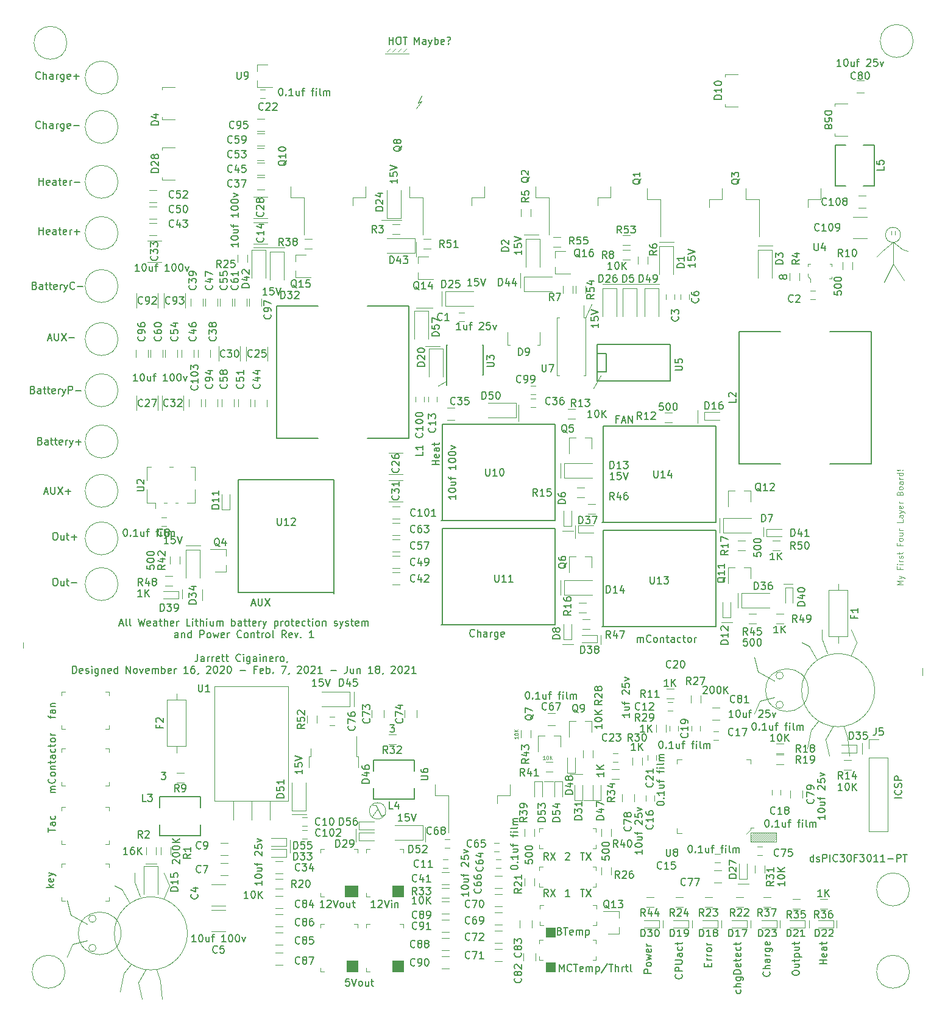
<source format=gbr>
G04 #@! TF.GenerationSoftware,KiCad,Pcbnew,(5.1.5)-3*
G04 #@! TF.CreationDate,2021-08-07T14:36:51-05:00*
G04 #@! TF.ProjectId,BTMS,42544d53-2e6b-4696-9361-645f70636258,rev?*
G04 #@! TF.SameCoordinates,Original*
G04 #@! TF.FileFunction,Legend,Top*
G04 #@! TF.FilePolarity,Positive*
%FSLAX46Y46*%
G04 Gerber Fmt 4.6, Leading zero omitted, Abs format (unit mm)*
G04 Created by KiCad (PCBNEW (5.1.5)-3) date 2021-08-07 14:36:51*
%MOMM*%
%LPD*%
G04 APERTURE LIST*
%ADD10C,0.120000*%
%ADD11C,0.150000*%
%ADD12C,0.100000*%
%ADD13C,0.125000*%
G04 APERTURE END LIST*
D10*
X31750000Y-127254000D02*
X31750000Y-126492000D01*
X156718000Y-130048000D02*
X156718000Y-131064000D01*
X86360000Y-80010000D02*
X88646000Y-80010000D01*
D11*
X86169809Y-43378380D02*
X86169809Y-42378380D01*
X86503142Y-43092666D01*
X86836476Y-42378380D01*
X86836476Y-43378380D01*
X87741238Y-43378380D02*
X87741238Y-42854571D01*
X87693619Y-42759333D01*
X87598380Y-42711714D01*
X87407904Y-42711714D01*
X87312666Y-42759333D01*
X87741238Y-43330761D02*
X87646000Y-43378380D01*
X87407904Y-43378380D01*
X87312666Y-43330761D01*
X87265047Y-43235523D01*
X87265047Y-43140285D01*
X87312666Y-43045047D01*
X87407904Y-42997428D01*
X87646000Y-42997428D01*
X87741238Y-42949809D01*
X88122190Y-42711714D02*
X88360285Y-43378380D01*
X88598380Y-42711714D02*
X88360285Y-43378380D01*
X88265047Y-43616476D01*
X88217428Y-43664095D01*
X88122190Y-43711714D01*
X88979333Y-43378380D02*
X88979333Y-42378380D01*
X88979333Y-42759333D02*
X89074571Y-42711714D01*
X89265047Y-42711714D01*
X89360285Y-42759333D01*
X89407904Y-42806952D01*
X89455523Y-42902190D01*
X89455523Y-43187904D01*
X89407904Y-43283142D01*
X89360285Y-43330761D01*
X89265047Y-43378380D01*
X89074571Y-43378380D01*
X88979333Y-43330761D01*
X90265047Y-43330761D02*
X90169809Y-43378380D01*
X89979333Y-43378380D01*
X89884095Y-43330761D01*
X89836476Y-43235523D01*
X89836476Y-42854571D01*
X89884095Y-42759333D01*
X89979333Y-42711714D01*
X90169809Y-42711714D01*
X90265047Y-42759333D01*
X90312666Y-42854571D01*
X90312666Y-42949809D01*
X89836476Y-43045047D01*
X90884095Y-43283142D02*
X90931714Y-43330761D01*
X90884095Y-43378380D01*
X90836476Y-43330761D01*
X90884095Y-43283142D01*
X90884095Y-43378380D01*
X90693619Y-42426000D02*
X90788857Y-42378380D01*
X91026952Y-42378380D01*
X91122190Y-42426000D01*
X91169809Y-42521238D01*
X91169809Y-42616476D01*
X91122190Y-42711714D01*
X91074571Y-42759333D01*
X90979333Y-42806952D01*
X90931714Y-42854571D01*
X90884095Y-42949809D01*
X90884095Y-42997428D01*
X82629523Y-43378380D02*
X82629523Y-42378380D01*
X82629523Y-42854571D02*
X83200952Y-42854571D01*
X83200952Y-43378380D02*
X83200952Y-42378380D01*
X83867619Y-42378380D02*
X84058095Y-42378380D01*
X84153333Y-42426000D01*
X84248571Y-42521238D01*
X84296190Y-42711714D01*
X84296190Y-43045047D01*
X84248571Y-43235523D01*
X84153333Y-43330761D01*
X84058095Y-43378380D01*
X83867619Y-43378380D01*
X83772380Y-43330761D01*
X83677142Y-43235523D01*
X83629523Y-43045047D01*
X83629523Y-42711714D01*
X83677142Y-42521238D01*
X83772380Y-42426000D01*
X83867619Y-42378380D01*
X84581904Y-42378380D02*
X85153333Y-42378380D01*
X84867619Y-43378380D02*
X84867619Y-42378380D01*
D10*
X84582000Y-44450000D02*
X85090000Y-43942000D01*
X83820000Y-44450000D02*
X84328000Y-43942000D01*
X83058000Y-44450000D02*
X83566000Y-43942000D01*
X82296000Y-44450000D02*
X82804000Y-43942000D01*
X82042000Y-44704000D02*
X85344000Y-44704000D01*
X86614000Y-51562000D02*
X87122000Y-50546000D01*
X87122000Y-51308000D02*
X86614000Y-51562000D01*
X86360000Y-52324000D02*
X87122000Y-51308000D01*
X77978000Y-152400000D02*
X77978000Y-154178000D01*
X68834000Y-153924000D02*
X68834000Y-155702000D01*
X100838000Y-75184000D02*
X100838000Y-77216000D01*
X103378000Y-69850000D02*
X101346000Y-69850000D01*
X86360000Y-70866000D02*
X86360000Y-72898000D01*
X84328000Y-67818000D02*
X81534000Y-67818000D01*
X63754000Y-71628000D02*
X68072000Y-71628000D01*
X87630000Y-152146000D02*
X87630000Y-154178000D01*
X69088000Y-150368000D02*
X71120000Y-150368000D01*
X100584000Y-93472000D02*
X100584000Y-95758000D01*
X50292000Y-157226000D02*
X48768000Y-157226000D01*
X106426000Y-117856000D02*
X106426000Y-119888000D01*
X77724000Y-133350000D02*
X77724000Y-135382000D01*
X81534000Y-150622000D02*
X82042000Y-150368000D01*
X82161923Y-149860000D02*
G75*
G03X82161923Y-149860000I-1135923J0D01*
G01*
X80772000Y-149098000D02*
X80264000Y-149098000D01*
X81026000Y-149606000D02*
X80772000Y-149098000D01*
X81026000Y-149606000D02*
X81534000Y-150622000D01*
X80264000Y-150622000D02*
X81026000Y-149606000D01*
D11*
X63531904Y-121070666D02*
X64008095Y-121070666D01*
X63436666Y-121356380D02*
X63770000Y-120356380D01*
X64103333Y-121356380D01*
X64436666Y-120356380D02*
X64436666Y-121165904D01*
X64484285Y-121261142D01*
X64531904Y-121308761D01*
X64627142Y-121356380D01*
X64817619Y-121356380D01*
X64912857Y-121308761D01*
X64960476Y-121261142D01*
X65008095Y-121165904D01*
X65008095Y-120356380D01*
X65389047Y-120356380D02*
X66055714Y-121356380D01*
X66055714Y-120356380D02*
X65389047Y-121356380D01*
X94480285Y-125579142D02*
X94432666Y-125626761D01*
X94289809Y-125674380D01*
X94194571Y-125674380D01*
X94051714Y-125626761D01*
X93956476Y-125531523D01*
X93908857Y-125436285D01*
X93861238Y-125245809D01*
X93861238Y-125102952D01*
X93908857Y-124912476D01*
X93956476Y-124817238D01*
X94051714Y-124722000D01*
X94194571Y-124674380D01*
X94289809Y-124674380D01*
X94432666Y-124722000D01*
X94480285Y-124769619D01*
X94908857Y-125674380D02*
X94908857Y-124674380D01*
X95337428Y-125674380D02*
X95337428Y-125150571D01*
X95289809Y-125055333D01*
X95194571Y-125007714D01*
X95051714Y-125007714D01*
X94956476Y-125055333D01*
X94908857Y-125102952D01*
X96242190Y-125674380D02*
X96242190Y-125150571D01*
X96194571Y-125055333D01*
X96099333Y-125007714D01*
X95908857Y-125007714D01*
X95813619Y-125055333D01*
X96242190Y-125626761D02*
X96146952Y-125674380D01*
X95908857Y-125674380D01*
X95813619Y-125626761D01*
X95766000Y-125531523D01*
X95766000Y-125436285D01*
X95813619Y-125341047D01*
X95908857Y-125293428D01*
X96146952Y-125293428D01*
X96242190Y-125245809D01*
X96718380Y-125674380D02*
X96718380Y-125007714D01*
X96718380Y-125198190D02*
X96766000Y-125102952D01*
X96813619Y-125055333D01*
X96908857Y-125007714D01*
X97004095Y-125007714D01*
X97766000Y-125007714D02*
X97766000Y-125817238D01*
X97718380Y-125912476D01*
X97670761Y-125960095D01*
X97575523Y-126007714D01*
X97432666Y-126007714D01*
X97337428Y-125960095D01*
X97766000Y-125626761D02*
X97670761Y-125674380D01*
X97480285Y-125674380D01*
X97385047Y-125626761D01*
X97337428Y-125579142D01*
X97289809Y-125483904D01*
X97289809Y-125198190D01*
X97337428Y-125102952D01*
X97385047Y-125055333D01*
X97480285Y-125007714D01*
X97670761Y-125007714D01*
X97766000Y-125055333D01*
X98623142Y-125626761D02*
X98527904Y-125674380D01*
X98337428Y-125674380D01*
X98242190Y-125626761D01*
X98194571Y-125531523D01*
X98194571Y-125150571D01*
X98242190Y-125055333D01*
X98337428Y-125007714D01*
X98527904Y-125007714D01*
X98623142Y-125055333D01*
X98670761Y-125150571D01*
X98670761Y-125245809D01*
X98194571Y-125341047D01*
X89606380Y-101782380D02*
X88606380Y-101782380D01*
X89082571Y-101782380D02*
X89082571Y-101210952D01*
X89606380Y-101210952D02*
X88606380Y-101210952D01*
X89558761Y-100353809D02*
X89606380Y-100449047D01*
X89606380Y-100639523D01*
X89558761Y-100734761D01*
X89463523Y-100782380D01*
X89082571Y-100782380D01*
X88987333Y-100734761D01*
X88939714Y-100639523D01*
X88939714Y-100449047D01*
X88987333Y-100353809D01*
X89082571Y-100306190D01*
X89177809Y-100306190D01*
X89273047Y-100782380D01*
X89606380Y-99449047D02*
X89082571Y-99449047D01*
X88987333Y-99496666D01*
X88939714Y-99591904D01*
X88939714Y-99782380D01*
X88987333Y-99877619D01*
X89558761Y-99449047D02*
X89606380Y-99544285D01*
X89606380Y-99782380D01*
X89558761Y-99877619D01*
X89463523Y-99925238D01*
X89368285Y-99925238D01*
X89273047Y-99877619D01*
X89225428Y-99782380D01*
X89225428Y-99544285D01*
X89177809Y-99449047D01*
X88939714Y-99115714D02*
X88939714Y-98734761D01*
X88606380Y-98972857D02*
X89463523Y-98972857D01*
X89558761Y-98925238D01*
X89606380Y-98830000D01*
X89606380Y-98734761D01*
X117110380Y-126436380D02*
X117110380Y-125769714D01*
X117110380Y-125864952D02*
X117158000Y-125817333D01*
X117253238Y-125769714D01*
X117396095Y-125769714D01*
X117491333Y-125817333D01*
X117538952Y-125912571D01*
X117538952Y-126436380D01*
X117538952Y-125912571D02*
X117586571Y-125817333D01*
X117681809Y-125769714D01*
X117824666Y-125769714D01*
X117919904Y-125817333D01*
X117967523Y-125912571D01*
X117967523Y-126436380D01*
X119015142Y-126341142D02*
X118967523Y-126388761D01*
X118824666Y-126436380D01*
X118729428Y-126436380D01*
X118586571Y-126388761D01*
X118491333Y-126293523D01*
X118443714Y-126198285D01*
X118396095Y-126007809D01*
X118396095Y-125864952D01*
X118443714Y-125674476D01*
X118491333Y-125579238D01*
X118586571Y-125484000D01*
X118729428Y-125436380D01*
X118824666Y-125436380D01*
X118967523Y-125484000D01*
X119015142Y-125531619D01*
X119586571Y-126436380D02*
X119491333Y-126388761D01*
X119443714Y-126341142D01*
X119396095Y-126245904D01*
X119396095Y-125960190D01*
X119443714Y-125864952D01*
X119491333Y-125817333D01*
X119586571Y-125769714D01*
X119729428Y-125769714D01*
X119824666Y-125817333D01*
X119872285Y-125864952D01*
X119919904Y-125960190D01*
X119919904Y-126245904D01*
X119872285Y-126341142D01*
X119824666Y-126388761D01*
X119729428Y-126436380D01*
X119586571Y-126436380D01*
X120348476Y-125769714D02*
X120348476Y-126436380D01*
X120348476Y-125864952D02*
X120396095Y-125817333D01*
X120491333Y-125769714D01*
X120634190Y-125769714D01*
X120729428Y-125817333D01*
X120777047Y-125912571D01*
X120777047Y-126436380D01*
X121110380Y-125769714D02*
X121491333Y-125769714D01*
X121253238Y-125436380D02*
X121253238Y-126293523D01*
X121300857Y-126388761D01*
X121396095Y-126436380D01*
X121491333Y-126436380D01*
X122253238Y-126436380D02*
X122253238Y-125912571D01*
X122205619Y-125817333D01*
X122110380Y-125769714D01*
X121919904Y-125769714D01*
X121824666Y-125817333D01*
X122253238Y-126388761D02*
X122158000Y-126436380D01*
X121919904Y-126436380D01*
X121824666Y-126388761D01*
X121777047Y-126293523D01*
X121777047Y-126198285D01*
X121824666Y-126103047D01*
X121919904Y-126055428D01*
X122158000Y-126055428D01*
X122253238Y-126007809D01*
X123158000Y-126388761D02*
X123062761Y-126436380D01*
X122872285Y-126436380D01*
X122777047Y-126388761D01*
X122729428Y-126341142D01*
X122681809Y-126245904D01*
X122681809Y-125960190D01*
X122729428Y-125864952D01*
X122777047Y-125817333D01*
X122872285Y-125769714D01*
X123062761Y-125769714D01*
X123158000Y-125817333D01*
X123443714Y-125769714D02*
X123824666Y-125769714D01*
X123586571Y-125436380D02*
X123586571Y-126293523D01*
X123634190Y-126388761D01*
X123729428Y-126436380D01*
X123824666Y-126436380D01*
X124300857Y-126436380D02*
X124205619Y-126388761D01*
X124158000Y-126341142D01*
X124110380Y-126245904D01*
X124110380Y-125960190D01*
X124158000Y-125864952D01*
X124205619Y-125817333D01*
X124300857Y-125769714D01*
X124443714Y-125769714D01*
X124538952Y-125817333D01*
X124586571Y-125864952D01*
X124634190Y-125960190D01*
X124634190Y-126245904D01*
X124586571Y-126341142D01*
X124538952Y-126388761D01*
X124443714Y-126436380D01*
X124300857Y-126436380D01*
X125062761Y-126436380D02*
X125062761Y-125769714D01*
X125062761Y-125960190D02*
X125110380Y-125864952D01*
X125158000Y-125817333D01*
X125253238Y-125769714D01*
X125348476Y-125769714D01*
X114506476Y-95432571D02*
X114173142Y-95432571D01*
X114173142Y-95956380D02*
X114173142Y-94956380D01*
X114649333Y-94956380D01*
X114982666Y-95670666D02*
X115458857Y-95670666D01*
X114887428Y-95956380D02*
X115220761Y-94956380D01*
X115554095Y-95956380D01*
X115887428Y-95956380D02*
X115887428Y-94956380D01*
X116458857Y-95956380D01*
X116458857Y-94956380D01*
D12*
G36*
X84582000Y-172212000D02*
G01*
X83058000Y-172212000D01*
X83058000Y-170688000D01*
X84582000Y-170688000D01*
X84582000Y-172212000D01*
G37*
X84582000Y-172212000D02*
X83058000Y-172212000D01*
X83058000Y-170688000D01*
X84582000Y-170688000D01*
X84582000Y-172212000D01*
G36*
X78232000Y-172212000D02*
G01*
X76708000Y-172212000D01*
X76708000Y-170688000D01*
X78232000Y-170688000D01*
X78232000Y-172212000D01*
G37*
X78232000Y-172212000D02*
X76708000Y-172212000D01*
X76708000Y-170688000D01*
X78232000Y-170688000D01*
X78232000Y-172212000D01*
G36*
X84612000Y-161796000D02*
G01*
X83058000Y-161798000D01*
X83058000Y-160274000D01*
X84582000Y-160274000D01*
X84612000Y-161796000D01*
G37*
X84612000Y-161796000D02*
X83058000Y-161798000D01*
X83058000Y-160274000D01*
X84582000Y-160274000D01*
X84612000Y-161796000D01*
G36*
X78262000Y-161796000D02*
G01*
X76454000Y-161798000D01*
X76454000Y-160274000D01*
X78232000Y-160274000D01*
X78262000Y-161796000D01*
G37*
X78262000Y-161796000D02*
X76454000Y-161798000D01*
X76454000Y-160274000D01*
X78232000Y-160274000D01*
X78262000Y-161796000D01*
D11*
X106275809Y-172156380D02*
X106275809Y-171156380D01*
X106609142Y-171870666D01*
X106942476Y-171156380D01*
X106942476Y-172156380D01*
X107990095Y-172061142D02*
X107942476Y-172108761D01*
X107799619Y-172156380D01*
X107704380Y-172156380D01*
X107561523Y-172108761D01*
X107466285Y-172013523D01*
X107418666Y-171918285D01*
X107371047Y-171727809D01*
X107371047Y-171584952D01*
X107418666Y-171394476D01*
X107466285Y-171299238D01*
X107561523Y-171204000D01*
X107704380Y-171156380D01*
X107799619Y-171156380D01*
X107942476Y-171204000D01*
X107990095Y-171251619D01*
X108275809Y-171156380D02*
X108847238Y-171156380D01*
X108561523Y-172156380D02*
X108561523Y-171156380D01*
X109561523Y-172108761D02*
X109466285Y-172156380D01*
X109275809Y-172156380D01*
X109180571Y-172108761D01*
X109132952Y-172013523D01*
X109132952Y-171632571D01*
X109180571Y-171537333D01*
X109275809Y-171489714D01*
X109466285Y-171489714D01*
X109561523Y-171537333D01*
X109609142Y-171632571D01*
X109609142Y-171727809D01*
X109132952Y-171823047D01*
X110037714Y-172156380D02*
X110037714Y-171489714D01*
X110037714Y-171584952D02*
X110085333Y-171537333D01*
X110180571Y-171489714D01*
X110323428Y-171489714D01*
X110418666Y-171537333D01*
X110466285Y-171632571D01*
X110466285Y-172156380D01*
X110466285Y-171632571D02*
X110513904Y-171537333D01*
X110609142Y-171489714D01*
X110752000Y-171489714D01*
X110847238Y-171537333D01*
X110894857Y-171632571D01*
X110894857Y-172156380D01*
X111371047Y-171489714D02*
X111371047Y-172489714D01*
X111371047Y-171537333D02*
X111466285Y-171489714D01*
X111656761Y-171489714D01*
X111752000Y-171537333D01*
X111799619Y-171584952D01*
X111847238Y-171680190D01*
X111847238Y-171965904D01*
X111799619Y-172061142D01*
X111752000Y-172108761D01*
X111656761Y-172156380D01*
X111466285Y-172156380D01*
X111371047Y-172108761D01*
X112990095Y-171108761D02*
X112132952Y-172394476D01*
X113180571Y-171156380D02*
X113752000Y-171156380D01*
X113466285Y-172156380D02*
X113466285Y-171156380D01*
X114085333Y-172156380D02*
X114085333Y-171156380D01*
X114513904Y-172156380D02*
X114513904Y-171632571D01*
X114466285Y-171537333D01*
X114371047Y-171489714D01*
X114228190Y-171489714D01*
X114132952Y-171537333D01*
X114085333Y-171584952D01*
X114990095Y-172156380D02*
X114990095Y-171489714D01*
X114990095Y-171680190D02*
X115037714Y-171584952D01*
X115085333Y-171537333D01*
X115180571Y-171489714D01*
X115275809Y-171489714D01*
X115466285Y-171489714D02*
X115847238Y-171489714D01*
X115609142Y-171156380D02*
X115609142Y-172013523D01*
X115656761Y-172108761D01*
X115752000Y-172156380D01*
X115847238Y-172156380D01*
X116323428Y-172156380D02*
X116228190Y-172108761D01*
X116180571Y-172013523D01*
X116180571Y-171156380D01*
X106346857Y-166552571D02*
X106489714Y-166600190D01*
X106537333Y-166647809D01*
X106584952Y-166743047D01*
X106584952Y-166885904D01*
X106537333Y-166981142D01*
X106489714Y-167028761D01*
X106394476Y-167076380D01*
X106013523Y-167076380D01*
X106013523Y-166076380D01*
X106346857Y-166076380D01*
X106442095Y-166124000D01*
X106489714Y-166171619D01*
X106537333Y-166266857D01*
X106537333Y-166362095D01*
X106489714Y-166457333D01*
X106442095Y-166504952D01*
X106346857Y-166552571D01*
X106013523Y-166552571D01*
X106870666Y-166076380D02*
X107442095Y-166076380D01*
X107156380Y-167076380D02*
X107156380Y-166076380D01*
X108156380Y-167028761D02*
X108061142Y-167076380D01*
X107870666Y-167076380D01*
X107775428Y-167028761D01*
X107727809Y-166933523D01*
X107727809Y-166552571D01*
X107775428Y-166457333D01*
X107870666Y-166409714D01*
X108061142Y-166409714D01*
X108156380Y-166457333D01*
X108204000Y-166552571D01*
X108204000Y-166647809D01*
X107727809Y-166743047D01*
X108632571Y-167076380D02*
X108632571Y-166409714D01*
X108632571Y-166504952D02*
X108680190Y-166457333D01*
X108775428Y-166409714D01*
X108918285Y-166409714D01*
X109013523Y-166457333D01*
X109061142Y-166552571D01*
X109061142Y-167076380D01*
X109061142Y-166552571D02*
X109108761Y-166457333D01*
X109204000Y-166409714D01*
X109346857Y-166409714D01*
X109442095Y-166457333D01*
X109489714Y-166552571D01*
X109489714Y-167076380D01*
X109965904Y-166409714D02*
X109965904Y-167409714D01*
X109965904Y-166457333D02*
X110061142Y-166409714D01*
X110251619Y-166409714D01*
X110346857Y-166457333D01*
X110394476Y-166504952D01*
X110442095Y-166600190D01*
X110442095Y-166885904D01*
X110394476Y-166981142D01*
X110346857Y-167028761D01*
X110251619Y-167076380D01*
X110061142Y-167076380D01*
X109965904Y-167028761D01*
X109220095Y-160742380D02*
X109791523Y-160742380D01*
X109505809Y-161742380D02*
X109505809Y-160742380D01*
X110029619Y-160742380D02*
X110696285Y-161742380D01*
X110696285Y-160742380D02*
X110029619Y-161742380D01*
X104735333Y-161742380D02*
X104402000Y-161266190D01*
X104163904Y-161742380D02*
X104163904Y-160742380D01*
X104544857Y-160742380D01*
X104640095Y-160790000D01*
X104687714Y-160837619D01*
X104735333Y-160932857D01*
X104735333Y-161075714D01*
X104687714Y-161170952D01*
X104640095Y-161218571D01*
X104544857Y-161266190D01*
X104163904Y-161266190D01*
X105068666Y-160742380D02*
X105735333Y-161742380D01*
X105735333Y-160742380D02*
X105068666Y-161742380D01*
X109220095Y-155662380D02*
X109791523Y-155662380D01*
X109505809Y-156662380D02*
X109505809Y-155662380D01*
X110029619Y-155662380D02*
X110696285Y-156662380D01*
X110696285Y-155662380D02*
X110029619Y-156662380D01*
X104735333Y-156662380D02*
X104402000Y-156186190D01*
X104163904Y-156662380D02*
X104163904Y-155662380D01*
X104544857Y-155662380D01*
X104640095Y-155710000D01*
X104687714Y-155757619D01*
X104735333Y-155852857D01*
X104735333Y-155995714D01*
X104687714Y-156090952D01*
X104640095Y-156138571D01*
X104544857Y-156186190D01*
X104163904Y-156186190D01*
X105068666Y-155662380D02*
X105735333Y-156662380D01*
X105735333Y-155662380D02*
X105068666Y-156662380D01*
X107727714Y-161742380D02*
X107156285Y-161742380D01*
X107442000Y-161742380D02*
X107442000Y-160742380D01*
X107346761Y-160885238D01*
X107251523Y-160980476D01*
X107156285Y-161028095D01*
X107156285Y-155757619D02*
X107203904Y-155710000D01*
X107299142Y-155662380D01*
X107537238Y-155662380D01*
X107632476Y-155710000D01*
X107680095Y-155757619D01*
X107727714Y-155852857D01*
X107727714Y-155948095D01*
X107680095Y-156090952D01*
X107108666Y-156662380D01*
X107727714Y-156662380D01*
D12*
G36*
X105664000Y-172212000D02*
G01*
X104394000Y-172212000D01*
X104394000Y-170942000D01*
X105664000Y-170942000D01*
X105664000Y-172212000D01*
G37*
X105664000Y-172212000D02*
X104394000Y-172212000D01*
X104394000Y-170942000D01*
X105664000Y-170942000D01*
X105664000Y-172212000D01*
G36*
X105664000Y-167386000D02*
G01*
X104394000Y-167386000D01*
X104394000Y-166116000D01*
X105664000Y-166116000D01*
X105664000Y-167386000D01*
G37*
X105664000Y-167386000D02*
X104394000Y-167386000D01*
X104394000Y-166116000D01*
X105664000Y-166116000D01*
X105664000Y-167386000D01*
D10*
X109950000Y-81344000D02*
X110744000Y-79502000D01*
X135890000Y-154178000D02*
X136398000Y-153670000D01*
X135636000Y-154178000D02*
X135890000Y-154178000D01*
X136398000Y-153416000D02*
X135636000Y-154178000D01*
X136398000Y-153162000D02*
X136398000Y-153416000D01*
X135382000Y-154178000D02*
X136398000Y-153162000D01*
X135128000Y-154178000D02*
X135382000Y-154178000D01*
X136398000Y-152908000D02*
X135128000Y-154178000D01*
X136144000Y-152908000D02*
X136398000Y-152908000D01*
X134874000Y-154178000D02*
X136144000Y-152908000D01*
X134620000Y-154178000D02*
X134874000Y-154178000D01*
X135890000Y-152908000D02*
X134620000Y-154178000D01*
X135636000Y-152908000D02*
X135890000Y-152908000D01*
X134366000Y-154178000D02*
X135636000Y-152908000D01*
X134112000Y-154178000D02*
X134366000Y-154178000D01*
X135382000Y-152908000D02*
X134112000Y-154178000D01*
X135128000Y-152908000D02*
X135382000Y-152908000D01*
X133858000Y-154178000D02*
X135128000Y-152908000D01*
X133604000Y-154178000D02*
X133858000Y-154178000D01*
X134874000Y-152908000D02*
X133604000Y-154178000D01*
X134620000Y-152908000D02*
X134874000Y-152908000D01*
X133350000Y-154178000D02*
X134620000Y-152908000D01*
X133096000Y-154178000D02*
X133350000Y-154178000D01*
X134366000Y-152908000D02*
X133096000Y-154178000D01*
X134112000Y-152908000D02*
X132842000Y-154178000D01*
X132842000Y-153924000D02*
X132842000Y-154178000D01*
X133858000Y-152908000D02*
X132842000Y-153924000D01*
X133604000Y-152908000D02*
X133858000Y-152908000D01*
X132842000Y-153670000D02*
X133604000Y-152908000D01*
X132842000Y-153416000D02*
X132842000Y-153670000D01*
X133350000Y-152908000D02*
X132842000Y-153416000D01*
X132842000Y-152908000D02*
X132842000Y-154178000D01*
X136398000Y-152908000D02*
X132842000Y-152908000D01*
X136398000Y-154178000D02*
X136398000Y-152908000D01*
X131064000Y-160020000D02*
X132588000Y-160020000D01*
X107696000Y-144780000D02*
X109474000Y-144780000D01*
X134620000Y-110490000D02*
X134620000Y-111760000D01*
X131064000Y-119634000D02*
X131064000Y-121666000D01*
X138684000Y-118364000D02*
X137414000Y-118364000D01*
X130302000Y-123698000D02*
X128778000Y-123698000D01*
X128524000Y-109220000D02*
X128524000Y-111252000D01*
X53848000Y-119126000D02*
X53848000Y-120396000D01*
X56642000Y-119126000D02*
X56642000Y-120650000D01*
X56388000Y-113030000D02*
X54356000Y-113030000D01*
X112014000Y-125476000D02*
X112014000Y-126746000D01*
X108204000Y-126746000D02*
X106680000Y-126746000D01*
X108458000Y-110236000D02*
X108458000Y-112014000D01*
X108204000Y-110998000D02*
X106680000Y-110998000D01*
X106426000Y-101600000D02*
X106426000Y-103632000D01*
X125476000Y-94234000D02*
X125476000Y-96012000D01*
X89662000Y-85344000D02*
X87630000Y-85344000D01*
X151130000Y-72136000D02*
X150368000Y-72898000D01*
X153924000Y-71882000D02*
X154686000Y-72136000D01*
X152908000Y-69342000D02*
X152908000Y-69850000D01*
X152400000Y-69342000D02*
X152400000Y-69850000D01*
X153701269Y-69850000D02*
G75*
G03X153701269Y-69850000I-1047269J0D01*
G01*
X152654000Y-70866000D02*
X151130000Y-72136000D01*
X152654000Y-70866000D02*
X153924000Y-71882000D01*
X152654000Y-73914000D02*
X152654000Y-70866000D01*
X152654000Y-73914000D02*
X154178000Y-76200000D01*
X151384000Y-76454000D02*
X152654000Y-73914000D01*
X140884124Y-133096000D02*
G75*
G03X140884124Y-133096000I-2962124J0D01*
G01*
X142240000Y-137414000D02*
X141224000Y-138684000D01*
X141224000Y-138684000D02*
X140716000Y-141224000D01*
X144272000Y-138176000D02*
X143256000Y-139954000D01*
X143256000Y-139954000D02*
X143764000Y-142240000D01*
X145796000Y-138176000D02*
X146304000Y-139700000D01*
X146304000Y-139700000D02*
X146558000Y-142240000D01*
X141986000Y-128778000D02*
X140970000Y-127000000D01*
X140970000Y-127000000D02*
X139954000Y-126492000D01*
X143510000Y-128016000D02*
X142748000Y-125984000D01*
X133858000Y-130556000D02*
X133350000Y-128524000D01*
X136144000Y-134112000D02*
X134112000Y-134620000D01*
X134112000Y-134620000D02*
X133350000Y-136398000D01*
X137414000Y-135128000D02*
G75*
G03X137414000Y-135128000I-508000J0D01*
G01*
X137414000Y-131064000D02*
G75*
G03X137414000Y-131064000I-508000J0D01*
G01*
X150114000Y-133096000D02*
G75*
G03X150114000Y-133096000I-5080000J0D01*
G01*
X142748000Y-125984000D02*
X142748000Y-124714000D01*
X146812000Y-128270000D02*
X147574000Y-126492000D01*
X147574000Y-126492000D02*
X146812000Y-124714000D01*
X136144000Y-131826000D02*
X133858000Y-130556000D01*
X41910000Y-164846000D02*
G75*
G03X41910000Y-164846000I-508000J0D01*
G01*
X41910000Y-168910000D02*
G75*
G03X41910000Y-168910000I-508000J0D01*
G01*
X38608000Y-168402000D02*
X37846000Y-170180000D01*
X40640000Y-167894000D02*
X38608000Y-168402000D01*
X38354000Y-164338000D02*
X37846000Y-162306000D01*
X40640000Y-165608000D02*
X38354000Y-164338000D01*
X52070000Y-160274000D02*
X51308000Y-158496000D01*
X51308000Y-162052000D02*
X52070000Y-160274000D01*
X47244000Y-159766000D02*
X47244000Y-158496000D01*
X48006000Y-161798000D02*
X47244000Y-159766000D01*
X45466000Y-160782000D02*
X44450000Y-160274000D01*
X46482000Y-162560000D02*
X45466000Y-160782000D01*
X50800000Y-173482000D02*
X51054000Y-176022000D01*
X50292000Y-171958000D02*
X50800000Y-173482000D01*
X47752000Y-173736000D02*
X48260000Y-176022000D01*
X48768000Y-171958000D02*
X47752000Y-173736000D01*
X45720000Y-172466000D02*
X45212000Y-175006000D01*
X46736000Y-171196000D02*
X45720000Y-172466000D01*
X45380124Y-166878000D02*
G75*
G03X45380124Y-166878000I-2962124J0D01*
G01*
X54610000Y-166878000D02*
G75*
G03X54610000Y-166878000I-5080000J0D01*
G01*
D13*
X154031904Y-118432857D02*
X153231904Y-118432857D01*
X153803333Y-118166190D01*
X153231904Y-117899523D01*
X154031904Y-117899523D01*
X153498571Y-117594761D02*
X154031904Y-117404285D01*
X153498571Y-117213809D02*
X154031904Y-117404285D01*
X154222380Y-117480476D01*
X154260476Y-117518571D01*
X154298571Y-117594761D01*
X153612857Y-116032857D02*
X153612857Y-116299523D01*
X154031904Y-116299523D02*
X153231904Y-116299523D01*
X153231904Y-115918571D01*
X154031904Y-115613809D02*
X153498571Y-115613809D01*
X153231904Y-115613809D02*
X153270000Y-115651904D01*
X153308095Y-115613809D01*
X153270000Y-115575714D01*
X153231904Y-115613809D01*
X153308095Y-115613809D01*
X154031904Y-115232857D02*
X153498571Y-115232857D01*
X153650952Y-115232857D02*
X153574761Y-115194761D01*
X153536666Y-115156666D01*
X153498571Y-115080476D01*
X153498571Y-115004285D01*
X153993809Y-114775714D02*
X154031904Y-114699523D01*
X154031904Y-114547142D01*
X153993809Y-114470952D01*
X153917619Y-114432857D01*
X153879523Y-114432857D01*
X153803333Y-114470952D01*
X153765238Y-114547142D01*
X153765238Y-114661428D01*
X153727142Y-114737619D01*
X153650952Y-114775714D01*
X153612857Y-114775714D01*
X153536666Y-114737619D01*
X153498571Y-114661428D01*
X153498571Y-114547142D01*
X153536666Y-114470952D01*
X153498571Y-114204285D02*
X153498571Y-113899523D01*
X153231904Y-114090000D02*
X153917619Y-114090000D01*
X153993809Y-114051904D01*
X154031904Y-113975714D01*
X154031904Y-113899523D01*
X153612857Y-112756666D02*
X153612857Y-113023333D01*
X154031904Y-113023333D02*
X153231904Y-113023333D01*
X153231904Y-112642380D01*
X154031904Y-112223333D02*
X153993809Y-112299523D01*
X153955714Y-112337619D01*
X153879523Y-112375714D01*
X153650952Y-112375714D01*
X153574761Y-112337619D01*
X153536666Y-112299523D01*
X153498571Y-112223333D01*
X153498571Y-112109047D01*
X153536666Y-112032857D01*
X153574761Y-111994761D01*
X153650952Y-111956666D01*
X153879523Y-111956666D01*
X153955714Y-111994761D01*
X153993809Y-112032857D01*
X154031904Y-112109047D01*
X154031904Y-112223333D01*
X153498571Y-111270952D02*
X154031904Y-111270952D01*
X153498571Y-111613809D02*
X153917619Y-111613809D01*
X153993809Y-111575714D01*
X154031904Y-111499523D01*
X154031904Y-111385238D01*
X153993809Y-111309047D01*
X153955714Y-111270952D01*
X154031904Y-110890000D02*
X153498571Y-110890000D01*
X153650952Y-110890000D02*
X153574761Y-110851904D01*
X153536666Y-110813809D01*
X153498571Y-110737619D01*
X153498571Y-110661428D01*
X154031904Y-109404285D02*
X154031904Y-109785238D01*
X153231904Y-109785238D01*
X154031904Y-108794761D02*
X153612857Y-108794761D01*
X153536666Y-108832857D01*
X153498571Y-108909047D01*
X153498571Y-109061428D01*
X153536666Y-109137619D01*
X153993809Y-108794761D02*
X154031904Y-108870952D01*
X154031904Y-109061428D01*
X153993809Y-109137619D01*
X153917619Y-109175714D01*
X153841428Y-109175714D01*
X153765238Y-109137619D01*
X153727142Y-109061428D01*
X153727142Y-108870952D01*
X153689047Y-108794761D01*
X153498571Y-108490000D02*
X154031904Y-108299523D01*
X153498571Y-108109047D02*
X154031904Y-108299523D01*
X154222380Y-108375714D01*
X154260476Y-108413809D01*
X154298571Y-108490000D01*
X153993809Y-107499523D02*
X154031904Y-107575714D01*
X154031904Y-107728095D01*
X153993809Y-107804285D01*
X153917619Y-107842380D01*
X153612857Y-107842380D01*
X153536666Y-107804285D01*
X153498571Y-107728095D01*
X153498571Y-107575714D01*
X153536666Y-107499523D01*
X153612857Y-107461428D01*
X153689047Y-107461428D01*
X153765238Y-107842380D01*
X154031904Y-107118571D02*
X153498571Y-107118571D01*
X153650952Y-107118571D02*
X153574761Y-107080476D01*
X153536666Y-107042380D01*
X153498571Y-106966190D01*
X153498571Y-106890000D01*
X153612857Y-105747142D02*
X153650952Y-105632857D01*
X153689047Y-105594761D01*
X153765238Y-105556666D01*
X153879523Y-105556666D01*
X153955714Y-105594761D01*
X153993809Y-105632857D01*
X154031904Y-105709047D01*
X154031904Y-106013809D01*
X153231904Y-106013809D01*
X153231904Y-105747142D01*
X153270000Y-105670952D01*
X153308095Y-105632857D01*
X153384285Y-105594761D01*
X153460476Y-105594761D01*
X153536666Y-105632857D01*
X153574761Y-105670952D01*
X153612857Y-105747142D01*
X153612857Y-106013809D01*
X154031904Y-105099523D02*
X153993809Y-105175714D01*
X153955714Y-105213809D01*
X153879523Y-105251904D01*
X153650952Y-105251904D01*
X153574761Y-105213809D01*
X153536666Y-105175714D01*
X153498571Y-105099523D01*
X153498571Y-104985238D01*
X153536666Y-104909047D01*
X153574761Y-104870952D01*
X153650952Y-104832857D01*
X153879523Y-104832857D01*
X153955714Y-104870952D01*
X153993809Y-104909047D01*
X154031904Y-104985238D01*
X154031904Y-105099523D01*
X154031904Y-104147142D02*
X153612857Y-104147142D01*
X153536666Y-104185238D01*
X153498571Y-104261428D01*
X153498571Y-104413809D01*
X153536666Y-104490000D01*
X153993809Y-104147142D02*
X154031904Y-104223333D01*
X154031904Y-104413809D01*
X153993809Y-104490000D01*
X153917619Y-104528095D01*
X153841428Y-104528095D01*
X153765238Y-104490000D01*
X153727142Y-104413809D01*
X153727142Y-104223333D01*
X153689047Y-104147142D01*
X154031904Y-103766190D02*
X153498571Y-103766190D01*
X153650952Y-103766190D02*
X153574761Y-103728095D01*
X153536666Y-103690000D01*
X153498571Y-103613809D01*
X153498571Y-103537619D01*
X154031904Y-102928095D02*
X153231904Y-102928095D01*
X153993809Y-102928095D02*
X154031904Y-103004285D01*
X154031904Y-103156666D01*
X153993809Y-103232857D01*
X153955714Y-103270952D01*
X153879523Y-103309047D01*
X153650952Y-103309047D01*
X153574761Y-103270952D01*
X153536666Y-103232857D01*
X153498571Y-103156666D01*
X153498571Y-103004285D01*
X153536666Y-102928095D01*
X153955714Y-102547142D02*
X153993809Y-102509047D01*
X154031904Y-102547142D01*
X153993809Y-102585238D01*
X153955714Y-102547142D01*
X154031904Y-102547142D01*
X153727142Y-102547142D02*
X153270000Y-102585238D01*
X153231904Y-102547142D01*
X153270000Y-102509047D01*
X153727142Y-102547142D01*
X153231904Y-102547142D01*
D11*
X45198285Y-123866666D02*
X45674476Y-123866666D01*
X45103047Y-124152380D02*
X45436380Y-123152380D01*
X45769714Y-124152380D01*
X46245904Y-124152380D02*
X46150666Y-124104761D01*
X46103047Y-124009523D01*
X46103047Y-123152380D01*
X46769714Y-124152380D02*
X46674476Y-124104761D01*
X46626857Y-124009523D01*
X46626857Y-123152380D01*
X47817333Y-123152380D02*
X48055428Y-124152380D01*
X48245904Y-123438095D01*
X48436380Y-124152380D01*
X48674476Y-123152380D01*
X49436380Y-124104761D02*
X49341142Y-124152380D01*
X49150666Y-124152380D01*
X49055428Y-124104761D01*
X49007809Y-124009523D01*
X49007809Y-123628571D01*
X49055428Y-123533333D01*
X49150666Y-123485714D01*
X49341142Y-123485714D01*
X49436380Y-123533333D01*
X49484000Y-123628571D01*
X49484000Y-123723809D01*
X49007809Y-123819047D01*
X50341142Y-124152380D02*
X50341142Y-123628571D01*
X50293523Y-123533333D01*
X50198285Y-123485714D01*
X50007809Y-123485714D01*
X49912571Y-123533333D01*
X50341142Y-124104761D02*
X50245904Y-124152380D01*
X50007809Y-124152380D01*
X49912571Y-124104761D01*
X49864952Y-124009523D01*
X49864952Y-123914285D01*
X49912571Y-123819047D01*
X50007809Y-123771428D01*
X50245904Y-123771428D01*
X50341142Y-123723809D01*
X50674476Y-123485714D02*
X51055428Y-123485714D01*
X50817333Y-123152380D02*
X50817333Y-124009523D01*
X50864952Y-124104761D01*
X50960190Y-124152380D01*
X51055428Y-124152380D01*
X51388761Y-124152380D02*
X51388761Y-123152380D01*
X51817333Y-124152380D02*
X51817333Y-123628571D01*
X51769714Y-123533333D01*
X51674476Y-123485714D01*
X51531619Y-123485714D01*
X51436380Y-123533333D01*
X51388761Y-123580952D01*
X52674476Y-124104761D02*
X52579238Y-124152380D01*
X52388761Y-124152380D01*
X52293523Y-124104761D01*
X52245904Y-124009523D01*
X52245904Y-123628571D01*
X52293523Y-123533333D01*
X52388761Y-123485714D01*
X52579238Y-123485714D01*
X52674476Y-123533333D01*
X52722095Y-123628571D01*
X52722095Y-123723809D01*
X52245904Y-123819047D01*
X53150666Y-124152380D02*
X53150666Y-123485714D01*
X53150666Y-123676190D02*
X53198285Y-123580952D01*
X53245904Y-123533333D01*
X53341142Y-123485714D01*
X53436380Y-123485714D01*
X55007809Y-124152380D02*
X54531619Y-124152380D01*
X54531619Y-123152380D01*
X55341142Y-124152380D02*
X55341142Y-123485714D01*
X55341142Y-123152380D02*
X55293523Y-123200000D01*
X55341142Y-123247619D01*
X55388761Y-123200000D01*
X55341142Y-123152380D01*
X55341142Y-123247619D01*
X55674476Y-123485714D02*
X56055428Y-123485714D01*
X55817333Y-123152380D02*
X55817333Y-124009523D01*
X55864952Y-124104761D01*
X55960190Y-124152380D01*
X56055428Y-124152380D01*
X56388761Y-124152380D02*
X56388761Y-123152380D01*
X56817333Y-124152380D02*
X56817333Y-123628571D01*
X56769714Y-123533333D01*
X56674476Y-123485714D01*
X56531619Y-123485714D01*
X56436380Y-123533333D01*
X56388761Y-123580952D01*
X57293523Y-124152380D02*
X57293523Y-123485714D01*
X57293523Y-123152380D02*
X57245904Y-123200000D01*
X57293523Y-123247619D01*
X57341142Y-123200000D01*
X57293523Y-123152380D01*
X57293523Y-123247619D01*
X58198285Y-123485714D02*
X58198285Y-124152380D01*
X57769714Y-123485714D02*
X57769714Y-124009523D01*
X57817333Y-124104761D01*
X57912571Y-124152380D01*
X58055428Y-124152380D01*
X58150666Y-124104761D01*
X58198285Y-124057142D01*
X58674476Y-124152380D02*
X58674476Y-123485714D01*
X58674476Y-123580952D02*
X58722095Y-123533333D01*
X58817333Y-123485714D01*
X58960190Y-123485714D01*
X59055428Y-123533333D01*
X59103047Y-123628571D01*
X59103047Y-124152380D01*
X59103047Y-123628571D02*
X59150666Y-123533333D01*
X59245904Y-123485714D01*
X59388761Y-123485714D01*
X59483999Y-123533333D01*
X59531619Y-123628571D01*
X59531619Y-124152380D01*
X60769714Y-124152380D02*
X60769714Y-123152380D01*
X60769714Y-123533333D02*
X60864952Y-123485714D01*
X61055428Y-123485714D01*
X61150666Y-123533333D01*
X61198285Y-123580952D01*
X61245904Y-123676190D01*
X61245904Y-123961904D01*
X61198285Y-124057142D01*
X61150666Y-124104761D01*
X61055428Y-124152380D01*
X60864952Y-124152380D01*
X60769714Y-124104761D01*
X62103047Y-124152380D02*
X62103047Y-123628571D01*
X62055428Y-123533333D01*
X61960190Y-123485714D01*
X61769714Y-123485714D01*
X61674476Y-123533333D01*
X62103047Y-124104761D02*
X62007809Y-124152380D01*
X61769714Y-124152380D01*
X61674476Y-124104761D01*
X61626857Y-124009523D01*
X61626857Y-123914285D01*
X61674476Y-123819047D01*
X61769714Y-123771428D01*
X62007809Y-123771428D01*
X62103047Y-123723809D01*
X62436380Y-123485714D02*
X62817333Y-123485714D01*
X62579238Y-123152380D02*
X62579238Y-124009523D01*
X62626857Y-124104761D01*
X62722095Y-124152380D01*
X62817333Y-124152380D01*
X63007809Y-123485714D02*
X63388761Y-123485714D01*
X63150666Y-123152380D02*
X63150666Y-124009523D01*
X63198285Y-124104761D01*
X63293523Y-124152380D01*
X63388761Y-124152380D01*
X64103047Y-124104761D02*
X64007809Y-124152380D01*
X63817333Y-124152380D01*
X63722095Y-124104761D01*
X63674476Y-124009523D01*
X63674476Y-123628571D01*
X63722095Y-123533333D01*
X63817333Y-123485714D01*
X64007809Y-123485714D01*
X64103047Y-123533333D01*
X64150666Y-123628571D01*
X64150666Y-123723809D01*
X63674476Y-123819047D01*
X64579238Y-124152380D02*
X64579238Y-123485714D01*
X64579238Y-123676190D02*
X64626857Y-123580952D01*
X64674476Y-123533333D01*
X64769714Y-123485714D01*
X64864952Y-123485714D01*
X65103047Y-123485714D02*
X65341142Y-124152380D01*
X65579238Y-123485714D02*
X65341142Y-124152380D01*
X65245904Y-124390476D01*
X65198285Y-124438095D01*
X65103047Y-124485714D01*
X66722095Y-123485714D02*
X66722095Y-124485714D01*
X66722095Y-123533333D02*
X66817333Y-123485714D01*
X67007809Y-123485714D01*
X67103047Y-123533333D01*
X67150666Y-123580952D01*
X67198285Y-123676190D01*
X67198285Y-123961904D01*
X67150666Y-124057142D01*
X67103047Y-124104761D01*
X67007809Y-124152380D01*
X66817333Y-124152380D01*
X66722095Y-124104761D01*
X67626857Y-124152380D02*
X67626857Y-123485714D01*
X67626857Y-123676190D02*
X67674476Y-123580952D01*
X67722095Y-123533333D01*
X67817333Y-123485714D01*
X67912571Y-123485714D01*
X68388761Y-124152380D02*
X68293523Y-124104761D01*
X68245904Y-124057142D01*
X68198285Y-123961904D01*
X68198285Y-123676190D01*
X68245904Y-123580952D01*
X68293523Y-123533333D01*
X68388761Y-123485714D01*
X68531619Y-123485714D01*
X68626857Y-123533333D01*
X68674476Y-123580952D01*
X68722095Y-123676190D01*
X68722095Y-123961904D01*
X68674476Y-124057142D01*
X68626857Y-124104761D01*
X68531619Y-124152380D01*
X68388761Y-124152380D01*
X69007809Y-123485714D02*
X69388761Y-123485714D01*
X69150666Y-123152380D02*
X69150666Y-124009523D01*
X69198285Y-124104761D01*
X69293523Y-124152380D01*
X69388761Y-124152380D01*
X70103047Y-124104761D02*
X70007809Y-124152380D01*
X69817333Y-124152380D01*
X69722095Y-124104761D01*
X69674476Y-124009523D01*
X69674476Y-123628571D01*
X69722095Y-123533333D01*
X69817333Y-123485714D01*
X70007809Y-123485714D01*
X70103047Y-123533333D01*
X70150666Y-123628571D01*
X70150666Y-123723809D01*
X69674476Y-123819047D01*
X71007809Y-124104761D02*
X70912571Y-124152380D01*
X70722095Y-124152380D01*
X70626857Y-124104761D01*
X70579238Y-124057142D01*
X70531619Y-123961904D01*
X70531619Y-123676190D01*
X70579238Y-123580952D01*
X70626857Y-123533333D01*
X70722095Y-123485714D01*
X70912571Y-123485714D01*
X71007809Y-123533333D01*
X71293523Y-123485714D02*
X71674476Y-123485714D01*
X71436380Y-123152380D02*
X71436380Y-124009523D01*
X71484000Y-124104761D01*
X71579238Y-124152380D01*
X71674476Y-124152380D01*
X72007809Y-124152380D02*
X72007809Y-123485714D01*
X72007809Y-123152380D02*
X71960190Y-123200000D01*
X72007809Y-123247619D01*
X72055428Y-123200000D01*
X72007809Y-123152380D01*
X72007809Y-123247619D01*
X72626857Y-124152380D02*
X72531619Y-124104761D01*
X72484000Y-124057142D01*
X72436380Y-123961904D01*
X72436380Y-123676190D01*
X72484000Y-123580952D01*
X72531619Y-123533333D01*
X72626857Y-123485714D01*
X72769714Y-123485714D01*
X72864952Y-123533333D01*
X72912571Y-123580952D01*
X72960190Y-123676190D01*
X72960190Y-123961904D01*
X72912571Y-124057142D01*
X72864952Y-124104761D01*
X72769714Y-124152380D01*
X72626857Y-124152380D01*
X73388761Y-123485714D02*
X73388761Y-124152380D01*
X73388761Y-123580952D02*
X73436380Y-123533333D01*
X73531619Y-123485714D01*
X73674476Y-123485714D01*
X73769714Y-123533333D01*
X73817333Y-123628571D01*
X73817333Y-124152380D01*
X75007809Y-124104761D02*
X75103047Y-124152380D01*
X75293523Y-124152380D01*
X75388761Y-124104761D01*
X75436380Y-124009523D01*
X75436380Y-123961904D01*
X75388761Y-123866666D01*
X75293523Y-123819047D01*
X75150666Y-123819047D01*
X75055428Y-123771428D01*
X75007809Y-123676190D01*
X75007809Y-123628571D01*
X75055428Y-123533333D01*
X75150666Y-123485714D01*
X75293523Y-123485714D01*
X75388761Y-123533333D01*
X75769714Y-123485714D02*
X76007809Y-124152380D01*
X76245904Y-123485714D02*
X76007809Y-124152380D01*
X75912571Y-124390476D01*
X75864952Y-124438095D01*
X75769714Y-124485714D01*
X76579238Y-124104761D02*
X76674476Y-124152380D01*
X76864952Y-124152380D01*
X76960190Y-124104761D01*
X77007809Y-124009523D01*
X77007809Y-123961904D01*
X76960190Y-123866666D01*
X76864952Y-123819047D01*
X76722095Y-123819047D01*
X76626857Y-123771428D01*
X76579238Y-123676190D01*
X76579238Y-123628571D01*
X76626857Y-123533333D01*
X76722095Y-123485714D01*
X76864952Y-123485714D01*
X76960190Y-123533333D01*
X77293523Y-123485714D02*
X77674476Y-123485714D01*
X77436380Y-123152380D02*
X77436380Y-124009523D01*
X77483999Y-124104761D01*
X77579238Y-124152380D01*
X77674476Y-124152380D01*
X78388761Y-124104761D02*
X78293523Y-124152380D01*
X78103047Y-124152380D01*
X78007809Y-124104761D01*
X77960190Y-124009523D01*
X77960190Y-123628571D01*
X78007809Y-123533333D01*
X78103047Y-123485714D01*
X78293523Y-123485714D01*
X78388761Y-123533333D01*
X78436380Y-123628571D01*
X78436380Y-123723809D01*
X77960190Y-123819047D01*
X78864952Y-124152380D02*
X78864952Y-123485714D01*
X78864952Y-123580952D02*
X78912571Y-123533333D01*
X79007809Y-123485714D01*
X79150666Y-123485714D01*
X79245904Y-123533333D01*
X79293523Y-123628571D01*
X79293523Y-124152380D01*
X79293523Y-123628571D02*
X79341142Y-123533333D01*
X79436380Y-123485714D01*
X79579238Y-123485714D01*
X79674476Y-123533333D01*
X79722095Y-123628571D01*
X79722095Y-124152380D01*
X53317333Y-125802380D02*
X53317333Y-125278571D01*
X53269714Y-125183333D01*
X53174476Y-125135714D01*
X52984000Y-125135714D01*
X52888761Y-125183333D01*
X53317333Y-125754761D02*
X53222095Y-125802380D01*
X52984000Y-125802380D01*
X52888761Y-125754761D01*
X52841142Y-125659523D01*
X52841142Y-125564285D01*
X52888761Y-125469047D01*
X52984000Y-125421428D01*
X53222095Y-125421428D01*
X53317333Y-125373809D01*
X53793523Y-125135714D02*
X53793523Y-125802380D01*
X53793523Y-125230952D02*
X53841142Y-125183333D01*
X53936380Y-125135714D01*
X54079238Y-125135714D01*
X54174476Y-125183333D01*
X54222095Y-125278571D01*
X54222095Y-125802380D01*
X55126857Y-125802380D02*
X55126857Y-124802380D01*
X55126857Y-125754761D02*
X55031619Y-125802380D01*
X54841142Y-125802380D01*
X54745904Y-125754761D01*
X54698285Y-125707142D01*
X54650666Y-125611904D01*
X54650666Y-125326190D01*
X54698285Y-125230952D01*
X54745904Y-125183333D01*
X54841142Y-125135714D01*
X55031619Y-125135714D01*
X55126857Y-125183333D01*
X56364952Y-125802380D02*
X56364952Y-124802380D01*
X56745904Y-124802380D01*
X56841142Y-124850000D01*
X56888761Y-124897619D01*
X56936380Y-124992857D01*
X56936380Y-125135714D01*
X56888761Y-125230952D01*
X56841142Y-125278571D01*
X56745904Y-125326190D01*
X56364952Y-125326190D01*
X57507809Y-125802380D02*
X57412571Y-125754761D01*
X57364952Y-125707142D01*
X57317333Y-125611904D01*
X57317333Y-125326190D01*
X57364952Y-125230952D01*
X57412571Y-125183333D01*
X57507809Y-125135714D01*
X57650666Y-125135714D01*
X57745904Y-125183333D01*
X57793523Y-125230952D01*
X57841142Y-125326190D01*
X57841142Y-125611904D01*
X57793523Y-125707142D01*
X57745904Y-125754761D01*
X57650666Y-125802380D01*
X57507809Y-125802380D01*
X58174476Y-125135714D02*
X58364952Y-125802380D01*
X58555428Y-125326190D01*
X58745904Y-125802380D01*
X58936380Y-125135714D01*
X59698285Y-125754761D02*
X59603047Y-125802380D01*
X59412571Y-125802380D01*
X59317333Y-125754761D01*
X59269714Y-125659523D01*
X59269714Y-125278571D01*
X59317333Y-125183333D01*
X59412571Y-125135714D01*
X59603047Y-125135714D01*
X59698285Y-125183333D01*
X59745904Y-125278571D01*
X59745904Y-125373809D01*
X59269714Y-125469047D01*
X60174476Y-125802380D02*
X60174476Y-125135714D01*
X60174476Y-125326190D02*
X60222095Y-125230952D01*
X60269714Y-125183333D01*
X60364952Y-125135714D01*
X60460190Y-125135714D01*
X62126857Y-125707142D02*
X62079238Y-125754761D01*
X61936380Y-125802380D01*
X61841142Y-125802380D01*
X61698285Y-125754761D01*
X61603047Y-125659523D01*
X61555428Y-125564285D01*
X61507809Y-125373809D01*
X61507809Y-125230952D01*
X61555428Y-125040476D01*
X61603047Y-124945238D01*
X61698285Y-124850000D01*
X61841142Y-124802380D01*
X61936380Y-124802380D01*
X62079238Y-124850000D01*
X62126857Y-124897619D01*
X62698285Y-125802380D02*
X62603047Y-125754761D01*
X62555428Y-125707142D01*
X62507809Y-125611904D01*
X62507809Y-125326190D01*
X62555428Y-125230952D01*
X62603047Y-125183333D01*
X62698285Y-125135714D01*
X62841142Y-125135714D01*
X62936380Y-125183333D01*
X62984000Y-125230952D01*
X63031619Y-125326190D01*
X63031619Y-125611904D01*
X62984000Y-125707142D01*
X62936380Y-125754761D01*
X62841142Y-125802380D01*
X62698285Y-125802380D01*
X63460190Y-125135714D02*
X63460190Y-125802380D01*
X63460190Y-125230952D02*
X63507809Y-125183333D01*
X63603047Y-125135714D01*
X63745904Y-125135714D01*
X63841142Y-125183333D01*
X63888761Y-125278571D01*
X63888761Y-125802380D01*
X64222095Y-125135714D02*
X64603047Y-125135714D01*
X64364952Y-124802380D02*
X64364952Y-125659523D01*
X64412571Y-125754761D01*
X64507809Y-125802380D01*
X64603047Y-125802380D01*
X64936380Y-125802380D02*
X64936380Y-125135714D01*
X64936380Y-125326190D02*
X64984000Y-125230952D01*
X65031619Y-125183333D01*
X65126857Y-125135714D01*
X65222095Y-125135714D01*
X65698285Y-125802380D02*
X65603047Y-125754761D01*
X65555428Y-125707142D01*
X65507809Y-125611904D01*
X65507809Y-125326190D01*
X65555428Y-125230952D01*
X65603047Y-125183333D01*
X65698285Y-125135714D01*
X65841142Y-125135714D01*
X65936380Y-125183333D01*
X65984000Y-125230952D01*
X66031619Y-125326190D01*
X66031619Y-125611904D01*
X65984000Y-125707142D01*
X65936380Y-125754761D01*
X65841142Y-125802380D01*
X65698285Y-125802380D01*
X66603047Y-125802380D02*
X66507809Y-125754761D01*
X66460190Y-125659523D01*
X66460190Y-124802380D01*
X68317333Y-125802380D02*
X67984000Y-125326190D01*
X67745904Y-125802380D02*
X67745904Y-124802380D01*
X68126857Y-124802380D01*
X68222095Y-124850000D01*
X68269714Y-124897619D01*
X68317333Y-124992857D01*
X68317333Y-125135714D01*
X68269714Y-125230952D01*
X68222095Y-125278571D01*
X68126857Y-125326190D01*
X67745904Y-125326190D01*
X69126857Y-125754761D02*
X69031619Y-125802380D01*
X68841142Y-125802380D01*
X68745904Y-125754761D01*
X68698285Y-125659523D01*
X68698285Y-125278571D01*
X68745904Y-125183333D01*
X68841142Y-125135714D01*
X69031619Y-125135714D01*
X69126857Y-125183333D01*
X69174476Y-125278571D01*
X69174476Y-125373809D01*
X68698285Y-125469047D01*
X69507809Y-125135714D02*
X69745904Y-125802380D01*
X69984000Y-125135714D01*
X70364952Y-125707142D02*
X70412571Y-125754761D01*
X70364952Y-125802380D01*
X70317333Y-125754761D01*
X70364952Y-125707142D01*
X70364952Y-125802380D01*
X72126857Y-125802380D02*
X71555428Y-125802380D01*
X71841142Y-125802380D02*
X71841142Y-124802380D01*
X71745904Y-124945238D01*
X71650666Y-125040476D01*
X71555428Y-125088095D01*
X56031619Y-128102380D02*
X56031619Y-128816666D01*
X55984000Y-128959523D01*
X55888761Y-129054761D01*
X55745904Y-129102380D01*
X55650666Y-129102380D01*
X56936380Y-129102380D02*
X56936380Y-128578571D01*
X56888761Y-128483333D01*
X56793523Y-128435714D01*
X56603047Y-128435714D01*
X56507809Y-128483333D01*
X56936380Y-129054761D02*
X56841142Y-129102380D01*
X56603047Y-129102380D01*
X56507809Y-129054761D01*
X56460190Y-128959523D01*
X56460190Y-128864285D01*
X56507809Y-128769047D01*
X56603047Y-128721428D01*
X56841142Y-128721428D01*
X56936380Y-128673809D01*
X57412571Y-129102380D02*
X57412571Y-128435714D01*
X57412571Y-128626190D02*
X57460190Y-128530952D01*
X57507809Y-128483333D01*
X57603047Y-128435714D01*
X57698285Y-128435714D01*
X58031619Y-129102380D02*
X58031619Y-128435714D01*
X58031619Y-128626190D02*
X58079238Y-128530952D01*
X58126857Y-128483333D01*
X58222095Y-128435714D01*
X58317333Y-128435714D01*
X59031619Y-129054761D02*
X58936380Y-129102380D01*
X58745904Y-129102380D01*
X58650666Y-129054761D01*
X58603047Y-128959523D01*
X58603047Y-128578571D01*
X58650666Y-128483333D01*
X58745904Y-128435714D01*
X58936380Y-128435714D01*
X59031619Y-128483333D01*
X59079238Y-128578571D01*
X59079238Y-128673809D01*
X58603047Y-128769047D01*
X59364952Y-128435714D02*
X59745904Y-128435714D01*
X59507809Y-128102380D02*
X59507809Y-128959523D01*
X59555428Y-129054761D01*
X59650666Y-129102380D01*
X59745904Y-129102380D01*
X59936380Y-128435714D02*
X60317333Y-128435714D01*
X60079238Y-128102380D02*
X60079238Y-128959523D01*
X60126857Y-129054761D01*
X60222095Y-129102380D01*
X60317333Y-129102380D01*
X61984000Y-129007142D02*
X61936380Y-129054761D01*
X61793523Y-129102380D01*
X61698285Y-129102380D01*
X61555428Y-129054761D01*
X61460190Y-128959523D01*
X61412571Y-128864285D01*
X61364952Y-128673809D01*
X61364952Y-128530952D01*
X61412571Y-128340476D01*
X61460190Y-128245238D01*
X61555428Y-128150000D01*
X61698285Y-128102380D01*
X61793523Y-128102380D01*
X61936380Y-128150000D01*
X61984000Y-128197619D01*
X62412571Y-129102380D02*
X62412571Y-128435714D01*
X62412571Y-128102380D02*
X62364952Y-128150000D01*
X62412571Y-128197619D01*
X62460190Y-128150000D01*
X62412571Y-128102380D01*
X62412571Y-128197619D01*
X63317333Y-128435714D02*
X63317333Y-129245238D01*
X63269714Y-129340476D01*
X63222095Y-129388095D01*
X63126857Y-129435714D01*
X62984000Y-129435714D01*
X62888761Y-129388095D01*
X63317333Y-129054761D02*
X63222095Y-129102380D01*
X63031619Y-129102380D01*
X62936380Y-129054761D01*
X62888761Y-129007142D01*
X62841142Y-128911904D01*
X62841142Y-128626190D01*
X62888761Y-128530952D01*
X62936380Y-128483333D01*
X63031619Y-128435714D01*
X63222095Y-128435714D01*
X63317333Y-128483333D01*
X64222095Y-129102380D02*
X64222095Y-128578571D01*
X64174476Y-128483333D01*
X64079238Y-128435714D01*
X63888761Y-128435714D01*
X63793523Y-128483333D01*
X64222095Y-129054761D02*
X64126857Y-129102380D01*
X63888761Y-129102380D01*
X63793523Y-129054761D01*
X63745904Y-128959523D01*
X63745904Y-128864285D01*
X63793523Y-128769047D01*
X63888761Y-128721428D01*
X64126857Y-128721428D01*
X64222095Y-128673809D01*
X64698285Y-129102380D02*
X64698285Y-128435714D01*
X64698285Y-128102380D02*
X64650666Y-128150000D01*
X64698285Y-128197619D01*
X64745904Y-128150000D01*
X64698285Y-128102380D01*
X64698285Y-128197619D01*
X65174476Y-128435714D02*
X65174476Y-129102380D01*
X65174476Y-128530952D02*
X65222095Y-128483333D01*
X65317333Y-128435714D01*
X65460190Y-128435714D01*
X65555428Y-128483333D01*
X65603047Y-128578571D01*
X65603047Y-129102380D01*
X66460190Y-129054761D02*
X66364952Y-129102380D01*
X66174476Y-129102380D01*
X66079238Y-129054761D01*
X66031619Y-128959523D01*
X66031619Y-128578571D01*
X66079238Y-128483333D01*
X66174476Y-128435714D01*
X66364952Y-128435714D01*
X66460190Y-128483333D01*
X66507809Y-128578571D01*
X66507809Y-128673809D01*
X66031619Y-128769047D01*
X66936380Y-129102380D02*
X66936380Y-128435714D01*
X66936380Y-128626190D02*
X66983999Y-128530952D01*
X67031619Y-128483333D01*
X67126857Y-128435714D01*
X67222095Y-128435714D01*
X67698285Y-129102380D02*
X67603047Y-129054761D01*
X67555428Y-129007142D01*
X67507809Y-128911904D01*
X67507809Y-128626190D01*
X67555428Y-128530952D01*
X67603047Y-128483333D01*
X67698285Y-128435714D01*
X67841142Y-128435714D01*
X67936380Y-128483333D01*
X67984000Y-128530952D01*
X68031619Y-128626190D01*
X68031619Y-128911904D01*
X67984000Y-129007142D01*
X67936380Y-129054761D01*
X67841142Y-129102380D01*
X67698285Y-129102380D01*
X68507809Y-129054761D02*
X68507809Y-129102380D01*
X68460190Y-129197619D01*
X68412571Y-129245238D01*
X38650666Y-130752380D02*
X38650666Y-129752380D01*
X38888761Y-129752380D01*
X39031619Y-129800000D01*
X39126857Y-129895238D01*
X39174476Y-129990476D01*
X39222095Y-130180952D01*
X39222095Y-130323809D01*
X39174476Y-130514285D01*
X39126857Y-130609523D01*
X39031619Y-130704761D01*
X38888761Y-130752380D01*
X38650666Y-130752380D01*
X40031619Y-130704761D02*
X39936380Y-130752380D01*
X39745904Y-130752380D01*
X39650666Y-130704761D01*
X39603047Y-130609523D01*
X39603047Y-130228571D01*
X39650666Y-130133333D01*
X39745904Y-130085714D01*
X39936380Y-130085714D01*
X40031619Y-130133333D01*
X40079238Y-130228571D01*
X40079238Y-130323809D01*
X39603047Y-130419047D01*
X40460190Y-130704761D02*
X40555428Y-130752380D01*
X40745904Y-130752380D01*
X40841142Y-130704761D01*
X40888761Y-130609523D01*
X40888761Y-130561904D01*
X40841142Y-130466666D01*
X40745904Y-130419047D01*
X40603047Y-130419047D01*
X40507809Y-130371428D01*
X40460190Y-130276190D01*
X40460190Y-130228571D01*
X40507809Y-130133333D01*
X40603047Y-130085714D01*
X40745904Y-130085714D01*
X40841142Y-130133333D01*
X41317333Y-130752380D02*
X41317333Y-130085714D01*
X41317333Y-129752380D02*
X41269714Y-129800000D01*
X41317333Y-129847619D01*
X41364952Y-129800000D01*
X41317333Y-129752380D01*
X41317333Y-129847619D01*
X42222095Y-130085714D02*
X42222095Y-130895238D01*
X42174476Y-130990476D01*
X42126857Y-131038095D01*
X42031619Y-131085714D01*
X41888761Y-131085714D01*
X41793523Y-131038095D01*
X42222095Y-130704761D02*
X42126857Y-130752380D01*
X41936380Y-130752380D01*
X41841142Y-130704761D01*
X41793523Y-130657142D01*
X41745904Y-130561904D01*
X41745904Y-130276190D01*
X41793523Y-130180952D01*
X41841142Y-130133333D01*
X41936380Y-130085714D01*
X42126857Y-130085714D01*
X42222095Y-130133333D01*
X42698285Y-130085714D02*
X42698285Y-130752380D01*
X42698285Y-130180952D02*
X42745904Y-130133333D01*
X42841142Y-130085714D01*
X42984000Y-130085714D01*
X43079238Y-130133333D01*
X43126857Y-130228571D01*
X43126857Y-130752380D01*
X43984000Y-130704761D02*
X43888761Y-130752380D01*
X43698285Y-130752380D01*
X43603047Y-130704761D01*
X43555428Y-130609523D01*
X43555428Y-130228571D01*
X43603047Y-130133333D01*
X43698285Y-130085714D01*
X43888761Y-130085714D01*
X43984000Y-130133333D01*
X44031619Y-130228571D01*
X44031619Y-130323809D01*
X43555428Y-130419047D01*
X44888761Y-130752380D02*
X44888761Y-129752380D01*
X44888761Y-130704761D02*
X44793523Y-130752380D01*
X44603047Y-130752380D01*
X44507809Y-130704761D01*
X44460190Y-130657142D01*
X44412571Y-130561904D01*
X44412571Y-130276190D01*
X44460190Y-130180952D01*
X44507809Y-130133333D01*
X44603047Y-130085714D01*
X44793523Y-130085714D01*
X44888761Y-130133333D01*
X46126857Y-130752380D02*
X46126857Y-129752380D01*
X46698285Y-130752380D01*
X46698285Y-129752380D01*
X47317333Y-130752380D02*
X47222095Y-130704761D01*
X47174476Y-130657142D01*
X47126857Y-130561904D01*
X47126857Y-130276190D01*
X47174476Y-130180952D01*
X47222095Y-130133333D01*
X47317333Y-130085714D01*
X47460190Y-130085714D01*
X47555428Y-130133333D01*
X47603047Y-130180952D01*
X47650666Y-130276190D01*
X47650666Y-130561904D01*
X47603047Y-130657142D01*
X47555428Y-130704761D01*
X47460190Y-130752380D01*
X47317333Y-130752380D01*
X47984000Y-130085714D02*
X48222095Y-130752380D01*
X48460190Y-130085714D01*
X49222095Y-130704761D02*
X49126857Y-130752380D01*
X48936380Y-130752380D01*
X48841142Y-130704761D01*
X48793523Y-130609523D01*
X48793523Y-130228571D01*
X48841142Y-130133333D01*
X48936380Y-130085714D01*
X49126857Y-130085714D01*
X49222095Y-130133333D01*
X49269714Y-130228571D01*
X49269714Y-130323809D01*
X48793523Y-130419047D01*
X49698285Y-130752380D02*
X49698285Y-130085714D01*
X49698285Y-130180952D02*
X49745904Y-130133333D01*
X49841142Y-130085714D01*
X49984000Y-130085714D01*
X50079238Y-130133333D01*
X50126857Y-130228571D01*
X50126857Y-130752380D01*
X50126857Y-130228571D02*
X50174476Y-130133333D01*
X50269714Y-130085714D01*
X50412571Y-130085714D01*
X50507809Y-130133333D01*
X50555428Y-130228571D01*
X50555428Y-130752380D01*
X51031619Y-130752380D02*
X51031619Y-129752380D01*
X51031619Y-130133333D02*
X51126857Y-130085714D01*
X51317333Y-130085714D01*
X51412571Y-130133333D01*
X51460190Y-130180952D01*
X51507809Y-130276190D01*
X51507809Y-130561904D01*
X51460190Y-130657142D01*
X51412571Y-130704761D01*
X51317333Y-130752380D01*
X51126857Y-130752380D01*
X51031619Y-130704761D01*
X52317333Y-130704761D02*
X52222095Y-130752380D01*
X52031619Y-130752380D01*
X51936380Y-130704761D01*
X51888761Y-130609523D01*
X51888761Y-130228571D01*
X51936380Y-130133333D01*
X52031619Y-130085714D01*
X52222095Y-130085714D01*
X52317333Y-130133333D01*
X52364952Y-130228571D01*
X52364952Y-130323809D01*
X51888761Y-130419047D01*
X52793523Y-130752380D02*
X52793523Y-130085714D01*
X52793523Y-130276190D02*
X52841142Y-130180952D01*
X52888761Y-130133333D01*
X52984000Y-130085714D01*
X53079238Y-130085714D01*
X54698285Y-130752380D02*
X54126857Y-130752380D01*
X54412571Y-130752380D02*
X54412571Y-129752380D01*
X54317333Y-129895238D01*
X54222095Y-129990476D01*
X54126857Y-130038095D01*
X55555428Y-129752380D02*
X55364952Y-129752380D01*
X55269714Y-129800000D01*
X55222095Y-129847619D01*
X55126857Y-129990476D01*
X55079238Y-130180952D01*
X55079238Y-130561904D01*
X55126857Y-130657142D01*
X55174476Y-130704761D01*
X55269714Y-130752380D01*
X55460190Y-130752380D01*
X55555428Y-130704761D01*
X55603047Y-130657142D01*
X55650666Y-130561904D01*
X55650666Y-130323809D01*
X55603047Y-130228571D01*
X55555428Y-130180952D01*
X55460190Y-130133333D01*
X55269714Y-130133333D01*
X55174476Y-130180952D01*
X55126857Y-130228571D01*
X55079238Y-130323809D01*
X56126857Y-130704761D02*
X56126857Y-130752380D01*
X56079238Y-130847619D01*
X56031619Y-130895238D01*
X57269714Y-129847619D02*
X57317333Y-129800000D01*
X57412571Y-129752380D01*
X57650666Y-129752380D01*
X57745904Y-129800000D01*
X57793523Y-129847619D01*
X57841142Y-129942857D01*
X57841142Y-130038095D01*
X57793523Y-130180952D01*
X57222095Y-130752380D01*
X57841142Y-130752380D01*
X58460190Y-129752380D02*
X58555428Y-129752380D01*
X58650666Y-129800000D01*
X58698285Y-129847619D01*
X58745904Y-129942857D01*
X58793523Y-130133333D01*
X58793523Y-130371428D01*
X58745904Y-130561904D01*
X58698285Y-130657142D01*
X58650666Y-130704761D01*
X58555428Y-130752380D01*
X58460190Y-130752380D01*
X58364952Y-130704761D01*
X58317333Y-130657142D01*
X58269714Y-130561904D01*
X58222095Y-130371428D01*
X58222095Y-130133333D01*
X58269714Y-129942857D01*
X58317333Y-129847619D01*
X58364952Y-129800000D01*
X58460190Y-129752380D01*
X59174476Y-129847619D02*
X59222095Y-129800000D01*
X59317333Y-129752380D01*
X59555428Y-129752380D01*
X59650666Y-129800000D01*
X59698285Y-129847619D01*
X59745904Y-129942857D01*
X59745904Y-130038095D01*
X59698285Y-130180952D01*
X59126857Y-130752380D01*
X59745904Y-130752380D01*
X60364952Y-129752380D02*
X60460190Y-129752380D01*
X60555428Y-129800000D01*
X60603047Y-129847619D01*
X60650666Y-129942857D01*
X60698285Y-130133333D01*
X60698285Y-130371428D01*
X60650666Y-130561904D01*
X60603047Y-130657142D01*
X60555428Y-130704761D01*
X60460190Y-130752380D01*
X60364952Y-130752380D01*
X60269714Y-130704761D01*
X60222095Y-130657142D01*
X60174476Y-130561904D01*
X60126857Y-130371428D01*
X60126857Y-130133333D01*
X60174476Y-129942857D01*
X60222095Y-129847619D01*
X60269714Y-129800000D01*
X60364952Y-129752380D01*
X61888761Y-130371428D02*
X62650666Y-130371428D01*
X64222095Y-130228571D02*
X63888761Y-130228571D01*
X63888761Y-130752380D02*
X63888761Y-129752380D01*
X64364952Y-129752380D01*
X65126857Y-130704761D02*
X65031619Y-130752380D01*
X64841142Y-130752380D01*
X64745904Y-130704761D01*
X64698285Y-130609523D01*
X64698285Y-130228571D01*
X64745904Y-130133333D01*
X64841142Y-130085714D01*
X65031619Y-130085714D01*
X65126857Y-130133333D01*
X65174476Y-130228571D01*
X65174476Y-130323809D01*
X64698285Y-130419047D01*
X65603047Y-130752380D02*
X65603047Y-129752380D01*
X65603047Y-130133333D02*
X65698285Y-130085714D01*
X65888761Y-130085714D01*
X65984000Y-130133333D01*
X66031619Y-130180952D01*
X66079238Y-130276190D01*
X66079238Y-130561904D01*
X66031619Y-130657142D01*
X65984000Y-130704761D01*
X65888761Y-130752380D01*
X65698285Y-130752380D01*
X65603047Y-130704761D01*
X66507809Y-130657142D02*
X66555428Y-130704761D01*
X66507809Y-130752380D01*
X66460190Y-130704761D01*
X66507809Y-130657142D01*
X66507809Y-130752380D01*
X67650666Y-129752380D02*
X68317333Y-129752380D01*
X67888761Y-130752380D01*
X68745904Y-130704761D02*
X68745904Y-130752380D01*
X68698285Y-130847619D01*
X68650666Y-130895238D01*
X69888761Y-129847619D02*
X69936380Y-129800000D01*
X70031619Y-129752380D01*
X70269714Y-129752380D01*
X70364952Y-129800000D01*
X70412571Y-129847619D01*
X70460190Y-129942857D01*
X70460190Y-130038095D01*
X70412571Y-130180952D01*
X69841142Y-130752380D01*
X70460190Y-130752380D01*
X71079238Y-129752380D02*
X71174476Y-129752380D01*
X71269714Y-129800000D01*
X71317333Y-129847619D01*
X71364952Y-129942857D01*
X71412571Y-130133333D01*
X71412571Y-130371428D01*
X71364952Y-130561904D01*
X71317333Y-130657142D01*
X71269714Y-130704761D01*
X71174476Y-130752380D01*
X71079238Y-130752380D01*
X70984000Y-130704761D01*
X70936380Y-130657142D01*
X70888761Y-130561904D01*
X70841142Y-130371428D01*
X70841142Y-130133333D01*
X70888761Y-129942857D01*
X70936380Y-129847619D01*
X70984000Y-129800000D01*
X71079238Y-129752380D01*
X71793523Y-129847619D02*
X71841142Y-129800000D01*
X71936380Y-129752380D01*
X72174476Y-129752380D01*
X72269714Y-129800000D01*
X72317333Y-129847619D01*
X72364952Y-129942857D01*
X72364952Y-130038095D01*
X72317333Y-130180952D01*
X71745904Y-130752380D01*
X72364952Y-130752380D01*
X73317333Y-130752380D02*
X72745904Y-130752380D01*
X73031619Y-130752380D02*
X73031619Y-129752380D01*
X72936380Y-129895238D01*
X72841142Y-129990476D01*
X72745904Y-130038095D01*
X74507809Y-130371428D02*
X75269714Y-130371428D01*
X76793523Y-129752380D02*
X76793523Y-130466666D01*
X76745904Y-130609523D01*
X76650666Y-130704761D01*
X76507809Y-130752380D01*
X76412571Y-130752380D01*
X77698285Y-130085714D02*
X77698285Y-130752380D01*
X77269714Y-130085714D02*
X77269714Y-130609523D01*
X77317333Y-130704761D01*
X77412571Y-130752380D01*
X77555428Y-130752380D01*
X77650666Y-130704761D01*
X77698285Y-130657142D01*
X78174476Y-130085714D02*
X78174476Y-130752380D01*
X78174476Y-130180952D02*
X78222095Y-130133333D01*
X78317333Y-130085714D01*
X78460190Y-130085714D01*
X78555428Y-130133333D01*
X78603047Y-130228571D01*
X78603047Y-130752380D01*
X80364952Y-130752380D02*
X79793523Y-130752380D01*
X80079238Y-130752380D02*
X80079238Y-129752380D01*
X79984000Y-129895238D01*
X79888761Y-129990476D01*
X79793523Y-130038095D01*
X80936380Y-130180952D02*
X80841142Y-130133333D01*
X80793523Y-130085714D01*
X80745904Y-129990476D01*
X80745904Y-129942857D01*
X80793523Y-129847619D01*
X80841142Y-129800000D01*
X80936380Y-129752380D01*
X81126857Y-129752380D01*
X81222095Y-129800000D01*
X81269714Y-129847619D01*
X81317333Y-129942857D01*
X81317333Y-129990476D01*
X81269714Y-130085714D01*
X81222095Y-130133333D01*
X81126857Y-130180952D01*
X80936380Y-130180952D01*
X80841142Y-130228571D01*
X80793523Y-130276190D01*
X80745904Y-130371428D01*
X80745904Y-130561904D01*
X80793523Y-130657142D01*
X80841142Y-130704761D01*
X80936380Y-130752380D01*
X81126857Y-130752380D01*
X81222095Y-130704761D01*
X81269714Y-130657142D01*
X81317333Y-130561904D01*
X81317333Y-130371428D01*
X81269714Y-130276190D01*
X81222095Y-130228571D01*
X81126857Y-130180952D01*
X81793523Y-130704761D02*
X81793523Y-130752380D01*
X81745904Y-130847619D01*
X81698285Y-130895238D01*
X82936380Y-129847619D02*
X82984000Y-129800000D01*
X83079238Y-129752380D01*
X83317333Y-129752380D01*
X83412571Y-129800000D01*
X83460190Y-129847619D01*
X83507809Y-129942857D01*
X83507809Y-130038095D01*
X83460190Y-130180952D01*
X82888761Y-130752380D01*
X83507809Y-130752380D01*
X84126857Y-129752380D02*
X84222095Y-129752380D01*
X84317333Y-129800000D01*
X84364952Y-129847619D01*
X84412571Y-129942857D01*
X84460190Y-130133333D01*
X84460190Y-130371428D01*
X84412571Y-130561904D01*
X84364952Y-130657142D01*
X84317333Y-130704761D01*
X84222095Y-130752380D01*
X84126857Y-130752380D01*
X84031619Y-130704761D01*
X83984000Y-130657142D01*
X83936380Y-130561904D01*
X83888761Y-130371428D01*
X83888761Y-130133333D01*
X83936380Y-129942857D01*
X83984000Y-129847619D01*
X84031619Y-129800000D01*
X84126857Y-129752380D01*
X84841142Y-129847619D02*
X84888761Y-129800000D01*
X84984000Y-129752380D01*
X85222095Y-129752380D01*
X85317333Y-129800000D01*
X85364952Y-129847619D01*
X85412571Y-129942857D01*
X85412571Y-130038095D01*
X85364952Y-130180952D01*
X84793523Y-130752380D01*
X85412571Y-130752380D01*
X86364952Y-130752380D02*
X85793523Y-130752380D01*
X86079238Y-130752380D02*
X86079238Y-129752380D01*
X85984000Y-129895238D01*
X85888761Y-129990476D01*
X85793523Y-130038095D01*
D10*
X105410000Y-145796000D02*
X104140000Y-145796000D01*
X110936000Y-148366000D02*
X109666000Y-148366000D01*
X148336000Y-140462000D02*
X148336000Y-141986000D01*
X140970000Y-165100000D02*
X140970000Y-166116000D01*
X144780000Y-165100000D02*
X144780000Y-166116000D01*
X136906000Y-165100000D02*
X136906000Y-166116000D01*
X132842000Y-165100000D02*
X132842000Y-166116000D01*
X128778000Y-165100000D02*
X128778000Y-166116000D01*
X124714000Y-165100000D02*
X124714000Y-166116000D01*
X120650000Y-165100000D02*
X120650000Y-166116000D01*
X112268000Y-76708000D02*
X120142000Y-76708000D01*
X135890000Y-71374000D02*
X133858000Y-71374000D01*
X122174000Y-70866000D02*
X120142000Y-70866000D01*
X89916000Y-77724000D02*
X89916000Y-79756000D01*
X90617001Y-90170000D02*
X89408000Y-90831500D01*
X112014000Y-89408000D02*
X110998000Y-91186000D01*
X132842000Y-154178000D02*
X136398000Y-154178000D01*
X106482000Y-139448000D02*
X105552000Y-139448000D01*
X103322000Y-139448000D02*
X104252000Y-139448000D01*
X103322000Y-139448000D02*
X103322000Y-141608000D01*
X106482000Y-139448000D02*
X106482000Y-140908000D01*
X103004000Y-63172000D02*
X103004000Y-64672000D01*
X103004000Y-64672000D02*
X104814000Y-64672000D01*
X104814000Y-64672000D02*
X104814000Y-69797000D01*
X113404000Y-63172000D02*
X113404000Y-64672000D01*
X113404000Y-64672000D02*
X111594000Y-64672000D01*
X111594000Y-64672000D02*
X111594000Y-65772000D01*
X99096000Y-85162000D02*
X99446000Y-85162000D01*
X103246000Y-85162000D02*
X103596000Y-85162000D01*
X103596000Y-85162000D02*
X103596000Y-83412000D01*
X99096000Y-83412000D02*
X99096000Y-85162000D01*
X109950000Y-89344000D02*
X109650000Y-89344000D01*
X109950000Y-81344000D02*
X109950000Y-89344000D01*
X109650000Y-81344000D02*
X109950000Y-81344000D01*
X105950000Y-81344000D02*
X106250000Y-81344000D01*
X105950000Y-89344000D02*
X105950000Y-81344000D01*
X106250000Y-89344000D02*
X105950000Y-89344000D01*
X109650000Y-81344000D02*
X109650000Y-79644000D01*
X58380000Y-148456000D02*
X68620000Y-148456000D01*
X58380000Y-132566000D02*
X68620000Y-132566000D01*
X58380000Y-132566000D02*
X58380000Y-148456000D01*
X68620000Y-132566000D02*
X68620000Y-148456000D01*
X60960000Y-148456000D02*
X60960000Y-151096000D01*
X63500000Y-148456000D02*
X63500000Y-151080000D01*
X66040000Y-148456000D02*
X66040000Y-151080000D01*
X93048000Y-81880000D02*
X92348000Y-81880000D01*
X92348000Y-80680000D02*
X93048000Y-80680000D01*
X57928000Y-163024000D02*
X59928000Y-163024000D01*
X59928000Y-160064000D02*
X57928000Y-160064000D01*
X59928000Y-163620000D02*
X57928000Y-163620000D01*
X57928000Y-166580000D02*
X59928000Y-166580000D01*
X50958000Y-109128000D02*
X51658000Y-109128000D01*
X51658000Y-110328000D02*
X50958000Y-110328000D01*
X71216000Y-151984000D02*
X70516000Y-151984000D01*
X70516000Y-150784000D02*
X71216000Y-150784000D01*
X122016000Y-135982000D02*
X121316000Y-135982000D01*
X121316000Y-134782000D02*
X122016000Y-134782000D01*
X65770000Y-68116000D02*
X63770000Y-68116000D01*
X63770000Y-71076000D02*
X65770000Y-71076000D01*
X128608000Y-157064000D02*
X127908000Y-157064000D01*
X127908000Y-155864000D02*
X128608000Y-155864000D01*
X118272000Y-148444000D02*
X118272000Y-147744000D01*
X119472000Y-147744000D02*
X119472000Y-148444000D01*
X128378000Y-140046000D02*
X127678000Y-140046000D01*
X127678000Y-138846000D02*
X128378000Y-138846000D01*
X136998000Y-146970000D02*
X136998000Y-147670000D01*
X135798000Y-147670000D02*
X135798000Y-146970000D01*
X125822000Y-138080000D02*
X125822000Y-138780000D01*
X124622000Y-138780000D02*
X124622000Y-138080000D01*
X121574000Y-138780000D02*
X121574000Y-138080000D01*
X122774000Y-138080000D02*
X122774000Y-138780000D01*
X119726000Y-142144000D02*
X119726000Y-142844000D01*
X118526000Y-142844000D02*
X118526000Y-142144000D01*
X65374000Y-50892000D02*
X64674000Y-50892000D01*
X64674000Y-49692000D02*
X65374000Y-49692000D01*
X113696000Y-141894000D02*
X114396000Y-141894000D01*
X114396000Y-143094000D02*
X113696000Y-143094000D01*
X62782000Y-85384000D02*
X62782000Y-87384000D01*
X65742000Y-87384000D02*
X65742000Y-85384000D01*
X82566000Y-103080000D02*
X84566000Y-103080000D01*
X84566000Y-100120000D02*
X82566000Y-100120000D01*
X47542000Y-92218000D02*
X47542000Y-94218000D01*
X50502000Y-94218000D02*
X50502000Y-92218000D01*
X63770000Y-67520000D02*
X65770000Y-67520000D01*
X65770000Y-64560000D02*
X63770000Y-64560000D01*
X61932000Y-87360000D02*
X61932000Y-85360000D01*
X58972000Y-85360000D02*
X58972000Y-87360000D01*
X82566000Y-106890000D02*
X84566000Y-106890000D01*
X84566000Y-103930000D02*
X82566000Y-103930000D01*
X54058000Y-94194000D02*
X54058000Y-92194000D01*
X51098000Y-92194000D02*
X51098000Y-94194000D01*
X51038000Y-70656000D02*
X49038000Y-70656000D01*
X49038000Y-73616000D02*
X51038000Y-73616000D01*
X66810000Y-158584000D02*
X67810000Y-158584000D01*
X67810000Y-156884000D02*
X66810000Y-156884000D01*
X89924000Y-160108000D02*
X90924000Y-160108000D01*
X90924000Y-158408000D02*
X89924000Y-158408000D01*
X97886000Y-155540000D02*
X97186000Y-155540000D01*
X97186000Y-154340000D02*
X97886000Y-154340000D01*
X98290000Y-158916000D02*
X97290000Y-158916000D01*
X97290000Y-160616000D02*
X98290000Y-160616000D01*
X122158000Y-71410000D02*
X122158000Y-75310000D01*
X120158000Y-71410000D02*
X120158000Y-75310000D01*
X122158000Y-71410000D02*
X120158000Y-71410000D01*
X103616000Y-70394000D02*
X101616000Y-70394000D01*
X101616000Y-70394000D02*
X101616000Y-74294000D01*
X103616000Y-70394000D02*
X103616000Y-74294000D01*
X135874000Y-71918000D02*
X133874000Y-71918000D01*
X133874000Y-71918000D02*
X133874000Y-75818000D01*
X135874000Y-71918000D02*
X135874000Y-75818000D01*
X51104000Y-49312000D02*
X51104000Y-49662000D01*
X51104000Y-53462000D02*
X51104000Y-53812000D01*
X51104000Y-53812000D02*
X52854000Y-53812000D01*
X52854000Y-49312000D02*
X51104000Y-49312000D01*
X117078000Y-77252000D02*
X117078000Y-81152000D01*
X115078000Y-77252000D02*
X115078000Y-81152000D01*
X117078000Y-77252000D02*
X115078000Y-77252000D01*
X129068000Y-109236000D02*
X129068000Y-111236000D01*
X129068000Y-111236000D02*
X132968000Y-111236000D01*
X129068000Y-109236000D02*
X132968000Y-109236000D01*
X131086000Y-47534000D02*
X129336000Y-47534000D01*
X129336000Y-52034000D02*
X131086000Y-52034000D01*
X129336000Y-51684000D02*
X129336000Y-52034000D01*
X129336000Y-47534000D02*
X129336000Y-47884000D01*
X106970000Y-101616000D02*
X110870000Y-101616000D01*
X106970000Y-103616000D02*
X110870000Y-103616000D01*
X106970000Y-101616000D02*
X106970000Y-103616000D01*
X106970000Y-117872000D02*
X106970000Y-119872000D01*
X106970000Y-119872000D02*
X110870000Y-119872000D01*
X106970000Y-117872000D02*
X110870000Y-117872000D01*
X132364000Y-166108000D02*
X130264000Y-166108000D01*
X132364000Y-165108000D02*
X130264000Y-165108000D01*
X132364000Y-166108000D02*
X132364000Y-165108000D01*
X128300000Y-166108000D02*
X128300000Y-165108000D01*
X128300000Y-165108000D02*
X126200000Y-165108000D01*
X128300000Y-166108000D02*
X126200000Y-166108000D01*
X124236000Y-166108000D02*
X122136000Y-166108000D01*
X124236000Y-165108000D02*
X122136000Y-165108000D01*
X124236000Y-166108000D02*
X124236000Y-165108000D01*
X140428999Y-166106999D02*
X140428999Y-165106999D01*
X140428999Y-165106999D02*
X138328999Y-165106999D01*
X140428999Y-166106999D02*
X138328999Y-166106999D01*
X144378999Y-166106999D02*
X142278999Y-166106999D01*
X144378999Y-165106999D02*
X142278999Y-165106999D01*
X144378999Y-166106999D02*
X144378999Y-165106999D01*
X136478999Y-166106999D02*
X136478999Y-165106999D01*
X136478999Y-165106999D02*
X134378999Y-165106999D01*
X136478999Y-166106999D02*
X134378999Y-166106999D01*
X82312000Y-67528000D02*
X82312000Y-63628000D01*
X84312000Y-67528000D02*
X84312000Y-63628000D01*
X82312000Y-67528000D02*
X84312000Y-67528000D01*
X90460000Y-77740000D02*
X94360000Y-77740000D01*
X90460000Y-79740000D02*
X94360000Y-79740000D01*
X90460000Y-77740000D02*
X90460000Y-79740000D01*
X114284000Y-77252000D02*
X114284000Y-81152000D01*
X112284000Y-77252000D02*
X112284000Y-81152000D01*
X114284000Y-77252000D02*
X112284000Y-77252000D01*
X44958000Y-48006000D02*
G75*
G03X44958000Y-48006000I-2286000J0D01*
G01*
X44958000Y-76962000D02*
G75*
G03X44958000Y-76962000I-2286000J0D01*
G01*
X44958000Y-91440000D02*
G75*
G03X44958000Y-91440000I-2286000J0D01*
G01*
X44958000Y-98552000D02*
G75*
G03X44958000Y-98552000I-2286000J0D01*
G01*
X44958000Y-112014000D02*
G75*
G03X44958000Y-112014000I-2286000J0D01*
G01*
X44958000Y-118364000D02*
G75*
G03X44958000Y-118364000I-2286000J0D01*
G01*
X44958000Y-69596000D02*
G75*
G03X44958000Y-69596000I-2286000J0D01*
G01*
X44958000Y-62484000D02*
G75*
G03X44958000Y-62484000I-2286000J0D01*
G01*
X44958000Y-54864000D02*
G75*
G03X44958000Y-54864000I-2286000J0D01*
G01*
X155448000Y-42926000D02*
G75*
G03X155448000Y-42926000I-2286000J0D01*
G01*
X154940000Y-172212000D02*
G75*
G03X154940000Y-172212000I-2286000J0D01*
G01*
X149292000Y-139894000D02*
X150622000Y-139894000D01*
X149292000Y-141224000D02*
X149292000Y-139894000D01*
X149292000Y-142494000D02*
X151952000Y-142494000D01*
X151952000Y-142494000D02*
X151952000Y-152714000D01*
X149292000Y-142494000D02*
X149292000Y-152714000D01*
X149292000Y-152714000D02*
X151952000Y-152714000D01*
D11*
X50744000Y-153322000D02*
X50744000Y-151822000D01*
X56444000Y-153322000D02*
X50744000Y-153322000D01*
X56444000Y-151822000D02*
X56444000Y-153322000D01*
X50744000Y-147922000D02*
X50744000Y-149422000D01*
X56444000Y-147922000D02*
X50744000Y-147922000D01*
X56444000Y-149422000D02*
X56444000Y-147922000D01*
X86162000Y-144342000D02*
X86162000Y-142842000D01*
X86162000Y-142842000D02*
X80462000Y-142842000D01*
X80462000Y-142842000D02*
X80462000Y-144342000D01*
X86162000Y-146742000D02*
X86162000Y-148242000D01*
X86162000Y-148242000D02*
X80462000Y-148242000D01*
X80462000Y-148242000D02*
X80462000Y-146742000D01*
D10*
X50882000Y-155948000D02*
X50882000Y-154948000D01*
X52242000Y-154948000D02*
X52242000Y-155948000D01*
X48850000Y-155948000D02*
X48850000Y-154948000D01*
X50210000Y-154948000D02*
X50210000Y-155948000D01*
X84066000Y-69768000D02*
X83066000Y-69768000D01*
X83066000Y-68408000D02*
X84066000Y-68408000D01*
X138258000Y-76192000D02*
X138258000Y-75192000D01*
X139618000Y-75192000D02*
X139618000Y-76192000D01*
X102280000Y-66302000D02*
X102280000Y-67302000D01*
X100920000Y-67302000D02*
X100920000Y-66302000D01*
X117176000Y-73906000D02*
X117176000Y-72906000D01*
X118536000Y-72906000D02*
X118536000Y-73906000D01*
X115070000Y-71964000D02*
X116070000Y-71964000D01*
X116070000Y-73324000D02*
X115070000Y-73324000D01*
X54094000Y-145968000D02*
X53094000Y-145968000D01*
X53094000Y-144608000D02*
X54094000Y-144608000D01*
X146984000Y-73668000D02*
X146984000Y-74668000D01*
X145624000Y-74668000D02*
X145624000Y-73668000D01*
X121166000Y-132924000D02*
X122166000Y-132924000D01*
X122166000Y-134284000D02*
X121166000Y-134284000D01*
X120912000Y-94570000D02*
X121912000Y-94570000D01*
X121912000Y-95930000D02*
X120912000Y-95930000D01*
X108450000Y-95422000D02*
X107450000Y-95422000D01*
X107450000Y-94062000D02*
X108450000Y-94062000D01*
X145804000Y-142830000D02*
X146804000Y-142830000D01*
X146804000Y-144190000D02*
X145804000Y-144190000D01*
X109720000Y-106344000D02*
X108720000Y-106344000D01*
X108720000Y-104984000D02*
X109720000Y-104984000D01*
X109974000Y-122346000D02*
X108974000Y-122346000D01*
X108974000Y-120986000D02*
X109974000Y-120986000D01*
X131072000Y-112350000D02*
X132072000Y-112350000D01*
X132072000Y-113710000D02*
X131072000Y-113710000D01*
X136406000Y-140544000D02*
X137406000Y-140544000D01*
X137406000Y-141904000D02*
X136406000Y-141904000D01*
X136406000Y-142068000D02*
X137406000Y-142068000D01*
X137406000Y-143428000D02*
X136406000Y-143428000D01*
X66810000Y-159340000D02*
X67810000Y-159340000D01*
X67810000Y-160700000D02*
X66810000Y-160700000D01*
X130818000Y-161880000D02*
X131818000Y-161880000D01*
X131818000Y-163240000D02*
X130818000Y-163240000D01*
X126500000Y-161880000D02*
X127500000Y-161880000D01*
X127500000Y-163240000D02*
X126500000Y-163240000D01*
X123436000Y-163240000D02*
X122436000Y-163240000D01*
X122436000Y-161880000D02*
X123436000Y-161880000D01*
X110916000Y-141486000D02*
X110916000Y-142486000D01*
X109556000Y-142486000D02*
X109556000Y-141486000D01*
X121076000Y-137930000D02*
X121076000Y-138930000D01*
X119716000Y-138930000D02*
X119716000Y-137930000D01*
X117774000Y-142502000D02*
X117774000Y-143502000D01*
X116414000Y-143502000D02*
X116414000Y-142502000D01*
X133432000Y-158488000D02*
X133432000Y-157488000D01*
X134792000Y-157488000D02*
X134792000Y-158488000D01*
X83570000Y-140634000D02*
X82570000Y-140634000D01*
X82570000Y-139274000D02*
X83570000Y-139274000D01*
X89924000Y-160610000D02*
X90924000Y-160610000D01*
X90924000Y-161970000D02*
X89924000Y-161970000D01*
X113546000Y-144100000D02*
X114546000Y-144100000D01*
X114546000Y-145460000D02*
X113546000Y-145460000D01*
X138692000Y-162134000D02*
X139692000Y-162134000D01*
X139692000Y-163494000D02*
X138692000Y-163494000D01*
X142502000Y-162134000D02*
X143502000Y-162134000D01*
X143502000Y-163494000D02*
X142502000Y-163494000D01*
X135628000Y-163240000D02*
X134628000Y-163240000D01*
X134628000Y-161880000D02*
X135628000Y-161880000D01*
X55644000Y-102078000D02*
X55644000Y-103948000D01*
X55644000Y-105248000D02*
X55644000Y-107118000D01*
X49004000Y-105248000D02*
X49004000Y-107118000D01*
X49004000Y-102078000D02*
X49004000Y-103948000D01*
X49004000Y-102078000D02*
X49574000Y-102078000D01*
X49004000Y-107118000D02*
X50124000Y-107118000D01*
X55644000Y-102078000D02*
X55074000Y-102078000D01*
X55644000Y-107118000D02*
X54524000Y-107118000D01*
X52574000Y-102078000D02*
X52074000Y-102078000D01*
X50124000Y-107118000D02*
X50124000Y-107848000D01*
X52924000Y-107118000D02*
X53324000Y-107118000D01*
X51724000Y-107118000D02*
X51324000Y-107118000D01*
D12*
X141169000Y-73930000D02*
X140844000Y-73930000D01*
X140844000Y-73930000D02*
X140844000Y-74230000D01*
X143819000Y-75930000D02*
X144144000Y-75930000D01*
X144144000Y-75930000D02*
X144144000Y-75630000D01*
X143844000Y-73930000D02*
X144144000Y-73930000D01*
X144144000Y-73930000D02*
X144144000Y-74255000D01*
X140844000Y-75605000D02*
X141069000Y-75930000D01*
X141069000Y-75930000D02*
X141169000Y-75930000D01*
X141169000Y-75930000D02*
X141169000Y-76455000D01*
X140844000Y-75605000D02*
X140844000Y-75230000D01*
D11*
X112776000Y-88900000D02*
X111506000Y-88900000D01*
X112776000Y-86360000D02*
X112776000Y-88900000D01*
X111506000Y-86360000D02*
X112776000Y-86360000D01*
X121666000Y-85090000D02*
X111506000Y-85090000D01*
X121666000Y-90170000D02*
X121666000Y-85090000D01*
X111506000Y-90170000D02*
X121666000Y-90170000D01*
X111506000Y-85090000D02*
X111506000Y-90170000D01*
D12*
X132862000Y-143328000D02*
X132862000Y-142728000D01*
X132862000Y-142728000D02*
X132262000Y-142728000D01*
X122662000Y-143328000D02*
X122662000Y-142728000D01*
X122662000Y-142728000D02*
X123262000Y-142728000D01*
X123262000Y-152928000D02*
X122662000Y-152928000D01*
X122662000Y-152928000D02*
X122662000Y-152328000D01*
X132262000Y-153028000D02*
X132862000Y-152428000D01*
X132862000Y-152428000D02*
X132862000Y-152228000D01*
X132862000Y-152228000D02*
X133262000Y-152228000D01*
D10*
X64264000Y-46172000D02*
X65724000Y-46172000D01*
X64264000Y-49332000D02*
X66424000Y-49332000D01*
X64264000Y-49332000D02*
X64264000Y-48402000D01*
X64264000Y-46172000D02*
X64264000Y-47102000D01*
X37592000Y-172212000D02*
G75*
G03X37592000Y-172212000I-2286000J0D01*
G01*
X110800000Y-137416000D02*
X110800000Y-138876000D01*
X107640000Y-137416000D02*
X107640000Y-139576000D01*
X107640000Y-137416000D02*
X108570000Y-137416000D01*
X110800000Y-137416000D02*
X109870000Y-137416000D01*
X102788000Y-159266000D02*
X102788000Y-160266000D01*
X101428000Y-160266000D02*
X101428000Y-159266000D01*
X113456000Y-157742000D02*
X113456000Y-158742000D01*
X112096000Y-158742000D02*
X112096000Y-157742000D01*
X102788000Y-152408000D02*
X102788000Y-153408000D01*
X101428000Y-153408000D02*
X101428000Y-152408000D01*
X113456000Y-152408000D02*
X113456000Y-153408000D01*
X112096000Y-153408000D02*
X112096000Y-152408000D01*
X104390000Y-143084000D02*
X105390000Y-143084000D01*
X105390000Y-144444000D02*
X104390000Y-144444000D01*
X100920000Y-139692000D02*
X100920000Y-138692000D01*
X102280000Y-138692000D02*
X102280000Y-139692000D01*
X105656000Y-136310000D02*
X104656000Y-136310000D01*
X104656000Y-138010000D02*
X105656000Y-138010000D01*
X120172000Y-166108000D02*
X118072000Y-166108000D01*
X120172000Y-165108000D02*
X118072000Y-165108000D01*
X120172000Y-166108000D02*
X120172000Y-165108000D01*
X119372000Y-163240000D02*
X118372000Y-163240000D01*
X118372000Y-161880000D02*
X119372000Y-161880000D01*
X118498000Y-63426000D02*
X118498000Y-64926000D01*
X118498000Y-64926000D02*
X120308000Y-64926000D01*
X120308000Y-64926000D02*
X120308000Y-70051000D01*
X128898000Y-63426000D02*
X128898000Y-64926000D01*
X128898000Y-64926000D02*
X127088000Y-64926000D01*
X127088000Y-64926000D02*
X127088000Y-66026000D01*
X140804000Y-64926000D02*
X140804000Y-66026000D01*
X142614000Y-64926000D02*
X140804000Y-64926000D01*
X142614000Y-63426000D02*
X142614000Y-64926000D01*
X134024000Y-64926000D02*
X134024000Y-70051000D01*
X132214000Y-64926000D02*
X134024000Y-64926000D01*
X132214000Y-63426000D02*
X132214000Y-64926000D01*
X94068000Y-64672000D02*
X94068000Y-65772000D01*
X95878000Y-64672000D02*
X94068000Y-64672000D01*
X95878000Y-63172000D02*
X95878000Y-64672000D01*
X87288000Y-64672000D02*
X87288000Y-69797000D01*
X85478000Y-64672000D02*
X87288000Y-64672000D01*
X85478000Y-63172000D02*
X85478000Y-64672000D01*
X97624000Y-147730000D02*
X97624000Y-148830000D01*
X99434000Y-147730000D02*
X97624000Y-147730000D01*
X99434000Y-146230000D02*
X99434000Y-147730000D01*
X90844000Y-147730000D02*
X90844000Y-152855000D01*
X89034000Y-147730000D02*
X90844000Y-147730000D01*
X89034000Y-146230000D02*
X89034000Y-147730000D01*
X90328000Y-153832000D02*
X91028000Y-153832000D01*
X91028000Y-155032000D02*
X90328000Y-155032000D01*
X52854000Y-57694000D02*
X51104000Y-57694000D01*
X51104000Y-62194000D02*
X52854000Y-62194000D01*
X51104000Y-61844000D02*
X51104000Y-62194000D01*
X51104000Y-57694000D02*
X51104000Y-58044000D01*
X68056000Y-72172000D02*
X68056000Y-76072000D01*
X66056000Y-72172000D02*
X66056000Y-76072000D01*
X68056000Y-72172000D02*
X66056000Y-72172000D01*
X56372000Y-113574000D02*
X56372000Y-117474000D01*
X54372000Y-113574000D02*
X54372000Y-117474000D01*
X56372000Y-113574000D02*
X54372000Y-113574000D01*
X131608000Y-119650000D02*
X131608000Y-121650000D01*
X131608000Y-121650000D02*
X135508000Y-121650000D01*
X131608000Y-119650000D02*
X135508000Y-119650000D01*
X108936000Y-110244000D02*
X108936000Y-111244000D01*
X108936000Y-111244000D02*
X111036000Y-111244000D01*
X108936000Y-110244000D02*
X111036000Y-110244000D01*
X111536000Y-126484000D02*
X109436000Y-126484000D01*
X111536000Y-125484000D02*
X109436000Y-125484000D01*
X111536000Y-126484000D02*
X111536000Y-125484000D01*
X53370000Y-120388000D02*
X51270000Y-120388000D01*
X53370000Y-119388000D02*
X51270000Y-119388000D01*
X53370000Y-120388000D02*
X53370000Y-119388000D01*
X138676000Y-118842000D02*
X138676000Y-120942000D01*
X137676000Y-118842000D02*
X137676000Y-120942000D01*
X138676000Y-118842000D02*
X137676000Y-118842000D01*
X135098000Y-110752000D02*
X135098000Y-111752000D01*
X135098000Y-111752000D02*
X137198000Y-111752000D01*
X135098000Y-110752000D02*
X137198000Y-110752000D01*
X44958000Y-105410000D02*
G75*
G03X44958000Y-105410000I-2286000J0D01*
G01*
X44958000Y-84328000D02*
G75*
G03X44958000Y-84328000I-2286000J0D01*
G01*
X37846000Y-43180000D02*
G75*
G03X37846000Y-43180000I-2286000J0D01*
G01*
D12*
X43676000Y-141184000D02*
X43676000Y-141684000D01*
X43676000Y-141184000D02*
X43176000Y-141184000D01*
X43686000Y-146334000D02*
X43686000Y-145834000D01*
X43686000Y-146334000D02*
X43186000Y-146334000D01*
X37086000Y-146334000D02*
X37086000Y-145834000D01*
X37086000Y-146334000D02*
X37586000Y-146334000D01*
X37106000Y-141194000D02*
X37106000Y-141694000D01*
X37106000Y-141194000D02*
X37606000Y-141194000D01*
X37106000Y-149322000D02*
X37606000Y-149322000D01*
X37106000Y-149322000D02*
X37106000Y-149822000D01*
X37086000Y-154462000D02*
X37586000Y-154462000D01*
X37086000Y-154462000D02*
X37086000Y-153962000D01*
X43686000Y-154462000D02*
X43186000Y-154462000D01*
X43686000Y-154462000D02*
X43686000Y-153962000D01*
X43676000Y-149312000D02*
X43176000Y-149312000D01*
X43676000Y-149312000D02*
X43676000Y-149812000D01*
D10*
X77558000Y-64672000D02*
X77558000Y-65772000D01*
X79368000Y-64672000D02*
X77558000Y-64672000D01*
X79368000Y-63172000D02*
X79368000Y-64672000D01*
X70778000Y-64672000D02*
X70778000Y-69797000D01*
X68968000Y-64672000D02*
X70778000Y-64672000D01*
X68968000Y-63172000D02*
X68968000Y-64672000D01*
X62910000Y-72652000D02*
X62910000Y-73652000D01*
X61550000Y-73652000D02*
X61550000Y-72652000D01*
X53512000Y-114562000D02*
X53512000Y-115562000D01*
X52152000Y-115562000D02*
X52152000Y-114562000D01*
X133596000Y-123870000D02*
X132596000Y-123870000D01*
X132596000Y-122510000D02*
X133596000Y-122510000D01*
X110244000Y-107270000D02*
X111244000Y-107270000D01*
X111244000Y-108630000D02*
X110244000Y-108630000D01*
X109482000Y-123272000D02*
X110482000Y-123272000D01*
X110482000Y-124632000D02*
X109482000Y-124632000D01*
X51498999Y-117233999D02*
X52498999Y-117233999D01*
X52498999Y-118593999D02*
X51498999Y-118593999D01*
X136406000Y-122510000D02*
X137406000Y-122510000D01*
X137406000Y-123870000D02*
X136406000Y-123870000D01*
X136898000Y-113710000D02*
X135898000Y-113710000D01*
X135898000Y-112350000D02*
X136898000Y-112350000D01*
D12*
X43676000Y-133310000D02*
X43676000Y-133810000D01*
X43676000Y-133310000D02*
X43176000Y-133310000D01*
X43686000Y-138460000D02*
X43686000Y-137960000D01*
X43686000Y-138460000D02*
X43186000Y-138460000D01*
X37086000Y-138460000D02*
X37086000Y-137960000D01*
X37086000Y-138460000D02*
X37586000Y-138460000D01*
X37106000Y-133320000D02*
X37106000Y-133820000D01*
X37106000Y-133320000D02*
X37606000Y-133320000D01*
X73122000Y-172190000D02*
X73122000Y-171690000D01*
X73122000Y-172190000D02*
X73622000Y-172190000D01*
X78262000Y-172210000D02*
X78262000Y-171710000D01*
X78262000Y-172210000D02*
X77762000Y-172210000D01*
X78262000Y-165610000D02*
X78262000Y-166110000D01*
X78262000Y-165610000D02*
X77762000Y-165610000D01*
X73112000Y-165620000D02*
X73112000Y-166120000D01*
X73112000Y-165620000D02*
X73612000Y-165620000D01*
X37106000Y-157196000D02*
X37606000Y-157196000D01*
X37106000Y-157196000D02*
X37106000Y-157696000D01*
X37086000Y-162336000D02*
X37586000Y-162336000D01*
X37086000Y-162336000D02*
X37086000Y-161836000D01*
X43686000Y-162336000D02*
X43186000Y-162336000D01*
X43686000Y-162336000D02*
X43686000Y-161836000D01*
X43676000Y-157186000D02*
X43176000Y-157186000D01*
X43676000Y-157186000D02*
X43676000Y-157686000D01*
X111402000Y-155070000D02*
X111402000Y-154570000D01*
X111402000Y-155070000D02*
X110902000Y-155070000D01*
X103502000Y-155070000D02*
X104002000Y-155070000D01*
X103502000Y-155070000D02*
X103502000Y-154570000D01*
X103502000Y-152270000D02*
X103502000Y-152770000D01*
X103502000Y-152270000D02*
X104002000Y-152270000D01*
X111402000Y-152270000D02*
X111402000Y-152770000D01*
X111402000Y-152270000D02*
X110902000Y-152270000D01*
X111402000Y-157604000D02*
X110902000Y-157604000D01*
X111402000Y-157604000D02*
X111402000Y-158104000D01*
X103502000Y-157604000D02*
X104002000Y-157604000D01*
X103502000Y-157604000D02*
X103502000Y-158104000D01*
X103502000Y-160404000D02*
X103502000Y-159904000D01*
X103502000Y-160404000D02*
X104002000Y-160404000D01*
X111402000Y-160404000D02*
X110902000Y-160404000D01*
X111402000Y-160404000D02*
X111402000Y-159904000D01*
X111449001Y-162959001D02*
X110949001Y-162959001D01*
X111449001Y-162959001D02*
X111449001Y-163459001D01*
X103549001Y-162959001D02*
X104049001Y-162959001D01*
X103549001Y-162959001D02*
X103549001Y-163459001D01*
X103549001Y-165759001D02*
X103549001Y-165259001D01*
X103549001Y-165759001D02*
X104049001Y-165759001D01*
X111449001Y-165759001D02*
X110949001Y-165759001D01*
X111449001Y-165759001D02*
X111449001Y-165259001D01*
X111402000Y-170564000D02*
X111402000Y-170064000D01*
X111402000Y-170564000D02*
X110902000Y-170564000D01*
X103502000Y-170564000D02*
X104002000Y-170564000D01*
X103502000Y-170564000D02*
X103502000Y-170064000D01*
X103502000Y-167764000D02*
X103502000Y-168264000D01*
X103502000Y-167764000D02*
X104002000Y-167764000D01*
X111402000Y-167764000D02*
X111402000Y-168264000D01*
X111402000Y-167764000D02*
X110902000Y-167764000D01*
X73112000Y-155206000D02*
X73612000Y-155206000D01*
X73112000Y-155206000D02*
X73112000Y-155706000D01*
X78262000Y-155196000D02*
X77762000Y-155196000D01*
X78262000Y-155196000D02*
X78262000Y-155696000D01*
X78262000Y-161796000D02*
X77762000Y-161796000D01*
X78262000Y-161796000D02*
X78262000Y-161296000D01*
X73122000Y-161776000D02*
X73622000Y-161776000D01*
X73122000Y-161776000D02*
X73122000Y-161276000D01*
X79472000Y-161776000D02*
X79472000Y-161276000D01*
X79472000Y-161776000D02*
X79972000Y-161776000D01*
X84612000Y-161796000D02*
X84612000Y-161296000D01*
X84612000Y-161796000D02*
X84112000Y-161796000D01*
X84612000Y-155196000D02*
X84612000Y-155696000D01*
X84612000Y-155196000D02*
X84112000Y-155196000D01*
X79462000Y-155206000D02*
X79462000Y-155706000D01*
X79462000Y-155206000D02*
X79962000Y-155206000D01*
X79462000Y-165620000D02*
X79962000Y-165620000D01*
X79462000Y-165620000D02*
X79462000Y-166120000D01*
X84612000Y-165610000D02*
X84112000Y-165610000D01*
X84612000Y-165610000D02*
X84612000Y-166110000D01*
X84612000Y-172210000D02*
X84112000Y-172210000D01*
X84612000Y-172210000D02*
X84612000Y-171710000D01*
X79472000Y-172190000D02*
X79972000Y-172190000D01*
X79472000Y-172190000D02*
X79472000Y-171690000D01*
D10*
X59942000Y-116642000D02*
X58482000Y-116642000D01*
X59942000Y-113482000D02*
X57782000Y-113482000D01*
X59942000Y-113482000D02*
X59942000Y-114412000D01*
X59942000Y-116642000D02*
X59942000Y-115712000D01*
X110800000Y-98046000D02*
X110800000Y-99506000D01*
X107640000Y-98046000D02*
X107640000Y-100206000D01*
X107640000Y-98046000D02*
X108570000Y-98046000D01*
X110800000Y-98046000D02*
X109870000Y-98046000D01*
X110800000Y-114556000D02*
X109870000Y-114556000D01*
X107640000Y-114556000D02*
X108570000Y-114556000D01*
X107640000Y-114556000D02*
X107640000Y-116716000D01*
X110800000Y-114556000D02*
X110800000Y-116016000D01*
X132898000Y-116080000D02*
X132898000Y-117540000D01*
X129738000Y-116080000D02*
X129738000Y-118240000D01*
X129738000Y-116080000D02*
X130668000Y-116080000D01*
X132898000Y-116080000D02*
X131968000Y-116080000D01*
X132898000Y-105412000D02*
X131968000Y-105412000D01*
X129738000Y-105412000D02*
X130668000Y-105412000D01*
X129738000Y-105412000D02*
X129738000Y-107572000D01*
X132898000Y-105412000D02*
X132898000Y-106872000D01*
D11*
X89872820Y-109524800D02*
X105694480Y-109524800D01*
X105694480Y-109524800D02*
X105694480Y-96184720D01*
X105694480Y-96184720D02*
X90007440Y-96184720D01*
X90007440Y-96184720D02*
X90007440Y-109524800D01*
X90007440Y-110662720D02*
X90007440Y-124002800D01*
X105694480Y-110662720D02*
X90007440Y-110662720D01*
X105694480Y-124002800D02*
X105694480Y-110662720D01*
X89872820Y-124002800D02*
X105694480Y-124002800D01*
X74980800Y-119677180D02*
X74980800Y-103855520D01*
X74980800Y-103855520D02*
X61640720Y-103855520D01*
X61640720Y-103855520D02*
X61640720Y-119542560D01*
X61640720Y-119542560D02*
X74980800Y-119542560D01*
X112224820Y-124256800D02*
X128046480Y-124256800D01*
X128046480Y-124256800D02*
X128046480Y-110916720D01*
X128046480Y-110916720D02*
X112359440Y-110916720D01*
X112359440Y-110916720D02*
X112359440Y-124256800D01*
X112359440Y-96438720D02*
X112359440Y-109778800D01*
X128046480Y-96438720D02*
X112359440Y-96438720D01*
X128046480Y-109778800D02*
X128046480Y-96438720D01*
X112224820Y-109778800D02*
X128046480Y-109778800D01*
X72800000Y-79700000D02*
X67000000Y-79700000D01*
X67000000Y-79700000D02*
X67000000Y-98100000D01*
X67000000Y-98100000D02*
X72800000Y-98100000D01*
X79600000Y-79700000D02*
X85400000Y-79700000D01*
X85400000Y-79700000D02*
X85400000Y-98100000D01*
X85400000Y-98100000D02*
X79600000Y-98100000D01*
X131262000Y-83256000D02*
X137062000Y-83256000D01*
X131262000Y-101656000D02*
X131262000Y-83256000D01*
X137062000Y-101656000D02*
X131262000Y-101656000D01*
X149662000Y-83256000D02*
X143862000Y-83256000D01*
X149662000Y-101656000D02*
X149662000Y-83256000D01*
X143862000Y-101656000D02*
X149662000Y-101656000D01*
D10*
X98290000Y-163996000D02*
X97290000Y-163996000D01*
X97290000Y-165696000D02*
X98290000Y-165696000D01*
X97290000Y-163156000D02*
X98290000Y-163156000D01*
X98290000Y-161456000D02*
X97290000Y-161456000D01*
X98290000Y-169076000D02*
X97290000Y-169076000D01*
X97290000Y-170776000D02*
X98290000Y-170776000D01*
X97290000Y-168236000D02*
X98290000Y-168236000D01*
X98290000Y-166536000D02*
X97290000Y-166536000D01*
X81876000Y-136898000D02*
X81876000Y-135898000D01*
X80176000Y-135898000D02*
X80176000Y-136898000D01*
X84748000Y-135898000D02*
X84748000Y-136898000D01*
X86448000Y-136898000D02*
X86448000Y-135898000D01*
X133762000Y-154848000D02*
X134462000Y-154848000D01*
X134462000Y-156048000D02*
X133762000Y-156048000D01*
X74326000Y-136814000D02*
X75026000Y-136814000D01*
X75026000Y-138014000D02*
X74326000Y-138014000D01*
X77180000Y-135366000D02*
X73280000Y-135366000D01*
X77180000Y-133366000D02*
X73280000Y-133366000D01*
X77180000Y-135366000D02*
X77180000Y-133366000D01*
X71750000Y-142310000D02*
X71750000Y-141210000D01*
X71480000Y-142310000D02*
X71750000Y-142310000D01*
X71480000Y-143810000D02*
X71480000Y-142310000D01*
X78110000Y-142310000D02*
X78110000Y-139480000D01*
X78380000Y-142310000D02*
X78110000Y-142310000D01*
X78380000Y-143810000D02*
X78380000Y-142310000D01*
X71202000Y-137660000D02*
X71202000Y-136660000D01*
X72562000Y-136660000D02*
X72562000Y-137660000D01*
X127770000Y-159854000D02*
X128770000Y-159854000D01*
X128770000Y-158154000D02*
X127770000Y-158154000D01*
X114974000Y-147582000D02*
X114974000Y-148582000D01*
X116674000Y-148582000D02*
X116674000Y-147582000D01*
X140042000Y-148074000D02*
X140042000Y-147074000D01*
X138342000Y-147074000D02*
X138342000Y-148074000D01*
X148582000Y-48426000D02*
X147582000Y-48426000D01*
X147582000Y-50126000D02*
X148582000Y-50126000D01*
X127516000Y-137248000D02*
X128516000Y-137248000D01*
X128516000Y-135548000D02*
X127516000Y-135548000D01*
X102958000Y-170680000D02*
X102958000Y-169680000D01*
X101258000Y-169680000D02*
X101258000Y-170680000D01*
X100750000Y-165108000D02*
X100750000Y-166108000D01*
X102450000Y-166108000D02*
X102450000Y-165108000D01*
X124542000Y-134866000D02*
X124542000Y-133866000D01*
X125902000Y-133866000D02*
X125902000Y-134866000D01*
X67810000Y-161710000D02*
X66810000Y-161710000D01*
X66810000Y-163410000D02*
X67810000Y-163410000D01*
X66810000Y-168490000D02*
X67810000Y-168490000D01*
X67810000Y-166790000D02*
X66810000Y-166790000D01*
X66810000Y-165950000D02*
X67810000Y-165950000D01*
X67810000Y-164250000D02*
X66810000Y-164250000D01*
X67810000Y-169584000D02*
X66810000Y-169584000D01*
X66810000Y-171284000D02*
X67810000Y-171284000D01*
X90924000Y-167552000D02*
X89924000Y-167552000D01*
X89924000Y-169252000D02*
X90924000Y-169252000D01*
X90924000Y-162472000D02*
X89924000Y-162472000D01*
X89924000Y-164172000D02*
X90924000Y-164172000D01*
X89924000Y-171792000D02*
X90924000Y-171792000D01*
X90924000Y-170092000D02*
X89924000Y-170092000D01*
X89924000Y-166712000D02*
X90924000Y-166712000D01*
X90924000Y-165012000D02*
X89924000Y-165012000D01*
X114552000Y-166934000D02*
X113092000Y-166934000D01*
X114552000Y-163774000D02*
X112392000Y-163774000D01*
X114552000Y-163774000D02*
X114552000Y-164704000D01*
X114552000Y-166934000D02*
X114552000Y-166004000D01*
X154940000Y-160782000D02*
G75*
G03X154940000Y-160782000I-2286000J0D01*
G01*
X50502000Y-79994000D02*
X50502000Y-77994000D01*
X47542000Y-77994000D02*
X47542000Y-79994000D01*
X51352000Y-77994000D02*
X51352000Y-79994000D01*
X54312000Y-79994000D02*
X54312000Y-77994000D01*
X102266000Y-90840000D02*
X102966000Y-90840000D01*
X102966000Y-92040000D02*
X102266000Y-92040000D01*
X86268000Y-93060000D02*
X86268000Y-92360000D01*
X87468000Y-92360000D02*
X87468000Y-93060000D01*
X70516000Y-152562000D02*
X71216000Y-152562000D01*
X71216000Y-153762000D02*
X70516000Y-153762000D01*
X120126000Y-77252000D02*
X120126000Y-81152000D01*
X118126000Y-77252000D02*
X118126000Y-81152000D01*
X120126000Y-77252000D02*
X118126000Y-77252000D01*
X115070000Y-69932000D02*
X116070000Y-69932000D01*
X116070000Y-71292000D02*
X115070000Y-71292000D01*
X106762000Y-77970000D02*
X106762000Y-76970000D01*
X108122000Y-76970000D02*
X108122000Y-77970000D01*
X109900000Y-76970000D02*
X109900000Y-77970000D01*
X108540000Y-77970000D02*
X108540000Y-76970000D01*
X100294000Y-95234000D02*
X96394000Y-95234000D01*
X100294000Y-93234000D02*
X96394000Y-93234000D01*
X100294000Y-95234000D02*
X100294000Y-93234000D01*
X69104000Y-149824000D02*
X71104000Y-149824000D01*
X71104000Y-149824000D02*
X71104000Y-145924000D01*
X69104000Y-149824000D02*
X69104000Y-145924000D01*
X87340000Y-153908000D02*
X83440000Y-153908000D01*
X87340000Y-151908000D02*
X83440000Y-151908000D01*
X87340000Y-153908000D02*
X87340000Y-151908000D01*
D11*
X90632001Y-89297500D02*
X90632001Y-90697500D01*
X95732001Y-89297500D02*
X95732001Y-85147500D01*
X90582001Y-89297500D02*
X90582001Y-85147500D01*
X95732001Y-89297500D02*
X95587001Y-89297500D01*
X95732001Y-85147500D02*
X95587001Y-85147500D01*
X90582001Y-85147500D02*
X90727001Y-85147500D01*
X90582001Y-89297500D02*
X90632001Y-89297500D01*
D10*
X71874000Y-71800000D02*
X70874000Y-71800000D01*
X70874000Y-70440000D02*
X71874000Y-70440000D01*
X87384000Y-70440000D02*
X88384000Y-70440000D01*
X88384000Y-71800000D02*
X87384000Y-71800000D01*
X105418000Y-70186000D02*
X106418000Y-70186000D01*
X106418000Y-71546000D02*
X105418000Y-71546000D01*
X86616000Y-72842000D02*
X88076000Y-72842000D01*
X86616000Y-76002000D02*
X88776000Y-76002000D01*
X86616000Y-76002000D02*
X86616000Y-75072000D01*
X86616000Y-72842000D02*
X86616000Y-73772000D01*
X69598000Y-72588000D02*
X71058000Y-72588000D01*
X69598000Y-75748000D02*
X71758000Y-75748000D01*
X69598000Y-75748000D02*
X69598000Y-74818000D01*
X69598000Y-72588000D02*
X69598000Y-73518000D01*
X105666000Y-72080000D02*
X105666000Y-73010000D01*
X105666000Y-75240000D02*
X105666000Y-74310000D01*
X105666000Y-75240000D02*
X107826000Y-75240000D01*
X105666000Y-72080000D02*
X107126000Y-72080000D01*
X141128000Y-77632000D02*
X141828000Y-77632000D01*
X141828000Y-78832000D02*
X141128000Y-78832000D01*
X60190000Y-157138000D02*
X59190000Y-157138000D01*
X59190000Y-158838000D02*
X60190000Y-158838000D01*
X59190000Y-156044000D02*
X60190000Y-156044000D01*
X60190000Y-154344000D02*
X59190000Y-154344000D01*
X88046000Y-93048000D02*
X88046000Y-92348000D01*
X89246000Y-92348000D02*
X89246000Y-93048000D01*
X91702000Y-93892000D02*
X90702000Y-93892000D01*
X90702000Y-95592000D02*
X91702000Y-95592000D01*
X102266000Y-92618000D02*
X102966000Y-92618000D01*
X102966000Y-93818000D02*
X102266000Y-93818000D01*
X65270000Y-61888000D02*
X64270000Y-61888000D01*
X64270000Y-63588000D02*
X65270000Y-63588000D01*
X56046000Y-85860000D02*
X56046000Y-86860000D01*
X57746000Y-86860000D02*
X57746000Y-85860000D01*
X55030000Y-78732000D02*
X55030000Y-79732000D01*
X56730000Y-79732000D02*
X56730000Y-78732000D01*
X84066000Y-116752000D02*
X83066000Y-116752000D01*
X83066000Y-118452000D02*
X84066000Y-118452000D01*
X50284000Y-68238000D02*
X49284000Y-68238000D01*
X49284000Y-69938000D02*
X50284000Y-69938000D01*
X63920000Y-92734000D02*
X63920000Y-93734000D01*
X65620000Y-93734000D02*
X65620000Y-92734000D01*
X64270000Y-61556000D02*
X65270000Y-61556000D01*
X65270000Y-59856000D02*
X64270000Y-59856000D01*
X53760000Y-85860000D02*
X53760000Y-86860000D01*
X55460000Y-86860000D02*
X55460000Y-85860000D01*
X58762000Y-79748000D02*
X58762000Y-78748000D01*
X57062000Y-78748000D02*
X57062000Y-79748000D01*
X83066000Y-116166000D02*
X84066000Y-116166000D01*
X84066000Y-114466000D02*
X83066000Y-114466000D01*
X50284000Y-65952000D02*
X49284000Y-65952000D01*
X49284000Y-67652000D02*
X50284000Y-67652000D01*
X63334000Y-93718000D02*
X63334000Y-92718000D01*
X61634000Y-92718000D02*
X61634000Y-93718000D01*
X50284000Y-63666000D02*
X49284000Y-63666000D01*
X49284000Y-65366000D02*
X50284000Y-65366000D01*
X65254000Y-57824000D02*
X64254000Y-57824000D01*
X64254000Y-59524000D02*
X65254000Y-59524000D01*
X53174000Y-86860000D02*
X53174000Y-85860000D01*
X51474000Y-85860000D02*
X51474000Y-86860000D01*
X59094000Y-78748000D02*
X59094000Y-79748000D01*
X60794000Y-79748000D02*
X60794000Y-78748000D01*
X84066000Y-112180000D02*
X83066000Y-112180000D01*
X83066000Y-113880000D02*
X84066000Y-113880000D01*
X59348000Y-92718000D02*
X59348000Y-93718000D01*
X61048000Y-93718000D02*
X61048000Y-92718000D01*
X64270000Y-57492000D02*
X65270000Y-57492000D01*
X65270000Y-55792000D02*
X64270000Y-55792000D01*
X49442000Y-85860000D02*
X49442000Y-86860000D01*
X51142000Y-86860000D02*
X51142000Y-85860000D01*
X62826000Y-79748000D02*
X62826000Y-78748000D01*
X61126000Y-78748000D02*
X61126000Y-79748000D01*
X83066000Y-111594000D02*
X84066000Y-111594000D01*
X84066000Y-109894000D02*
X83066000Y-109894000D01*
X58762000Y-93718000D02*
X58762000Y-92718000D01*
X57062000Y-92718000D02*
X57062000Y-93718000D01*
X65270000Y-53760000D02*
X64270000Y-53760000D01*
X64270000Y-55460000D02*
X65270000Y-55460000D01*
X49110000Y-86860000D02*
X49110000Y-85860000D01*
X47410000Y-85860000D02*
X47410000Y-86860000D01*
X63158000Y-78748000D02*
X63158000Y-79748000D01*
X64858000Y-79748000D02*
X64858000Y-78748000D01*
X84066000Y-107608000D02*
X83066000Y-107608000D01*
X83066000Y-109308000D02*
X84066000Y-109308000D01*
X54776000Y-92718000D02*
X54776000Y-93718000D01*
X56476000Y-93718000D02*
X56476000Y-92718000D01*
X122266000Y-78136000D02*
X122266000Y-78836000D01*
X121066000Y-78836000D02*
X121066000Y-78136000D01*
X123098000Y-78836000D02*
X123098000Y-78136000D01*
X124298000Y-78136000D02*
X124298000Y-78836000D01*
X90774000Y-157826000D02*
X90074000Y-157826000D01*
X90074000Y-156626000D02*
X90774000Y-156626000D01*
X98140000Y-157826000D02*
X97440000Y-157826000D01*
X97440000Y-156626000D02*
X98140000Y-156626000D01*
X106872000Y-110266000D02*
X106872000Y-108166000D01*
X108012000Y-110266000D02*
X108012000Y-108166000D01*
X106872000Y-110266000D02*
X108012000Y-110266000D01*
X106872000Y-126014000D02*
X106872000Y-123914000D01*
X108012000Y-126014000D02*
X108012000Y-123914000D01*
X106872000Y-126014000D02*
X108012000Y-126014000D01*
X59374000Y-107980000D02*
X60514000Y-107980000D01*
X60514000Y-107980000D02*
X60514000Y-105880000D01*
X59374000Y-107980000D02*
X59374000Y-105880000D01*
X128970000Y-122966000D02*
X130110000Y-122966000D01*
X130110000Y-122966000D02*
X130110000Y-120866000D01*
X128970000Y-122966000D02*
X128970000Y-120866000D01*
X50530000Y-157516000D02*
X48530000Y-157516000D01*
X48530000Y-157516000D02*
X48530000Y-161416000D01*
X50530000Y-157516000D02*
X50530000Y-161416000D01*
X126462000Y-94426000D02*
X128562000Y-94426000D01*
X126462000Y-95566000D02*
X128562000Y-95566000D01*
X126462000Y-94426000D02*
X126462000Y-95566000D01*
X131256000Y-159288000D02*
X132396000Y-159288000D01*
X132396000Y-159288000D02*
X132396000Y-157188000D01*
X131256000Y-159288000D02*
X131256000Y-157188000D01*
X78456000Y-152846000D02*
X80556000Y-152846000D01*
X78456000Y-153986000D02*
X80556000Y-153986000D01*
X78456000Y-152846000D02*
X78456000Y-153986000D01*
X108396000Y-148366000D02*
X109536000Y-148366000D01*
X109536000Y-148366000D02*
X109536000Y-146266000D01*
X108396000Y-148366000D02*
X108396000Y-146266000D01*
X68356000Y-156272000D02*
X68356000Y-155132000D01*
X68356000Y-155132000D02*
X66256000Y-155132000D01*
X68356000Y-156272000D02*
X66256000Y-156272000D01*
X147604000Y-141794000D02*
X145504000Y-141794000D01*
X147604000Y-140654000D02*
X145504000Y-140654000D01*
X147604000Y-141794000D02*
X147604000Y-140654000D01*
X65516000Y-71918000D02*
X63516000Y-71918000D01*
X63516000Y-71918000D02*
X63516000Y-75818000D01*
X65516000Y-71918000D02*
X65516000Y-75818000D01*
X86198000Y-72374000D02*
X82298000Y-72374000D01*
X86198000Y-70374000D02*
X82298000Y-70374000D01*
X86198000Y-72374000D02*
X86198000Y-70374000D01*
X101382000Y-75708000D02*
X105282000Y-75708000D01*
X101382000Y-77708000D02*
X105282000Y-77708000D01*
X101382000Y-75708000D02*
X101382000Y-77708000D01*
X110936000Y-148366000D02*
X112076000Y-148366000D01*
X112076000Y-148366000D02*
X112076000Y-146266000D01*
X110936000Y-148366000D02*
X110936000Y-146266000D01*
X107380000Y-144556000D02*
X107380000Y-142456000D01*
X108520000Y-144556000D02*
X108520000Y-142456000D01*
X107380000Y-144556000D02*
X108520000Y-144556000D01*
X103948000Y-145766000D02*
X102808000Y-145766000D01*
X102808000Y-145766000D02*
X102808000Y-147866000D01*
X103948000Y-145766000D02*
X103948000Y-147866000D01*
X106742000Y-145766000D02*
X106742000Y-147866000D01*
X105602000Y-145766000D02*
X105602000Y-147866000D01*
X106742000Y-145766000D02*
X105602000Y-145766000D01*
X68356000Y-154748000D02*
X66256000Y-154748000D01*
X68356000Y-153608000D02*
X66256000Y-153608000D01*
X68356000Y-154748000D02*
X68356000Y-153608000D01*
X78456000Y-151322000D02*
X78456000Y-152462000D01*
X78456000Y-152462000D02*
X80556000Y-152462000D01*
X78456000Y-151322000D02*
X80556000Y-151322000D01*
X90154000Y-85634000D02*
X90154000Y-89534000D01*
X88154000Y-85634000D02*
X88154000Y-89534000D01*
X90154000Y-85634000D02*
X88154000Y-85634000D01*
X88122000Y-80428000D02*
X86122000Y-80428000D01*
X86122000Y-80428000D02*
X86122000Y-84328000D01*
X88122000Y-80428000D02*
X88122000Y-84328000D01*
X148836000Y-64428000D02*
X147836000Y-64428000D01*
X147836000Y-66128000D02*
X148836000Y-66128000D01*
X149082000Y-67354000D02*
X147082000Y-67354000D01*
X147082000Y-70314000D02*
X149082000Y-70314000D01*
D11*
X150020000Y-63048000D02*
X148520000Y-63048000D01*
X150020000Y-57348000D02*
X150020000Y-63048000D01*
X148520000Y-57348000D02*
X150020000Y-57348000D01*
X144620000Y-63048000D02*
X146120000Y-63048000D01*
X144620000Y-57348000D02*
X144620000Y-63048000D01*
X146120000Y-57348000D02*
X144620000Y-57348000D01*
D10*
X146326000Y-51598000D02*
X144576000Y-51598000D01*
X144576000Y-56098000D02*
X146326000Y-56098000D01*
X144576000Y-55748000D02*
X144576000Y-56098000D01*
X144576000Y-51598000D02*
X144576000Y-51948000D01*
X146344000Y-119218000D02*
X143724000Y-119218000D01*
X143724000Y-119218000D02*
X143724000Y-125638000D01*
X143724000Y-125638000D02*
X146344000Y-125638000D01*
X146344000Y-125638000D02*
X146344000Y-119218000D01*
X145034000Y-118328000D02*
X145034000Y-119218000D01*
X145034000Y-126528000D02*
X145034000Y-125638000D01*
X53086000Y-133568000D02*
X53086000Y-134458000D01*
X53086000Y-141768000D02*
X53086000Y-140878000D01*
X51776000Y-134458000D02*
X51776000Y-140878000D01*
X54396000Y-134458000D02*
X51776000Y-134458000D01*
X54396000Y-140878000D02*
X54396000Y-134458000D01*
X51776000Y-140878000D02*
X54396000Y-140878000D01*
D11*
X102655619Y-136493238D02*
X102608000Y-136588476D01*
X102512761Y-136683714D01*
X102369904Y-136826571D01*
X102322285Y-136921809D01*
X102322285Y-137017047D01*
X102560380Y-136969428D02*
X102512761Y-137064666D01*
X102417523Y-137159904D01*
X102227047Y-137207523D01*
X101893714Y-137207523D01*
X101703238Y-137159904D01*
X101608000Y-137064666D01*
X101560380Y-136969428D01*
X101560380Y-136778952D01*
X101608000Y-136683714D01*
X101703238Y-136588476D01*
X101893714Y-136540857D01*
X102227047Y-136540857D01*
X102417523Y-136588476D01*
X102512761Y-136683714D01*
X102560380Y-136778952D01*
X102560380Y-136969428D01*
X101560380Y-136207523D02*
X101560380Y-135540857D01*
X102560380Y-135969428D01*
X102101619Y-61817238D02*
X102054000Y-61912476D01*
X101958761Y-62007714D01*
X101815904Y-62150571D01*
X101768285Y-62245809D01*
X101768285Y-62341047D01*
X102006380Y-62293428D02*
X101958761Y-62388666D01*
X101863523Y-62483904D01*
X101673047Y-62531523D01*
X101339714Y-62531523D01*
X101149238Y-62483904D01*
X101054000Y-62388666D01*
X101006380Y-62293428D01*
X101006380Y-62102952D01*
X101054000Y-62007714D01*
X101149238Y-61912476D01*
X101339714Y-61864857D01*
X101673047Y-61864857D01*
X101863523Y-61912476D01*
X101958761Y-62007714D01*
X102006380Y-62102952D01*
X102006380Y-62293428D01*
X101101619Y-61483904D02*
X101054000Y-61436285D01*
X101006380Y-61341047D01*
X101006380Y-61102952D01*
X101054000Y-61007714D01*
X101101619Y-60960095D01*
X101196857Y-60912476D01*
X101292095Y-60912476D01*
X101434952Y-60960095D01*
X102006380Y-61531523D01*
X102006380Y-60912476D01*
X100607904Y-86574380D02*
X100607904Y-85574380D01*
X100846000Y-85574380D01*
X100988857Y-85622000D01*
X101084095Y-85717238D01*
X101131714Y-85812476D01*
X101179333Y-86002952D01*
X101179333Y-86145809D01*
X101131714Y-86336285D01*
X101084095Y-86431523D01*
X100988857Y-86526761D01*
X100846000Y-86574380D01*
X100607904Y-86574380D01*
X101655523Y-86574380D02*
X101846000Y-86574380D01*
X101941238Y-86526761D01*
X101988857Y-86479142D01*
X102084095Y-86336285D01*
X102131714Y-86145809D01*
X102131714Y-85764857D01*
X102084095Y-85669619D01*
X102036476Y-85622000D01*
X101941238Y-85574380D01*
X101750761Y-85574380D01*
X101655523Y-85622000D01*
X101607904Y-85669619D01*
X101560285Y-85764857D01*
X101560285Y-86002952D01*
X101607904Y-86098190D01*
X101655523Y-86145809D01*
X101750761Y-86193428D01*
X101941238Y-86193428D01*
X102036476Y-86145809D01*
X102084095Y-86098190D01*
X102131714Y-86002952D01*
X103886095Y-87844380D02*
X103886095Y-88653904D01*
X103933714Y-88749142D01*
X103981333Y-88796761D01*
X104076571Y-88844380D01*
X104267047Y-88844380D01*
X104362285Y-88796761D01*
X104409904Y-88749142D01*
X104457523Y-88653904D01*
X104457523Y-87844380D01*
X104838476Y-87844380D02*
X105505142Y-87844380D01*
X105076571Y-88844380D01*
X56134095Y-132294380D02*
X56134095Y-133103904D01*
X56181714Y-133199142D01*
X56229333Y-133246761D01*
X56324571Y-133294380D01*
X56515047Y-133294380D01*
X56610285Y-133246761D01*
X56657904Y-133199142D01*
X56705523Y-133103904D01*
X56705523Y-132294380D01*
X57705523Y-133294380D02*
X57134095Y-133294380D01*
X57419809Y-133294380D02*
X57419809Y-132294380D01*
X57324571Y-132437238D01*
X57229333Y-132532476D01*
X57134095Y-132580095D01*
X90003333Y-81637142D02*
X89955714Y-81684761D01*
X89812857Y-81732380D01*
X89717619Y-81732380D01*
X89574761Y-81684761D01*
X89479523Y-81589523D01*
X89431904Y-81494285D01*
X89384285Y-81303809D01*
X89384285Y-81160952D01*
X89431904Y-80970476D01*
X89479523Y-80875238D01*
X89574761Y-80780000D01*
X89717619Y-80732380D01*
X89812857Y-80732380D01*
X89955714Y-80780000D01*
X90003333Y-80827619D01*
X90955714Y-81732380D02*
X90384285Y-81732380D01*
X90670000Y-81732380D02*
X90670000Y-80732380D01*
X90574761Y-80875238D01*
X90479523Y-80970476D01*
X90384285Y-81018095D01*
X92575333Y-83002380D02*
X92003904Y-83002380D01*
X92289619Y-83002380D02*
X92289619Y-82002380D01*
X92194380Y-82145238D01*
X92099142Y-82240476D01*
X92003904Y-82288095D01*
X93432476Y-82335714D02*
X93432476Y-83002380D01*
X93003904Y-82335714D02*
X93003904Y-82859523D01*
X93051523Y-82954761D01*
X93146761Y-83002380D01*
X93289619Y-83002380D01*
X93384857Y-82954761D01*
X93432476Y-82907142D01*
X93765809Y-82335714D02*
X94146761Y-82335714D01*
X93908666Y-83002380D02*
X93908666Y-82145238D01*
X93956285Y-82050000D01*
X94051523Y-82002380D01*
X94146761Y-82002380D01*
X95194380Y-82097619D02*
X95242000Y-82050000D01*
X95337238Y-82002380D01*
X95575333Y-82002380D01*
X95670571Y-82050000D01*
X95718190Y-82097619D01*
X95765809Y-82192857D01*
X95765809Y-82288095D01*
X95718190Y-82430952D01*
X95146761Y-83002380D01*
X95765809Y-83002380D01*
X96670571Y-82002380D02*
X96194380Y-82002380D01*
X96146761Y-82478571D01*
X96194380Y-82430952D01*
X96289619Y-82383333D01*
X96527714Y-82383333D01*
X96622952Y-82430952D01*
X96670571Y-82478571D01*
X96718190Y-82573809D01*
X96718190Y-82811904D01*
X96670571Y-82907142D01*
X96622952Y-82954761D01*
X96527714Y-83002380D01*
X96289619Y-83002380D01*
X96194380Y-82954761D01*
X96146761Y-82907142D01*
X97051523Y-82335714D02*
X97289619Y-83002380D01*
X97527714Y-82335714D01*
X55983142Y-161456666D02*
X56030761Y-161504285D01*
X56078380Y-161647142D01*
X56078380Y-161742380D01*
X56030761Y-161885238D01*
X55935523Y-161980476D01*
X55840285Y-162028095D01*
X55649809Y-162075714D01*
X55506952Y-162075714D01*
X55316476Y-162028095D01*
X55221238Y-161980476D01*
X55126000Y-161885238D01*
X55078380Y-161742380D01*
X55078380Y-161647142D01*
X55126000Y-161504285D01*
X55173619Y-161456666D01*
X55411714Y-160599523D02*
X56078380Y-160599523D01*
X55030761Y-160837619D02*
X55745047Y-161075714D01*
X55745047Y-160456666D01*
X58761333Y-169521142D02*
X58713714Y-169568761D01*
X58570857Y-169616380D01*
X58475619Y-169616380D01*
X58332761Y-169568761D01*
X58237523Y-169473523D01*
X58189904Y-169378285D01*
X58142285Y-169187809D01*
X58142285Y-169044952D01*
X58189904Y-168854476D01*
X58237523Y-168759238D01*
X58332761Y-168664000D01*
X58475619Y-168616380D01*
X58570857Y-168616380D01*
X58713714Y-168664000D01*
X58761333Y-168711619D01*
X59666095Y-168616380D02*
X59189904Y-168616380D01*
X59142285Y-169092571D01*
X59189904Y-169044952D01*
X59285142Y-168997333D01*
X59523238Y-168997333D01*
X59618476Y-169044952D01*
X59666095Y-169092571D01*
X59713714Y-169187809D01*
X59713714Y-169425904D01*
X59666095Y-169521142D01*
X59618476Y-169568761D01*
X59523238Y-169616380D01*
X59285142Y-169616380D01*
X59189904Y-169568761D01*
X59142285Y-169521142D01*
X55808952Y-168052380D02*
X55237523Y-168052380D01*
X55523238Y-168052380D02*
X55523238Y-167052380D01*
X55428000Y-167195238D01*
X55332761Y-167290476D01*
X55237523Y-167338095D01*
X56428000Y-167052380D02*
X56523238Y-167052380D01*
X56618476Y-167100000D01*
X56666095Y-167147619D01*
X56713714Y-167242857D01*
X56761333Y-167433333D01*
X56761333Y-167671428D01*
X56713714Y-167861904D01*
X56666095Y-167957142D01*
X56618476Y-168004761D01*
X56523238Y-168052380D01*
X56428000Y-168052380D01*
X56332761Y-168004761D01*
X56285142Y-167957142D01*
X56237523Y-167861904D01*
X56189904Y-167671428D01*
X56189904Y-167433333D01*
X56237523Y-167242857D01*
X56285142Y-167147619D01*
X56332761Y-167100000D01*
X56428000Y-167052380D01*
X57618476Y-167385714D02*
X57618476Y-168052380D01*
X57189904Y-167385714D02*
X57189904Y-167909523D01*
X57237523Y-168004761D01*
X57332761Y-168052380D01*
X57475619Y-168052380D01*
X57570857Y-168004761D01*
X57618476Y-167957142D01*
X57951809Y-167385714D02*
X58332761Y-167385714D01*
X58094666Y-168052380D02*
X58094666Y-167195238D01*
X58142285Y-167100000D01*
X58237523Y-167052380D01*
X58332761Y-167052380D01*
X59951809Y-168052380D02*
X59380380Y-168052380D01*
X59666095Y-168052380D02*
X59666095Y-167052380D01*
X59570857Y-167195238D01*
X59475619Y-167290476D01*
X59380380Y-167338095D01*
X60570857Y-167052380D02*
X60666095Y-167052380D01*
X60761333Y-167100000D01*
X60808952Y-167147619D01*
X60856571Y-167242857D01*
X60904190Y-167433333D01*
X60904190Y-167671428D01*
X60856571Y-167861904D01*
X60808952Y-167957142D01*
X60761333Y-168004761D01*
X60666095Y-168052380D01*
X60570857Y-168052380D01*
X60475619Y-168004761D01*
X60428000Y-167957142D01*
X60380380Y-167861904D01*
X60332761Y-167671428D01*
X60332761Y-167433333D01*
X60380380Y-167242857D01*
X60428000Y-167147619D01*
X60475619Y-167100000D01*
X60570857Y-167052380D01*
X61523238Y-167052380D02*
X61618476Y-167052380D01*
X61713714Y-167100000D01*
X61761333Y-167147619D01*
X61808952Y-167242857D01*
X61856571Y-167433333D01*
X61856571Y-167671428D01*
X61808952Y-167861904D01*
X61761333Y-167957142D01*
X61713714Y-168004761D01*
X61618476Y-168052380D01*
X61523238Y-168052380D01*
X61428000Y-168004761D01*
X61380380Y-167957142D01*
X61332761Y-167861904D01*
X61285142Y-167671428D01*
X61285142Y-167433333D01*
X61332761Y-167242857D01*
X61380380Y-167147619D01*
X61428000Y-167100000D01*
X61523238Y-167052380D01*
X62189904Y-167385714D02*
X62428000Y-168052380D01*
X62666095Y-167385714D01*
X51141333Y-111609142D02*
X51093714Y-111656761D01*
X50950857Y-111704380D01*
X50855619Y-111704380D01*
X50712761Y-111656761D01*
X50617523Y-111561523D01*
X50569904Y-111466285D01*
X50522285Y-111275809D01*
X50522285Y-111132952D01*
X50569904Y-110942476D01*
X50617523Y-110847238D01*
X50712761Y-110752000D01*
X50855619Y-110704380D01*
X50950857Y-110704380D01*
X51093714Y-110752000D01*
X51141333Y-110799619D01*
X51712761Y-111132952D02*
X51617523Y-111085333D01*
X51569904Y-111037714D01*
X51522285Y-110942476D01*
X51522285Y-110894857D01*
X51569904Y-110799619D01*
X51617523Y-110752000D01*
X51712761Y-110704380D01*
X51903238Y-110704380D01*
X51998476Y-110752000D01*
X52046095Y-110799619D01*
X52093714Y-110894857D01*
X52093714Y-110942476D01*
X52046095Y-111037714D01*
X51998476Y-111085333D01*
X51903238Y-111132952D01*
X51712761Y-111132952D01*
X51617523Y-111180571D01*
X51569904Y-111228190D01*
X51522285Y-111323428D01*
X51522285Y-111513904D01*
X51569904Y-111609142D01*
X51617523Y-111656761D01*
X51712761Y-111704380D01*
X51903238Y-111704380D01*
X51998476Y-111656761D01*
X52046095Y-111609142D01*
X52093714Y-111513904D01*
X52093714Y-111323428D01*
X52046095Y-111228190D01*
X51998476Y-111180571D01*
X51903238Y-111132952D01*
X45942666Y-110704380D02*
X46037904Y-110704380D01*
X46133142Y-110752000D01*
X46180761Y-110799619D01*
X46228380Y-110894857D01*
X46276000Y-111085333D01*
X46276000Y-111323428D01*
X46228380Y-111513904D01*
X46180761Y-111609142D01*
X46133142Y-111656761D01*
X46037904Y-111704380D01*
X45942666Y-111704380D01*
X45847428Y-111656761D01*
X45799809Y-111609142D01*
X45752190Y-111513904D01*
X45704571Y-111323428D01*
X45704571Y-111085333D01*
X45752190Y-110894857D01*
X45799809Y-110799619D01*
X45847428Y-110752000D01*
X45942666Y-110704380D01*
X46704571Y-111609142D02*
X46752190Y-111656761D01*
X46704571Y-111704380D01*
X46656952Y-111656761D01*
X46704571Y-111609142D01*
X46704571Y-111704380D01*
X47704571Y-111704380D02*
X47133142Y-111704380D01*
X47418857Y-111704380D02*
X47418857Y-110704380D01*
X47323619Y-110847238D01*
X47228380Y-110942476D01*
X47133142Y-110990095D01*
X48561714Y-111037714D02*
X48561714Y-111704380D01*
X48133142Y-111037714D02*
X48133142Y-111561523D01*
X48180761Y-111656761D01*
X48276000Y-111704380D01*
X48418857Y-111704380D01*
X48514095Y-111656761D01*
X48561714Y-111609142D01*
X48895047Y-111037714D02*
X49276000Y-111037714D01*
X49037904Y-111704380D02*
X49037904Y-110847238D01*
X49085523Y-110752000D01*
X49180761Y-110704380D01*
X49276000Y-110704380D01*
X50228380Y-111037714D02*
X50609333Y-111037714D01*
X50371238Y-111704380D02*
X50371238Y-110847238D01*
X50418857Y-110752000D01*
X50514095Y-110704380D01*
X50609333Y-110704380D01*
X50942666Y-111704380D02*
X50942666Y-111037714D01*
X50942666Y-110704380D02*
X50895047Y-110752000D01*
X50942666Y-110799619D01*
X50990285Y-110752000D01*
X50942666Y-110704380D01*
X50942666Y-110799619D01*
X51561714Y-111704380D02*
X51466476Y-111656761D01*
X51418857Y-111561523D01*
X51418857Y-110704380D01*
X51942666Y-111704380D02*
X51942666Y-111037714D01*
X51942666Y-111132952D02*
X51990285Y-111085333D01*
X52085523Y-111037714D01*
X52228380Y-111037714D01*
X52323619Y-111085333D01*
X52371238Y-111180571D01*
X52371238Y-111704380D01*
X52371238Y-111180571D02*
X52418857Y-111085333D01*
X52514095Y-111037714D01*
X52656952Y-111037714D01*
X52752190Y-111085333D01*
X52799809Y-111180571D01*
X52799809Y-111704380D01*
X73017142Y-151741142D02*
X72969523Y-151788761D01*
X72826666Y-151836380D01*
X72731428Y-151836380D01*
X72588571Y-151788761D01*
X72493333Y-151693523D01*
X72445714Y-151598285D01*
X72398095Y-151407809D01*
X72398095Y-151264952D01*
X72445714Y-151074476D01*
X72493333Y-150979238D01*
X72588571Y-150884000D01*
X72731428Y-150836380D01*
X72826666Y-150836380D01*
X72969523Y-150884000D01*
X73017142Y-150931619D01*
X73969523Y-151836380D02*
X73398095Y-151836380D01*
X73683809Y-151836380D02*
X73683809Y-150836380D01*
X73588571Y-150979238D01*
X73493333Y-151074476D01*
X73398095Y-151122095D01*
X74588571Y-150836380D02*
X74683809Y-150836380D01*
X74779047Y-150884000D01*
X74826666Y-150931619D01*
X74874285Y-151026857D01*
X74921904Y-151217333D01*
X74921904Y-151455428D01*
X74874285Y-151645904D01*
X74826666Y-151741142D01*
X74779047Y-151788761D01*
X74683809Y-151836380D01*
X74588571Y-151836380D01*
X74493333Y-151788761D01*
X74445714Y-151741142D01*
X74398095Y-151645904D01*
X74350476Y-151455428D01*
X74350476Y-151217333D01*
X74398095Y-151026857D01*
X74445714Y-150931619D01*
X74493333Y-150884000D01*
X74588571Y-150836380D01*
X117467142Y-135739142D02*
X117419523Y-135786761D01*
X117276666Y-135834380D01*
X117181428Y-135834380D01*
X117038571Y-135786761D01*
X116943333Y-135691523D01*
X116895714Y-135596285D01*
X116848095Y-135405809D01*
X116848095Y-135262952D01*
X116895714Y-135072476D01*
X116943333Y-134977238D01*
X117038571Y-134882000D01*
X117181428Y-134834380D01*
X117276666Y-134834380D01*
X117419523Y-134882000D01*
X117467142Y-134929619D01*
X118419523Y-135834380D02*
X117848095Y-135834380D01*
X118133809Y-135834380D02*
X118133809Y-134834380D01*
X118038571Y-134977238D01*
X117943333Y-135072476D01*
X117848095Y-135120095D01*
X118800476Y-134929619D02*
X118848095Y-134882000D01*
X118943333Y-134834380D01*
X119181428Y-134834380D01*
X119276666Y-134882000D01*
X119324285Y-134929619D01*
X119371904Y-135024857D01*
X119371904Y-135120095D01*
X119324285Y-135262952D01*
X118752857Y-135834380D01*
X119371904Y-135834380D01*
X116022380Y-136278666D02*
X116022380Y-136850095D01*
X116022380Y-136564380D02*
X115022380Y-136564380D01*
X115165238Y-136659619D01*
X115260476Y-136754857D01*
X115308095Y-136850095D01*
X115355714Y-135421523D02*
X116022380Y-135421523D01*
X115355714Y-135850095D02*
X115879523Y-135850095D01*
X115974761Y-135802476D01*
X116022380Y-135707238D01*
X116022380Y-135564380D01*
X115974761Y-135469142D01*
X115927142Y-135421523D01*
X115355714Y-135088190D02*
X115355714Y-134707238D01*
X116022380Y-134945333D02*
X115165238Y-134945333D01*
X115070000Y-134897714D01*
X115022380Y-134802476D01*
X115022380Y-134707238D01*
X115117619Y-133659619D02*
X115070000Y-133612000D01*
X115022380Y-133516761D01*
X115022380Y-133278666D01*
X115070000Y-133183428D01*
X115117619Y-133135809D01*
X115212857Y-133088190D01*
X115308095Y-133088190D01*
X115450952Y-133135809D01*
X116022380Y-133707238D01*
X116022380Y-133088190D01*
X115022380Y-132183428D02*
X115022380Y-132659619D01*
X115498571Y-132707238D01*
X115450952Y-132659619D01*
X115403333Y-132564380D01*
X115403333Y-132326285D01*
X115450952Y-132231047D01*
X115498571Y-132183428D01*
X115593809Y-132135809D01*
X115831904Y-132135809D01*
X115927142Y-132183428D01*
X115974761Y-132231047D01*
X116022380Y-132326285D01*
X116022380Y-132564380D01*
X115974761Y-132659619D01*
X115927142Y-132707238D01*
X115355714Y-131802476D02*
X116022380Y-131564380D01*
X115355714Y-131326285D01*
X65127142Y-70238857D02*
X65174761Y-70286476D01*
X65222380Y-70429333D01*
X65222380Y-70524571D01*
X65174761Y-70667428D01*
X65079523Y-70762666D01*
X64984285Y-70810285D01*
X64793809Y-70857904D01*
X64650952Y-70857904D01*
X64460476Y-70810285D01*
X64365238Y-70762666D01*
X64270000Y-70667428D01*
X64222380Y-70524571D01*
X64222380Y-70429333D01*
X64270000Y-70286476D01*
X64317619Y-70238857D01*
X65222380Y-69286476D02*
X65222380Y-69857904D01*
X65222380Y-69572190D02*
X64222380Y-69572190D01*
X64365238Y-69667428D01*
X64460476Y-69762666D01*
X64508095Y-69857904D01*
X64555714Y-68429333D02*
X65222380Y-68429333D01*
X64174761Y-68667428D02*
X64889047Y-68905523D01*
X64889047Y-68286476D01*
X120515142Y-157837142D02*
X120467523Y-157884761D01*
X120324666Y-157932380D01*
X120229428Y-157932380D01*
X120086571Y-157884761D01*
X119991333Y-157789523D01*
X119943714Y-157694285D01*
X119896095Y-157503809D01*
X119896095Y-157360952D01*
X119943714Y-157170476D01*
X119991333Y-157075238D01*
X120086571Y-156980000D01*
X120229428Y-156932380D01*
X120324666Y-156932380D01*
X120467523Y-156980000D01*
X120515142Y-157027619D01*
X121467523Y-157932380D02*
X120896095Y-157932380D01*
X121181809Y-157932380D02*
X121181809Y-156932380D01*
X121086571Y-157075238D01*
X120991333Y-157170476D01*
X120896095Y-157218095D01*
X122372285Y-156932380D02*
X121896095Y-156932380D01*
X121848476Y-157408571D01*
X121896095Y-157360952D01*
X121991333Y-157313333D01*
X122229428Y-157313333D01*
X122324666Y-157360952D01*
X122372285Y-157408571D01*
X122419904Y-157503809D01*
X122419904Y-157741904D01*
X122372285Y-157837142D01*
X122324666Y-157884761D01*
X122229428Y-157932380D01*
X121991333Y-157932380D01*
X121896095Y-157884761D01*
X121848476Y-157837142D01*
X124428666Y-154646380D02*
X124523904Y-154646380D01*
X124619142Y-154694000D01*
X124666761Y-154741619D01*
X124714380Y-154836857D01*
X124762000Y-155027333D01*
X124762000Y-155265428D01*
X124714380Y-155455904D01*
X124666761Y-155551142D01*
X124619142Y-155598761D01*
X124523904Y-155646380D01*
X124428666Y-155646380D01*
X124333428Y-155598761D01*
X124285809Y-155551142D01*
X124238190Y-155455904D01*
X124190571Y-155265428D01*
X124190571Y-155027333D01*
X124238190Y-154836857D01*
X124285809Y-154741619D01*
X124333428Y-154694000D01*
X124428666Y-154646380D01*
X125190571Y-155551142D02*
X125238190Y-155598761D01*
X125190571Y-155646380D01*
X125142952Y-155598761D01*
X125190571Y-155551142D01*
X125190571Y-155646380D01*
X126190571Y-155646380D02*
X125619142Y-155646380D01*
X125904857Y-155646380D02*
X125904857Y-154646380D01*
X125809619Y-154789238D01*
X125714380Y-154884476D01*
X125619142Y-154932095D01*
X127047714Y-154979714D02*
X127047714Y-155646380D01*
X126619142Y-154979714D02*
X126619142Y-155503523D01*
X126666761Y-155598761D01*
X126762000Y-155646380D01*
X126904857Y-155646380D01*
X127000095Y-155598761D01*
X127047714Y-155551142D01*
X127381047Y-154979714D02*
X127762000Y-154979714D01*
X127523904Y-155646380D02*
X127523904Y-154789238D01*
X127571523Y-154694000D01*
X127666761Y-154646380D01*
X127762000Y-154646380D01*
X128714380Y-154979714D02*
X129095333Y-154979714D01*
X128857238Y-155646380D02*
X128857238Y-154789238D01*
X128904857Y-154694000D01*
X129000095Y-154646380D01*
X129095333Y-154646380D01*
X129428666Y-155646380D02*
X129428666Y-154979714D01*
X129428666Y-154646380D02*
X129381047Y-154694000D01*
X129428666Y-154741619D01*
X129476285Y-154694000D01*
X129428666Y-154646380D01*
X129428666Y-154741619D01*
X130047714Y-155646380D02*
X129952476Y-155598761D01*
X129904857Y-155503523D01*
X129904857Y-154646380D01*
X130428666Y-155646380D02*
X130428666Y-154979714D01*
X130428666Y-155074952D02*
X130476285Y-155027333D01*
X130571523Y-154979714D01*
X130714380Y-154979714D01*
X130809619Y-155027333D01*
X130857238Y-155122571D01*
X130857238Y-155646380D01*
X130857238Y-155122571D02*
X130904857Y-155027333D01*
X131000095Y-154979714D01*
X131142952Y-154979714D01*
X131238190Y-155027333D01*
X131285809Y-155122571D01*
X131285809Y-155646380D01*
X119229142Y-151772857D02*
X119276761Y-151820476D01*
X119324380Y-151963333D01*
X119324380Y-152058571D01*
X119276761Y-152201428D01*
X119181523Y-152296666D01*
X119086285Y-152344285D01*
X118895809Y-152391904D01*
X118752952Y-152391904D01*
X118562476Y-152344285D01*
X118467238Y-152296666D01*
X118372000Y-152201428D01*
X118324380Y-152058571D01*
X118324380Y-151963333D01*
X118372000Y-151820476D01*
X118419619Y-151772857D01*
X119324380Y-150820476D02*
X119324380Y-151391904D01*
X119324380Y-151106190D02*
X118324380Y-151106190D01*
X118467238Y-151201428D01*
X118562476Y-151296666D01*
X118610095Y-151391904D01*
X118324380Y-149963333D02*
X118324380Y-150153809D01*
X118372000Y-150249047D01*
X118419619Y-150296666D01*
X118562476Y-150391904D01*
X118752952Y-150439523D01*
X119133904Y-150439523D01*
X119229142Y-150391904D01*
X119276761Y-150344285D01*
X119324380Y-150249047D01*
X119324380Y-150058571D01*
X119276761Y-149963333D01*
X119229142Y-149915714D01*
X119133904Y-149868095D01*
X118895809Y-149868095D01*
X118800571Y-149915714D01*
X118752952Y-149963333D01*
X118705333Y-150058571D01*
X118705333Y-150249047D01*
X118752952Y-150344285D01*
X118800571Y-150391904D01*
X118895809Y-150439523D01*
X130421142Y-139295142D02*
X130373523Y-139342761D01*
X130230666Y-139390380D01*
X130135428Y-139390380D01*
X129992571Y-139342761D01*
X129897333Y-139247523D01*
X129849714Y-139152285D01*
X129802095Y-138961809D01*
X129802095Y-138818952D01*
X129849714Y-138628476D01*
X129897333Y-138533238D01*
X129992571Y-138438000D01*
X130135428Y-138390380D01*
X130230666Y-138390380D01*
X130373523Y-138438000D01*
X130421142Y-138485619D01*
X131373523Y-139390380D02*
X130802095Y-139390380D01*
X131087809Y-139390380D02*
X131087809Y-138390380D01*
X130992571Y-138533238D01*
X130897333Y-138628476D01*
X130802095Y-138676095D01*
X131706857Y-138390380D02*
X132373523Y-138390380D01*
X131944952Y-139390380D01*
X133318666Y-137628380D02*
X133413904Y-137628380D01*
X133509142Y-137676000D01*
X133556761Y-137723619D01*
X133604380Y-137818857D01*
X133652000Y-138009333D01*
X133652000Y-138247428D01*
X133604380Y-138437904D01*
X133556761Y-138533142D01*
X133509142Y-138580761D01*
X133413904Y-138628380D01*
X133318666Y-138628380D01*
X133223428Y-138580761D01*
X133175809Y-138533142D01*
X133128190Y-138437904D01*
X133080571Y-138247428D01*
X133080571Y-138009333D01*
X133128190Y-137818857D01*
X133175809Y-137723619D01*
X133223428Y-137676000D01*
X133318666Y-137628380D01*
X134080571Y-138533142D02*
X134128190Y-138580761D01*
X134080571Y-138628380D01*
X134032952Y-138580761D01*
X134080571Y-138533142D01*
X134080571Y-138628380D01*
X135080571Y-138628380D02*
X134509142Y-138628380D01*
X134794857Y-138628380D02*
X134794857Y-137628380D01*
X134699619Y-137771238D01*
X134604380Y-137866476D01*
X134509142Y-137914095D01*
X135937714Y-137961714D02*
X135937714Y-138628380D01*
X135509142Y-137961714D02*
X135509142Y-138485523D01*
X135556761Y-138580761D01*
X135652000Y-138628380D01*
X135794857Y-138628380D01*
X135890095Y-138580761D01*
X135937714Y-138533142D01*
X136271047Y-137961714D02*
X136652000Y-137961714D01*
X136413904Y-138628380D02*
X136413904Y-137771238D01*
X136461523Y-137676000D01*
X136556761Y-137628380D01*
X136652000Y-137628380D01*
X137604380Y-137961714D02*
X137985333Y-137961714D01*
X137747238Y-138628380D02*
X137747238Y-137771238D01*
X137794857Y-137676000D01*
X137890095Y-137628380D01*
X137985333Y-137628380D01*
X138318666Y-138628380D02*
X138318666Y-137961714D01*
X138318666Y-137628380D02*
X138271047Y-137676000D01*
X138318666Y-137723619D01*
X138366285Y-137676000D01*
X138318666Y-137628380D01*
X138318666Y-137723619D01*
X138937714Y-138628380D02*
X138842476Y-138580761D01*
X138794857Y-138485523D01*
X138794857Y-137628380D01*
X139318666Y-138628380D02*
X139318666Y-137961714D01*
X139318666Y-138056952D02*
X139366285Y-138009333D01*
X139461523Y-137961714D01*
X139604380Y-137961714D01*
X139699619Y-138009333D01*
X139747238Y-138104571D01*
X139747238Y-138628380D01*
X139747238Y-138104571D02*
X139794857Y-138009333D01*
X139890095Y-137961714D01*
X140032952Y-137961714D01*
X140128190Y-138009333D01*
X140175809Y-138104571D01*
X140175809Y-138628380D01*
X136263142Y-150217142D02*
X136215523Y-150264761D01*
X136072666Y-150312380D01*
X135977428Y-150312380D01*
X135834571Y-150264761D01*
X135739333Y-150169523D01*
X135691714Y-150074285D01*
X135644095Y-149883809D01*
X135644095Y-149740952D01*
X135691714Y-149550476D01*
X135739333Y-149455238D01*
X135834571Y-149360000D01*
X135977428Y-149312380D01*
X136072666Y-149312380D01*
X136215523Y-149360000D01*
X136263142Y-149407619D01*
X137215523Y-150312380D02*
X136644095Y-150312380D01*
X136929809Y-150312380D02*
X136929809Y-149312380D01*
X136834571Y-149455238D01*
X136739333Y-149550476D01*
X136644095Y-149598095D01*
X137786952Y-149740952D02*
X137691714Y-149693333D01*
X137644095Y-149645714D01*
X137596476Y-149550476D01*
X137596476Y-149502857D01*
X137644095Y-149407619D01*
X137691714Y-149360000D01*
X137786952Y-149312380D01*
X137977428Y-149312380D01*
X138072666Y-149360000D01*
X138120285Y-149407619D01*
X138167904Y-149502857D01*
X138167904Y-149550476D01*
X138120285Y-149645714D01*
X138072666Y-149693333D01*
X137977428Y-149740952D01*
X137786952Y-149740952D01*
X137691714Y-149788571D01*
X137644095Y-149836190D01*
X137596476Y-149931428D01*
X137596476Y-150121904D01*
X137644095Y-150217142D01*
X137691714Y-150264761D01*
X137786952Y-150312380D01*
X137977428Y-150312380D01*
X138072666Y-150264761D01*
X138120285Y-150217142D01*
X138167904Y-150121904D01*
X138167904Y-149931428D01*
X138120285Y-149836190D01*
X138072666Y-149788571D01*
X137977428Y-149740952D01*
X135096666Y-151090380D02*
X135191904Y-151090380D01*
X135287142Y-151138000D01*
X135334761Y-151185619D01*
X135382380Y-151280857D01*
X135430000Y-151471333D01*
X135430000Y-151709428D01*
X135382380Y-151899904D01*
X135334761Y-151995142D01*
X135287142Y-152042761D01*
X135191904Y-152090380D01*
X135096666Y-152090380D01*
X135001428Y-152042761D01*
X134953809Y-151995142D01*
X134906190Y-151899904D01*
X134858571Y-151709428D01*
X134858571Y-151471333D01*
X134906190Y-151280857D01*
X134953809Y-151185619D01*
X135001428Y-151138000D01*
X135096666Y-151090380D01*
X135858571Y-151995142D02*
X135906190Y-152042761D01*
X135858571Y-152090380D01*
X135810952Y-152042761D01*
X135858571Y-151995142D01*
X135858571Y-152090380D01*
X136858571Y-152090380D02*
X136287142Y-152090380D01*
X136572857Y-152090380D02*
X136572857Y-151090380D01*
X136477619Y-151233238D01*
X136382380Y-151328476D01*
X136287142Y-151376095D01*
X137715714Y-151423714D02*
X137715714Y-152090380D01*
X137287142Y-151423714D02*
X137287142Y-151947523D01*
X137334761Y-152042761D01*
X137430000Y-152090380D01*
X137572857Y-152090380D01*
X137668095Y-152042761D01*
X137715714Y-151995142D01*
X138049047Y-151423714D02*
X138430000Y-151423714D01*
X138191904Y-152090380D02*
X138191904Y-151233238D01*
X138239523Y-151138000D01*
X138334761Y-151090380D01*
X138430000Y-151090380D01*
X139382380Y-151423714D02*
X139763333Y-151423714D01*
X139525238Y-152090380D02*
X139525238Y-151233238D01*
X139572857Y-151138000D01*
X139668095Y-151090380D01*
X139763333Y-151090380D01*
X140096666Y-152090380D02*
X140096666Y-151423714D01*
X140096666Y-151090380D02*
X140049047Y-151138000D01*
X140096666Y-151185619D01*
X140144285Y-151138000D01*
X140096666Y-151090380D01*
X140096666Y-151185619D01*
X140715714Y-152090380D02*
X140620476Y-152042761D01*
X140572857Y-151947523D01*
X140572857Y-151090380D01*
X141096666Y-152090380D02*
X141096666Y-151423714D01*
X141096666Y-151518952D02*
X141144285Y-151471333D01*
X141239523Y-151423714D01*
X141382380Y-151423714D01*
X141477619Y-151471333D01*
X141525238Y-151566571D01*
X141525238Y-152090380D01*
X141525238Y-151566571D02*
X141572857Y-151471333D01*
X141668095Y-151423714D01*
X141810952Y-151423714D01*
X141906190Y-151471333D01*
X141953809Y-151566571D01*
X141953809Y-152090380D01*
X124079142Y-139072857D02*
X124126761Y-139120476D01*
X124174380Y-139263333D01*
X124174380Y-139358571D01*
X124126761Y-139501428D01*
X124031523Y-139596666D01*
X123936285Y-139644285D01*
X123745809Y-139691904D01*
X123602952Y-139691904D01*
X123412476Y-139644285D01*
X123317238Y-139596666D01*
X123222000Y-139501428D01*
X123174380Y-139358571D01*
X123174380Y-139263333D01*
X123222000Y-139120476D01*
X123269619Y-139072857D01*
X124174380Y-138120476D02*
X124174380Y-138691904D01*
X124174380Y-138406190D02*
X123174380Y-138406190D01*
X123317238Y-138501428D01*
X123412476Y-138596666D01*
X123460095Y-138691904D01*
X124174380Y-137644285D02*
X124174380Y-137453809D01*
X124126761Y-137358571D01*
X124079142Y-137310952D01*
X123936285Y-137215714D01*
X123745809Y-137168095D01*
X123364857Y-137168095D01*
X123269619Y-137215714D01*
X123222000Y-137263333D01*
X123174380Y-137358571D01*
X123174380Y-137549047D01*
X123222000Y-137644285D01*
X123269619Y-137691904D01*
X123364857Y-137739523D01*
X123602952Y-137739523D01*
X123698190Y-137691904D01*
X123745809Y-137644285D01*
X123793428Y-137549047D01*
X123793428Y-137358571D01*
X123745809Y-137263333D01*
X123698190Y-137215714D01*
X123602952Y-137168095D01*
X120364666Y-140168380D02*
X120459904Y-140168380D01*
X120555142Y-140216000D01*
X120602761Y-140263619D01*
X120650380Y-140358857D01*
X120698000Y-140549333D01*
X120698000Y-140787428D01*
X120650380Y-140977904D01*
X120602761Y-141073142D01*
X120555142Y-141120761D01*
X120459904Y-141168380D01*
X120364666Y-141168380D01*
X120269428Y-141120761D01*
X120221809Y-141073142D01*
X120174190Y-140977904D01*
X120126571Y-140787428D01*
X120126571Y-140549333D01*
X120174190Y-140358857D01*
X120221809Y-140263619D01*
X120269428Y-140216000D01*
X120364666Y-140168380D01*
X121126571Y-141073142D02*
X121174190Y-141120761D01*
X121126571Y-141168380D01*
X121078952Y-141120761D01*
X121126571Y-141073142D01*
X121126571Y-141168380D01*
X122126571Y-141168380D02*
X121555142Y-141168380D01*
X121840857Y-141168380D02*
X121840857Y-140168380D01*
X121745619Y-140311238D01*
X121650380Y-140406476D01*
X121555142Y-140454095D01*
X122983714Y-140501714D02*
X122983714Y-141168380D01*
X122555142Y-140501714D02*
X122555142Y-141025523D01*
X122602761Y-141120761D01*
X122698000Y-141168380D01*
X122840857Y-141168380D01*
X122936095Y-141120761D01*
X122983714Y-141073142D01*
X123317047Y-140501714D02*
X123698000Y-140501714D01*
X123459904Y-141168380D02*
X123459904Y-140311238D01*
X123507523Y-140216000D01*
X123602761Y-140168380D01*
X123698000Y-140168380D01*
X124650380Y-140501714D02*
X125031333Y-140501714D01*
X124793238Y-141168380D02*
X124793238Y-140311238D01*
X124840857Y-140216000D01*
X124936095Y-140168380D01*
X125031333Y-140168380D01*
X125364666Y-141168380D02*
X125364666Y-140501714D01*
X125364666Y-140168380D02*
X125317047Y-140216000D01*
X125364666Y-140263619D01*
X125412285Y-140216000D01*
X125364666Y-140168380D01*
X125364666Y-140263619D01*
X125983714Y-141168380D02*
X125888476Y-141120761D01*
X125840857Y-141025523D01*
X125840857Y-140168380D01*
X126364666Y-141168380D02*
X126364666Y-140501714D01*
X126364666Y-140596952D02*
X126412285Y-140549333D01*
X126507523Y-140501714D01*
X126650380Y-140501714D01*
X126745619Y-140549333D01*
X126793238Y-140644571D01*
X126793238Y-141168380D01*
X126793238Y-140644571D02*
X126840857Y-140549333D01*
X126936095Y-140501714D01*
X127078952Y-140501714D01*
X127174190Y-140549333D01*
X127221809Y-140644571D01*
X127221809Y-141168380D01*
X121785142Y-129897142D02*
X121737523Y-129944761D01*
X121594666Y-129992380D01*
X121499428Y-129992380D01*
X121356571Y-129944761D01*
X121261333Y-129849523D01*
X121213714Y-129754285D01*
X121166095Y-129563809D01*
X121166095Y-129420952D01*
X121213714Y-129230476D01*
X121261333Y-129135238D01*
X121356571Y-129040000D01*
X121499428Y-128992380D01*
X121594666Y-128992380D01*
X121737523Y-129040000D01*
X121785142Y-129087619D01*
X122166095Y-129087619D02*
X122213714Y-129040000D01*
X122308952Y-128992380D01*
X122547047Y-128992380D01*
X122642285Y-129040000D01*
X122689904Y-129087619D01*
X122737523Y-129182857D01*
X122737523Y-129278095D01*
X122689904Y-129420952D01*
X122118476Y-129992380D01*
X122737523Y-129992380D01*
X123356571Y-128992380D02*
X123451809Y-128992380D01*
X123547047Y-129040000D01*
X123594666Y-129087619D01*
X123642285Y-129182857D01*
X123689904Y-129373333D01*
X123689904Y-129611428D01*
X123642285Y-129801904D01*
X123594666Y-129897142D01*
X123547047Y-129944761D01*
X123451809Y-129992380D01*
X123356571Y-129992380D01*
X123261333Y-129944761D01*
X123213714Y-129897142D01*
X123166095Y-129801904D01*
X123118476Y-129611428D01*
X123118476Y-129373333D01*
X123166095Y-129182857D01*
X123213714Y-129087619D01*
X123261333Y-129040000D01*
X123356571Y-128992380D01*
X119229142Y-145930857D02*
X119276761Y-145978476D01*
X119324380Y-146121333D01*
X119324380Y-146216571D01*
X119276761Y-146359428D01*
X119181523Y-146454666D01*
X119086285Y-146502285D01*
X118895809Y-146549904D01*
X118752952Y-146549904D01*
X118562476Y-146502285D01*
X118467238Y-146454666D01*
X118372000Y-146359428D01*
X118324380Y-146216571D01*
X118324380Y-146121333D01*
X118372000Y-145978476D01*
X118419619Y-145930857D01*
X118419619Y-145549904D02*
X118372000Y-145502285D01*
X118324380Y-145407047D01*
X118324380Y-145168952D01*
X118372000Y-145073714D01*
X118419619Y-145026095D01*
X118514857Y-144978476D01*
X118610095Y-144978476D01*
X118752952Y-145026095D01*
X119324380Y-145597523D01*
X119324380Y-144978476D01*
X119324380Y-144026095D02*
X119324380Y-144597523D01*
X119324380Y-144311809D02*
X118324380Y-144311809D01*
X118467238Y-144407047D01*
X118562476Y-144502285D01*
X118610095Y-144597523D01*
X119848380Y-148875333D02*
X119848380Y-148780095D01*
X119896000Y-148684857D01*
X119943619Y-148637238D01*
X120038857Y-148589619D01*
X120229333Y-148542000D01*
X120467428Y-148542000D01*
X120657904Y-148589619D01*
X120753142Y-148637238D01*
X120800761Y-148684857D01*
X120848380Y-148780095D01*
X120848380Y-148875333D01*
X120800761Y-148970571D01*
X120753142Y-149018190D01*
X120657904Y-149065809D01*
X120467428Y-149113428D01*
X120229333Y-149113428D01*
X120038857Y-149065809D01*
X119943619Y-149018190D01*
X119896000Y-148970571D01*
X119848380Y-148875333D01*
X120753142Y-148113428D02*
X120800761Y-148065809D01*
X120848380Y-148113428D01*
X120800761Y-148161047D01*
X120753142Y-148113428D01*
X120848380Y-148113428D01*
X120848380Y-147113428D02*
X120848380Y-147684857D01*
X120848380Y-147399142D02*
X119848380Y-147399142D01*
X119991238Y-147494380D01*
X120086476Y-147589619D01*
X120134095Y-147684857D01*
X120181714Y-146256285D02*
X120848380Y-146256285D01*
X120181714Y-146684857D02*
X120705523Y-146684857D01*
X120800761Y-146637238D01*
X120848380Y-146542000D01*
X120848380Y-146399142D01*
X120800761Y-146303904D01*
X120753142Y-146256285D01*
X120181714Y-145922952D02*
X120181714Y-145542000D01*
X120848380Y-145780095D02*
X119991238Y-145780095D01*
X119896000Y-145732476D01*
X119848380Y-145637238D01*
X119848380Y-145542000D01*
X120181714Y-144589619D02*
X120181714Y-144208666D01*
X120848380Y-144446761D02*
X119991238Y-144446761D01*
X119896000Y-144399142D01*
X119848380Y-144303904D01*
X119848380Y-144208666D01*
X120848380Y-143875333D02*
X120181714Y-143875333D01*
X119848380Y-143875333D02*
X119896000Y-143922952D01*
X119943619Y-143875333D01*
X119896000Y-143827714D01*
X119848380Y-143875333D01*
X119943619Y-143875333D01*
X120848380Y-143256285D02*
X120800761Y-143351523D01*
X120705523Y-143399142D01*
X119848380Y-143399142D01*
X120848380Y-142875333D02*
X120181714Y-142875333D01*
X120276952Y-142875333D02*
X120229333Y-142827714D01*
X120181714Y-142732476D01*
X120181714Y-142589619D01*
X120229333Y-142494380D01*
X120324571Y-142446761D01*
X120848380Y-142446761D01*
X120324571Y-142446761D02*
X120229333Y-142399142D01*
X120181714Y-142303904D01*
X120181714Y-142161047D01*
X120229333Y-142065809D01*
X120324571Y-142018190D01*
X120848380Y-142018190D01*
X65143142Y-52427142D02*
X65095523Y-52474761D01*
X64952666Y-52522380D01*
X64857428Y-52522380D01*
X64714571Y-52474761D01*
X64619333Y-52379523D01*
X64571714Y-52284285D01*
X64524095Y-52093809D01*
X64524095Y-51950952D01*
X64571714Y-51760476D01*
X64619333Y-51665238D01*
X64714571Y-51570000D01*
X64857428Y-51522380D01*
X64952666Y-51522380D01*
X65095523Y-51570000D01*
X65143142Y-51617619D01*
X65524095Y-51617619D02*
X65571714Y-51570000D01*
X65666952Y-51522380D01*
X65905047Y-51522380D01*
X66000285Y-51570000D01*
X66047904Y-51617619D01*
X66095523Y-51712857D01*
X66095523Y-51808095D01*
X66047904Y-51950952D01*
X65476476Y-52522380D01*
X66095523Y-52522380D01*
X66476476Y-51617619D02*
X66524095Y-51570000D01*
X66619333Y-51522380D01*
X66857428Y-51522380D01*
X66952666Y-51570000D01*
X67000285Y-51617619D01*
X67047904Y-51712857D01*
X67047904Y-51808095D01*
X67000285Y-51950952D01*
X66428857Y-52522380D01*
X67047904Y-52522380D01*
X67532666Y-49490380D02*
X67627904Y-49490380D01*
X67723142Y-49538000D01*
X67770761Y-49585619D01*
X67818380Y-49680857D01*
X67866000Y-49871333D01*
X67866000Y-50109428D01*
X67818380Y-50299904D01*
X67770761Y-50395142D01*
X67723142Y-50442761D01*
X67627904Y-50490380D01*
X67532666Y-50490380D01*
X67437428Y-50442761D01*
X67389809Y-50395142D01*
X67342190Y-50299904D01*
X67294571Y-50109428D01*
X67294571Y-49871333D01*
X67342190Y-49680857D01*
X67389809Y-49585619D01*
X67437428Y-49538000D01*
X67532666Y-49490380D01*
X68294571Y-50395142D02*
X68342190Y-50442761D01*
X68294571Y-50490380D01*
X68246952Y-50442761D01*
X68294571Y-50395142D01*
X68294571Y-50490380D01*
X69294571Y-50490380D02*
X68723142Y-50490380D01*
X69008857Y-50490380D02*
X69008857Y-49490380D01*
X68913619Y-49633238D01*
X68818380Y-49728476D01*
X68723142Y-49776095D01*
X70151714Y-49823714D02*
X70151714Y-50490380D01*
X69723142Y-49823714D02*
X69723142Y-50347523D01*
X69770761Y-50442761D01*
X69866000Y-50490380D01*
X70008857Y-50490380D01*
X70104095Y-50442761D01*
X70151714Y-50395142D01*
X70485047Y-49823714D02*
X70866000Y-49823714D01*
X70627904Y-50490380D02*
X70627904Y-49633238D01*
X70675523Y-49538000D01*
X70770761Y-49490380D01*
X70866000Y-49490380D01*
X71818380Y-49823714D02*
X72199333Y-49823714D01*
X71961238Y-50490380D02*
X71961238Y-49633238D01*
X72008857Y-49538000D01*
X72104095Y-49490380D01*
X72199333Y-49490380D01*
X72532666Y-50490380D02*
X72532666Y-49823714D01*
X72532666Y-49490380D02*
X72485047Y-49538000D01*
X72532666Y-49585619D01*
X72580285Y-49538000D01*
X72532666Y-49490380D01*
X72532666Y-49585619D01*
X73151714Y-50490380D02*
X73056476Y-50442761D01*
X73008857Y-50347523D01*
X73008857Y-49490380D01*
X73532666Y-50490380D02*
X73532666Y-49823714D01*
X73532666Y-49918952D02*
X73580285Y-49871333D01*
X73675523Y-49823714D01*
X73818380Y-49823714D01*
X73913619Y-49871333D01*
X73961238Y-49966571D01*
X73961238Y-50490380D01*
X73961238Y-49966571D02*
X74008857Y-49871333D01*
X74104095Y-49823714D01*
X74246952Y-49823714D01*
X74342190Y-49871333D01*
X74389809Y-49966571D01*
X74389809Y-50490380D01*
X112895142Y-140057142D02*
X112847523Y-140104761D01*
X112704666Y-140152380D01*
X112609428Y-140152380D01*
X112466571Y-140104761D01*
X112371333Y-140009523D01*
X112323714Y-139914285D01*
X112276095Y-139723809D01*
X112276095Y-139580952D01*
X112323714Y-139390476D01*
X112371333Y-139295238D01*
X112466571Y-139200000D01*
X112609428Y-139152380D01*
X112704666Y-139152380D01*
X112847523Y-139200000D01*
X112895142Y-139247619D01*
X113276095Y-139247619D02*
X113323714Y-139200000D01*
X113418952Y-139152380D01*
X113657047Y-139152380D01*
X113752285Y-139200000D01*
X113799904Y-139247619D01*
X113847523Y-139342857D01*
X113847523Y-139438095D01*
X113799904Y-139580952D01*
X113228476Y-140152380D01*
X113847523Y-140152380D01*
X114180857Y-139152380D02*
X114799904Y-139152380D01*
X114466571Y-139533333D01*
X114609428Y-139533333D01*
X114704666Y-139580952D01*
X114752285Y-139628571D01*
X114799904Y-139723809D01*
X114799904Y-139961904D01*
X114752285Y-140057142D01*
X114704666Y-140104761D01*
X114609428Y-140152380D01*
X114323714Y-140152380D01*
X114228476Y-140104761D01*
X114180857Y-140057142D01*
X63619142Y-86717142D02*
X63571523Y-86764761D01*
X63428666Y-86812380D01*
X63333428Y-86812380D01*
X63190571Y-86764761D01*
X63095333Y-86669523D01*
X63047714Y-86574285D01*
X63000095Y-86383809D01*
X63000095Y-86240952D01*
X63047714Y-86050476D01*
X63095333Y-85955238D01*
X63190571Y-85860000D01*
X63333428Y-85812380D01*
X63428666Y-85812380D01*
X63571523Y-85860000D01*
X63619142Y-85907619D01*
X64000095Y-85907619D02*
X64047714Y-85860000D01*
X64142952Y-85812380D01*
X64381047Y-85812380D01*
X64476285Y-85860000D01*
X64523904Y-85907619D01*
X64571523Y-86002857D01*
X64571523Y-86098095D01*
X64523904Y-86240952D01*
X63952476Y-86812380D01*
X64571523Y-86812380D01*
X65476285Y-85812380D02*
X65000095Y-85812380D01*
X64952476Y-86288571D01*
X65000095Y-86240952D01*
X65095333Y-86193333D01*
X65333428Y-86193333D01*
X65428666Y-86240952D01*
X65476285Y-86288571D01*
X65523904Y-86383809D01*
X65523904Y-86621904D01*
X65476285Y-86717142D01*
X65428666Y-86764761D01*
X65333428Y-86812380D01*
X65095333Y-86812380D01*
X65000095Y-86764761D01*
X64952476Y-86717142D01*
X83923142Y-102242857D02*
X83970761Y-102290476D01*
X84018380Y-102433333D01*
X84018380Y-102528571D01*
X83970761Y-102671428D01*
X83875523Y-102766666D01*
X83780285Y-102814285D01*
X83589809Y-102861904D01*
X83446952Y-102861904D01*
X83256476Y-102814285D01*
X83161238Y-102766666D01*
X83066000Y-102671428D01*
X83018380Y-102528571D01*
X83018380Y-102433333D01*
X83066000Y-102290476D01*
X83113619Y-102242857D01*
X83113619Y-101861904D02*
X83066000Y-101814285D01*
X83018380Y-101719047D01*
X83018380Y-101480952D01*
X83066000Y-101385714D01*
X83113619Y-101338095D01*
X83208857Y-101290476D01*
X83304095Y-101290476D01*
X83446952Y-101338095D01*
X84018380Y-101909523D01*
X84018380Y-101290476D01*
X83018380Y-100433333D02*
X83018380Y-100623809D01*
X83066000Y-100719047D01*
X83113619Y-100766666D01*
X83256476Y-100861904D01*
X83446952Y-100909523D01*
X83827904Y-100909523D01*
X83923142Y-100861904D01*
X83970761Y-100814285D01*
X84018380Y-100719047D01*
X84018380Y-100528571D01*
X83970761Y-100433333D01*
X83923142Y-100385714D01*
X83827904Y-100338095D01*
X83589809Y-100338095D01*
X83494571Y-100385714D01*
X83446952Y-100433333D01*
X83399333Y-100528571D01*
X83399333Y-100719047D01*
X83446952Y-100814285D01*
X83494571Y-100861904D01*
X83589809Y-100909523D01*
X91892380Y-105989047D02*
X91892380Y-106560476D01*
X91892380Y-106274761D02*
X90892380Y-106274761D01*
X91035238Y-106370000D01*
X91130476Y-106465238D01*
X91178095Y-106560476D01*
X90892380Y-105370000D02*
X90892380Y-105274761D01*
X90940000Y-105179523D01*
X90987619Y-105131904D01*
X91082857Y-105084285D01*
X91273333Y-105036666D01*
X91511428Y-105036666D01*
X91701904Y-105084285D01*
X91797142Y-105131904D01*
X91844761Y-105179523D01*
X91892380Y-105274761D01*
X91892380Y-105370000D01*
X91844761Y-105465238D01*
X91797142Y-105512857D01*
X91701904Y-105560476D01*
X91511428Y-105608095D01*
X91273333Y-105608095D01*
X91082857Y-105560476D01*
X90987619Y-105512857D01*
X90940000Y-105465238D01*
X90892380Y-105370000D01*
X91225714Y-104179523D02*
X91892380Y-104179523D01*
X91225714Y-104608095D02*
X91749523Y-104608095D01*
X91844761Y-104560476D01*
X91892380Y-104465238D01*
X91892380Y-104322380D01*
X91844761Y-104227142D01*
X91797142Y-104179523D01*
X91225714Y-103846190D02*
X91225714Y-103465238D01*
X91892380Y-103703333D02*
X91035238Y-103703333D01*
X90940000Y-103655714D01*
X90892380Y-103560476D01*
X90892380Y-103465238D01*
X91892380Y-101846190D02*
X91892380Y-102417619D01*
X91892380Y-102131904D02*
X90892380Y-102131904D01*
X91035238Y-102227142D01*
X91130476Y-102322380D01*
X91178095Y-102417619D01*
X90892380Y-101227142D02*
X90892380Y-101131904D01*
X90940000Y-101036666D01*
X90987619Y-100989047D01*
X91082857Y-100941428D01*
X91273333Y-100893809D01*
X91511428Y-100893809D01*
X91701904Y-100941428D01*
X91797142Y-100989047D01*
X91844761Y-101036666D01*
X91892380Y-101131904D01*
X91892380Y-101227142D01*
X91844761Y-101322380D01*
X91797142Y-101370000D01*
X91701904Y-101417619D01*
X91511428Y-101465238D01*
X91273333Y-101465238D01*
X91082857Y-101417619D01*
X90987619Y-101370000D01*
X90940000Y-101322380D01*
X90892380Y-101227142D01*
X90892380Y-100274761D02*
X90892380Y-100179523D01*
X90940000Y-100084285D01*
X90987619Y-100036666D01*
X91082857Y-99989047D01*
X91273333Y-99941428D01*
X91511428Y-99941428D01*
X91701904Y-99989047D01*
X91797142Y-100036666D01*
X91844761Y-100084285D01*
X91892380Y-100179523D01*
X91892380Y-100274761D01*
X91844761Y-100370000D01*
X91797142Y-100417619D01*
X91701904Y-100465238D01*
X91511428Y-100512857D01*
X91273333Y-100512857D01*
X91082857Y-100465238D01*
X90987619Y-100417619D01*
X90940000Y-100370000D01*
X90892380Y-100274761D01*
X91225714Y-99608095D02*
X91892380Y-99370000D01*
X91225714Y-99131904D01*
X48379142Y-93599142D02*
X48331523Y-93646761D01*
X48188666Y-93694380D01*
X48093428Y-93694380D01*
X47950571Y-93646761D01*
X47855333Y-93551523D01*
X47807714Y-93456285D01*
X47760095Y-93265809D01*
X47760095Y-93122952D01*
X47807714Y-92932476D01*
X47855333Y-92837238D01*
X47950571Y-92742000D01*
X48093428Y-92694380D01*
X48188666Y-92694380D01*
X48331523Y-92742000D01*
X48379142Y-92789619D01*
X48760095Y-92789619D02*
X48807714Y-92742000D01*
X48902952Y-92694380D01*
X49141047Y-92694380D01*
X49236285Y-92742000D01*
X49283904Y-92789619D01*
X49331523Y-92884857D01*
X49331523Y-92980095D01*
X49283904Y-93122952D01*
X48712476Y-93694380D01*
X49331523Y-93694380D01*
X49664857Y-92694380D02*
X50331523Y-92694380D01*
X49902952Y-93694380D01*
X47680952Y-90138380D02*
X47109523Y-90138380D01*
X47395238Y-90138380D02*
X47395238Y-89138380D01*
X47300000Y-89281238D01*
X47204761Y-89376476D01*
X47109523Y-89424095D01*
X48300000Y-89138380D02*
X48395238Y-89138380D01*
X48490476Y-89186000D01*
X48538095Y-89233619D01*
X48585714Y-89328857D01*
X48633333Y-89519333D01*
X48633333Y-89757428D01*
X48585714Y-89947904D01*
X48538095Y-90043142D01*
X48490476Y-90090761D01*
X48395238Y-90138380D01*
X48300000Y-90138380D01*
X48204761Y-90090761D01*
X48157142Y-90043142D01*
X48109523Y-89947904D01*
X48061904Y-89757428D01*
X48061904Y-89519333D01*
X48109523Y-89328857D01*
X48157142Y-89233619D01*
X48204761Y-89186000D01*
X48300000Y-89138380D01*
X49490476Y-89471714D02*
X49490476Y-90138380D01*
X49061904Y-89471714D02*
X49061904Y-89995523D01*
X49109523Y-90090761D01*
X49204761Y-90138380D01*
X49347619Y-90138380D01*
X49442857Y-90090761D01*
X49490476Y-90043142D01*
X49823809Y-89471714D02*
X50204761Y-89471714D01*
X49966666Y-90138380D02*
X49966666Y-89281238D01*
X50014285Y-89186000D01*
X50109523Y-89138380D01*
X50204761Y-89138380D01*
X51823809Y-90138380D02*
X51252380Y-90138380D01*
X51538095Y-90138380D02*
X51538095Y-89138380D01*
X51442857Y-89281238D01*
X51347619Y-89376476D01*
X51252380Y-89424095D01*
X52442857Y-89138380D02*
X52538095Y-89138380D01*
X52633333Y-89186000D01*
X52680952Y-89233619D01*
X52728571Y-89328857D01*
X52776190Y-89519333D01*
X52776190Y-89757428D01*
X52728571Y-89947904D01*
X52680952Y-90043142D01*
X52633333Y-90090761D01*
X52538095Y-90138380D01*
X52442857Y-90138380D01*
X52347619Y-90090761D01*
X52300000Y-90043142D01*
X52252380Y-89947904D01*
X52204761Y-89757428D01*
X52204761Y-89519333D01*
X52252380Y-89328857D01*
X52300000Y-89233619D01*
X52347619Y-89186000D01*
X52442857Y-89138380D01*
X53395238Y-89138380D02*
X53490476Y-89138380D01*
X53585714Y-89186000D01*
X53633333Y-89233619D01*
X53680952Y-89328857D01*
X53728571Y-89519333D01*
X53728571Y-89757428D01*
X53680952Y-89947904D01*
X53633333Y-90043142D01*
X53585714Y-90090761D01*
X53490476Y-90138380D01*
X53395238Y-90138380D01*
X53300000Y-90090761D01*
X53252380Y-90043142D01*
X53204761Y-89947904D01*
X53157142Y-89757428D01*
X53157142Y-89519333D01*
X53204761Y-89328857D01*
X53252380Y-89233619D01*
X53300000Y-89186000D01*
X53395238Y-89138380D01*
X54061904Y-89471714D02*
X54300000Y-90138380D01*
X54538095Y-89471714D01*
X65103142Y-66682857D02*
X65150761Y-66730476D01*
X65198380Y-66873333D01*
X65198380Y-66968571D01*
X65150761Y-67111428D01*
X65055523Y-67206666D01*
X64960285Y-67254285D01*
X64769809Y-67301904D01*
X64626952Y-67301904D01*
X64436476Y-67254285D01*
X64341238Y-67206666D01*
X64246000Y-67111428D01*
X64198380Y-66968571D01*
X64198380Y-66873333D01*
X64246000Y-66730476D01*
X64293619Y-66682857D01*
X64293619Y-66301904D02*
X64246000Y-66254285D01*
X64198380Y-66159047D01*
X64198380Y-65920952D01*
X64246000Y-65825714D01*
X64293619Y-65778095D01*
X64388857Y-65730476D01*
X64484095Y-65730476D01*
X64626952Y-65778095D01*
X65198380Y-66349523D01*
X65198380Y-65730476D01*
X64626952Y-65159047D02*
X64579333Y-65254285D01*
X64531714Y-65301904D01*
X64436476Y-65349523D01*
X64388857Y-65349523D01*
X64293619Y-65301904D01*
X64246000Y-65254285D01*
X64198380Y-65159047D01*
X64198380Y-64968571D01*
X64246000Y-64873333D01*
X64293619Y-64825714D01*
X64388857Y-64778095D01*
X64436476Y-64778095D01*
X64531714Y-64825714D01*
X64579333Y-64873333D01*
X64626952Y-64968571D01*
X64626952Y-65159047D01*
X64674571Y-65254285D01*
X64722190Y-65301904D01*
X64817428Y-65349523D01*
X65007904Y-65349523D01*
X65103142Y-65301904D01*
X65150761Y-65254285D01*
X65198380Y-65159047D01*
X65198380Y-64968571D01*
X65150761Y-64873333D01*
X65103142Y-64825714D01*
X65007904Y-64778095D01*
X64817428Y-64778095D01*
X64722190Y-64825714D01*
X64674571Y-64873333D01*
X64626952Y-64968571D01*
X61666380Y-70937047D02*
X61666380Y-71508476D01*
X61666380Y-71222761D02*
X60666380Y-71222761D01*
X60809238Y-71318000D01*
X60904476Y-71413238D01*
X60952095Y-71508476D01*
X60666380Y-70318000D02*
X60666380Y-70222761D01*
X60714000Y-70127523D01*
X60761619Y-70079904D01*
X60856857Y-70032285D01*
X61047333Y-69984666D01*
X61285428Y-69984666D01*
X61475904Y-70032285D01*
X61571142Y-70079904D01*
X61618761Y-70127523D01*
X61666380Y-70222761D01*
X61666380Y-70318000D01*
X61618761Y-70413238D01*
X61571142Y-70460857D01*
X61475904Y-70508476D01*
X61285428Y-70556095D01*
X61047333Y-70556095D01*
X60856857Y-70508476D01*
X60761619Y-70460857D01*
X60714000Y-70413238D01*
X60666380Y-70318000D01*
X60999714Y-69127523D02*
X61666380Y-69127523D01*
X60999714Y-69556095D02*
X61523523Y-69556095D01*
X61618761Y-69508476D01*
X61666380Y-69413238D01*
X61666380Y-69270380D01*
X61618761Y-69175142D01*
X61571142Y-69127523D01*
X60999714Y-68794190D02*
X60999714Y-68413238D01*
X61666380Y-68651333D02*
X60809238Y-68651333D01*
X60714000Y-68603714D01*
X60666380Y-68508476D01*
X60666380Y-68413238D01*
X61666380Y-66794190D02*
X61666380Y-67365619D01*
X61666380Y-67079904D02*
X60666380Y-67079904D01*
X60809238Y-67175142D01*
X60904476Y-67270380D01*
X60952095Y-67365619D01*
X60666380Y-66175142D02*
X60666380Y-66079904D01*
X60714000Y-65984666D01*
X60761619Y-65937047D01*
X60856857Y-65889428D01*
X61047333Y-65841809D01*
X61285428Y-65841809D01*
X61475904Y-65889428D01*
X61571142Y-65937047D01*
X61618761Y-65984666D01*
X61666380Y-66079904D01*
X61666380Y-66175142D01*
X61618761Y-66270380D01*
X61571142Y-66318000D01*
X61475904Y-66365619D01*
X61285428Y-66413238D01*
X61047333Y-66413238D01*
X60856857Y-66365619D01*
X60761619Y-66318000D01*
X60714000Y-66270380D01*
X60666380Y-66175142D01*
X60666380Y-65222761D02*
X60666380Y-65127523D01*
X60714000Y-65032285D01*
X60761619Y-64984666D01*
X60856857Y-64937047D01*
X61047333Y-64889428D01*
X61285428Y-64889428D01*
X61475904Y-64937047D01*
X61571142Y-64984666D01*
X61618761Y-65032285D01*
X61666380Y-65127523D01*
X61666380Y-65222761D01*
X61618761Y-65318000D01*
X61571142Y-65365619D01*
X61475904Y-65413238D01*
X61285428Y-65460857D01*
X61047333Y-65460857D01*
X60856857Y-65413238D01*
X60761619Y-65365619D01*
X60714000Y-65318000D01*
X60666380Y-65222761D01*
X60999714Y-64556095D02*
X61666380Y-64318000D01*
X60999714Y-64079904D01*
X59809142Y-86741142D02*
X59761523Y-86788761D01*
X59618666Y-86836380D01*
X59523428Y-86836380D01*
X59380571Y-86788761D01*
X59285333Y-86693523D01*
X59237714Y-86598285D01*
X59190095Y-86407809D01*
X59190095Y-86264952D01*
X59237714Y-86074476D01*
X59285333Y-85979238D01*
X59380571Y-85884000D01*
X59523428Y-85836380D01*
X59618666Y-85836380D01*
X59761523Y-85884000D01*
X59809142Y-85931619D01*
X60142476Y-85836380D02*
X60761523Y-85836380D01*
X60428190Y-86217333D01*
X60571047Y-86217333D01*
X60666285Y-86264952D01*
X60713904Y-86312571D01*
X60761523Y-86407809D01*
X60761523Y-86645904D01*
X60713904Y-86741142D01*
X60666285Y-86788761D01*
X60571047Y-86836380D01*
X60285333Y-86836380D01*
X60190095Y-86788761D01*
X60142476Y-86741142D01*
X61380571Y-85836380D02*
X61475809Y-85836380D01*
X61571047Y-85884000D01*
X61618666Y-85931619D01*
X61666285Y-86026857D01*
X61713904Y-86217333D01*
X61713904Y-86455428D01*
X61666285Y-86645904D01*
X61618666Y-86741142D01*
X61571047Y-86788761D01*
X61475809Y-86836380D01*
X61380571Y-86836380D01*
X61285333Y-86788761D01*
X61237714Y-86741142D01*
X61190095Y-86645904D01*
X61142476Y-86455428D01*
X61142476Y-86217333D01*
X61190095Y-86026857D01*
X61237714Y-85931619D01*
X61285333Y-85884000D01*
X61380571Y-85836380D01*
X83923142Y-106052857D02*
X83970761Y-106100476D01*
X84018380Y-106243333D01*
X84018380Y-106338571D01*
X83970761Y-106481428D01*
X83875523Y-106576666D01*
X83780285Y-106624285D01*
X83589809Y-106671904D01*
X83446952Y-106671904D01*
X83256476Y-106624285D01*
X83161238Y-106576666D01*
X83066000Y-106481428D01*
X83018380Y-106338571D01*
X83018380Y-106243333D01*
X83066000Y-106100476D01*
X83113619Y-106052857D01*
X83018380Y-105719523D02*
X83018380Y-105100476D01*
X83399333Y-105433809D01*
X83399333Y-105290952D01*
X83446952Y-105195714D01*
X83494571Y-105148095D01*
X83589809Y-105100476D01*
X83827904Y-105100476D01*
X83923142Y-105148095D01*
X83970761Y-105195714D01*
X84018380Y-105290952D01*
X84018380Y-105576666D01*
X83970761Y-105671904D01*
X83923142Y-105719523D01*
X84018380Y-104148095D02*
X84018380Y-104719523D01*
X84018380Y-104433809D02*
X83018380Y-104433809D01*
X83161238Y-104529047D01*
X83256476Y-104624285D01*
X83304095Y-104719523D01*
X51935142Y-93575142D02*
X51887523Y-93622761D01*
X51744666Y-93670380D01*
X51649428Y-93670380D01*
X51506571Y-93622761D01*
X51411333Y-93527523D01*
X51363714Y-93432285D01*
X51316095Y-93241809D01*
X51316095Y-93098952D01*
X51363714Y-92908476D01*
X51411333Y-92813238D01*
X51506571Y-92718000D01*
X51649428Y-92670380D01*
X51744666Y-92670380D01*
X51887523Y-92718000D01*
X51935142Y-92765619D01*
X52268476Y-92670380D02*
X52887523Y-92670380D01*
X52554190Y-93051333D01*
X52697047Y-93051333D01*
X52792285Y-93098952D01*
X52839904Y-93146571D01*
X52887523Y-93241809D01*
X52887523Y-93479904D01*
X52839904Y-93575142D01*
X52792285Y-93622761D01*
X52697047Y-93670380D01*
X52411333Y-93670380D01*
X52316095Y-93622761D01*
X52268476Y-93575142D01*
X53268476Y-92765619D02*
X53316095Y-92718000D01*
X53411333Y-92670380D01*
X53649428Y-92670380D01*
X53744666Y-92718000D01*
X53792285Y-92765619D01*
X53839904Y-92860857D01*
X53839904Y-92956095D01*
X53792285Y-93098952D01*
X53220857Y-93670380D01*
X53839904Y-93670380D01*
X50395142Y-72778857D02*
X50442761Y-72826476D01*
X50490380Y-72969333D01*
X50490380Y-73064571D01*
X50442761Y-73207428D01*
X50347523Y-73302666D01*
X50252285Y-73350285D01*
X50061809Y-73397904D01*
X49918952Y-73397904D01*
X49728476Y-73350285D01*
X49633238Y-73302666D01*
X49538000Y-73207428D01*
X49490380Y-73064571D01*
X49490380Y-72969333D01*
X49538000Y-72826476D01*
X49585619Y-72778857D01*
X49490380Y-72445523D02*
X49490380Y-71826476D01*
X49871333Y-72159809D01*
X49871333Y-72016952D01*
X49918952Y-71921714D01*
X49966571Y-71874095D01*
X50061809Y-71826476D01*
X50299904Y-71826476D01*
X50395142Y-71874095D01*
X50442761Y-71921714D01*
X50490380Y-72016952D01*
X50490380Y-72302666D01*
X50442761Y-72397904D01*
X50395142Y-72445523D01*
X49490380Y-71493142D02*
X49490380Y-70874095D01*
X49871333Y-71207428D01*
X49871333Y-71064571D01*
X49918952Y-70969333D01*
X49966571Y-70921714D01*
X50061809Y-70874095D01*
X50299904Y-70874095D01*
X50395142Y-70921714D01*
X50442761Y-70969333D01*
X50490380Y-71064571D01*
X50490380Y-71350285D01*
X50442761Y-71445523D01*
X50395142Y-71493142D01*
X47934952Y-74874380D02*
X47363523Y-74874380D01*
X47649238Y-74874380D02*
X47649238Y-73874380D01*
X47554000Y-74017238D01*
X47458761Y-74112476D01*
X47363523Y-74160095D01*
X48554000Y-73874380D02*
X48649238Y-73874380D01*
X48744476Y-73922000D01*
X48792095Y-73969619D01*
X48839714Y-74064857D01*
X48887333Y-74255333D01*
X48887333Y-74493428D01*
X48839714Y-74683904D01*
X48792095Y-74779142D01*
X48744476Y-74826761D01*
X48649238Y-74874380D01*
X48554000Y-74874380D01*
X48458761Y-74826761D01*
X48411142Y-74779142D01*
X48363523Y-74683904D01*
X48315904Y-74493428D01*
X48315904Y-74255333D01*
X48363523Y-74064857D01*
X48411142Y-73969619D01*
X48458761Y-73922000D01*
X48554000Y-73874380D01*
X49744476Y-74207714D02*
X49744476Y-74874380D01*
X49315904Y-74207714D02*
X49315904Y-74731523D01*
X49363523Y-74826761D01*
X49458761Y-74874380D01*
X49601619Y-74874380D01*
X49696857Y-74826761D01*
X49744476Y-74779142D01*
X50077809Y-74207714D02*
X50458761Y-74207714D01*
X50220666Y-74874380D02*
X50220666Y-74017238D01*
X50268285Y-73922000D01*
X50363523Y-73874380D01*
X50458761Y-73874380D01*
X52077809Y-74874380D02*
X51506380Y-74874380D01*
X51792095Y-74874380D02*
X51792095Y-73874380D01*
X51696857Y-74017238D01*
X51601619Y-74112476D01*
X51506380Y-74160095D01*
X52696857Y-73874380D02*
X52792095Y-73874380D01*
X52887333Y-73922000D01*
X52934952Y-73969619D01*
X52982571Y-74064857D01*
X53030190Y-74255333D01*
X53030190Y-74493428D01*
X52982571Y-74683904D01*
X52934952Y-74779142D01*
X52887333Y-74826761D01*
X52792095Y-74874380D01*
X52696857Y-74874380D01*
X52601619Y-74826761D01*
X52554000Y-74779142D01*
X52506380Y-74683904D01*
X52458761Y-74493428D01*
X52458761Y-74255333D01*
X52506380Y-74064857D01*
X52554000Y-73969619D01*
X52601619Y-73922000D01*
X52696857Y-73874380D01*
X53649238Y-73874380D02*
X53744476Y-73874380D01*
X53839714Y-73922000D01*
X53887333Y-73969619D01*
X53934952Y-74064857D01*
X53982571Y-74255333D01*
X53982571Y-74493428D01*
X53934952Y-74683904D01*
X53887333Y-74779142D01*
X53839714Y-74826761D01*
X53744476Y-74874380D01*
X53649238Y-74874380D01*
X53554000Y-74826761D01*
X53506380Y-74779142D01*
X53458761Y-74683904D01*
X53411142Y-74493428D01*
X53411142Y-74255333D01*
X53458761Y-74064857D01*
X53506380Y-73969619D01*
X53554000Y-73922000D01*
X53649238Y-73874380D01*
X54315904Y-74207714D02*
X54554000Y-74874380D01*
X54792095Y-74207714D01*
X70223142Y-158091142D02*
X70175523Y-158138761D01*
X70032666Y-158186380D01*
X69937428Y-158186380D01*
X69794571Y-158138761D01*
X69699333Y-158043523D01*
X69651714Y-157948285D01*
X69604095Y-157757809D01*
X69604095Y-157614952D01*
X69651714Y-157424476D01*
X69699333Y-157329238D01*
X69794571Y-157234000D01*
X69937428Y-157186380D01*
X70032666Y-157186380D01*
X70175523Y-157234000D01*
X70223142Y-157281619D01*
X70556476Y-157186380D02*
X71175523Y-157186380D01*
X70842190Y-157567333D01*
X70985047Y-157567333D01*
X71080285Y-157614952D01*
X71127904Y-157662571D01*
X71175523Y-157757809D01*
X71175523Y-157995904D01*
X71127904Y-158091142D01*
X71080285Y-158138761D01*
X70985047Y-158186380D01*
X70699333Y-158186380D01*
X70604095Y-158138761D01*
X70556476Y-158091142D01*
X72032666Y-157519714D02*
X72032666Y-158186380D01*
X71794571Y-157138761D02*
X71556476Y-157853047D01*
X72175523Y-157853047D01*
X64968380Y-159614857D02*
X64968380Y-160186285D01*
X64968380Y-159900571D02*
X63968380Y-159900571D01*
X64111238Y-159995809D01*
X64206476Y-160091047D01*
X64254095Y-160186285D01*
X63968380Y-158995809D02*
X63968380Y-158900571D01*
X64016000Y-158805333D01*
X64063619Y-158757714D01*
X64158857Y-158710095D01*
X64349333Y-158662476D01*
X64587428Y-158662476D01*
X64777904Y-158710095D01*
X64873142Y-158757714D01*
X64920761Y-158805333D01*
X64968380Y-158900571D01*
X64968380Y-158995809D01*
X64920761Y-159091047D01*
X64873142Y-159138666D01*
X64777904Y-159186285D01*
X64587428Y-159233904D01*
X64349333Y-159233904D01*
X64158857Y-159186285D01*
X64063619Y-159138666D01*
X64016000Y-159091047D01*
X63968380Y-158995809D01*
X64301714Y-157805333D02*
X64968380Y-157805333D01*
X64301714Y-158233904D02*
X64825523Y-158233904D01*
X64920761Y-158186285D01*
X64968380Y-158091047D01*
X64968380Y-157948190D01*
X64920761Y-157852952D01*
X64873142Y-157805333D01*
X64301714Y-157472000D02*
X64301714Y-157091047D01*
X64968380Y-157329142D02*
X64111238Y-157329142D01*
X64016000Y-157281523D01*
X63968380Y-157186285D01*
X63968380Y-157091047D01*
X64063619Y-156043428D02*
X64016000Y-155995809D01*
X63968380Y-155900571D01*
X63968380Y-155662476D01*
X64016000Y-155567238D01*
X64063619Y-155519619D01*
X64158857Y-155472000D01*
X64254095Y-155472000D01*
X64396952Y-155519619D01*
X64968380Y-156091047D01*
X64968380Y-155472000D01*
X63968380Y-154567238D02*
X63968380Y-155043428D01*
X64444571Y-155091047D01*
X64396952Y-155043428D01*
X64349333Y-154948190D01*
X64349333Y-154710095D01*
X64396952Y-154614857D01*
X64444571Y-154567238D01*
X64539809Y-154519619D01*
X64777904Y-154519619D01*
X64873142Y-154567238D01*
X64920761Y-154614857D01*
X64968380Y-154710095D01*
X64968380Y-154948190D01*
X64920761Y-155043428D01*
X64873142Y-155091047D01*
X64301714Y-154186285D02*
X64968380Y-153948190D01*
X64301714Y-153710095D01*
X86479142Y-159615142D02*
X86431523Y-159662761D01*
X86288666Y-159710380D01*
X86193428Y-159710380D01*
X86050571Y-159662761D01*
X85955333Y-159567523D01*
X85907714Y-159472285D01*
X85860095Y-159281809D01*
X85860095Y-159138952D01*
X85907714Y-158948476D01*
X85955333Y-158853238D01*
X86050571Y-158758000D01*
X86193428Y-158710380D01*
X86288666Y-158710380D01*
X86431523Y-158758000D01*
X86479142Y-158805619D01*
X87336285Y-159043714D02*
X87336285Y-159710380D01*
X87098190Y-158662761D02*
X86860095Y-159377047D01*
X87479142Y-159377047D01*
X88383904Y-159710380D02*
X87812476Y-159710380D01*
X88098190Y-159710380D02*
X88098190Y-158710380D01*
X88002952Y-158853238D01*
X87907714Y-158948476D01*
X87812476Y-158996095D01*
X93670380Y-161138857D02*
X93670380Y-161710285D01*
X93670380Y-161424571D02*
X92670380Y-161424571D01*
X92813238Y-161519809D01*
X92908476Y-161615047D01*
X92956095Y-161710285D01*
X92670380Y-160519809D02*
X92670380Y-160424571D01*
X92718000Y-160329333D01*
X92765619Y-160281714D01*
X92860857Y-160234095D01*
X93051333Y-160186476D01*
X93289428Y-160186476D01*
X93479904Y-160234095D01*
X93575142Y-160281714D01*
X93622761Y-160329333D01*
X93670380Y-160424571D01*
X93670380Y-160519809D01*
X93622761Y-160615047D01*
X93575142Y-160662666D01*
X93479904Y-160710285D01*
X93289428Y-160757904D01*
X93051333Y-160757904D01*
X92860857Y-160710285D01*
X92765619Y-160662666D01*
X92718000Y-160615047D01*
X92670380Y-160519809D01*
X93003714Y-159329333D02*
X93670380Y-159329333D01*
X93003714Y-159757904D02*
X93527523Y-159757904D01*
X93622761Y-159710285D01*
X93670380Y-159615047D01*
X93670380Y-159472190D01*
X93622761Y-159376952D01*
X93575142Y-159329333D01*
X93003714Y-158996000D02*
X93003714Y-158615047D01*
X93670380Y-158853142D02*
X92813238Y-158853142D01*
X92718000Y-158805523D01*
X92670380Y-158710285D01*
X92670380Y-158615047D01*
X92765619Y-157567428D02*
X92718000Y-157519809D01*
X92670380Y-157424571D01*
X92670380Y-157186476D01*
X92718000Y-157091238D01*
X92765619Y-157043619D01*
X92860857Y-156996000D01*
X92956095Y-156996000D01*
X93098952Y-157043619D01*
X93670380Y-157615047D01*
X93670380Y-156996000D01*
X92670380Y-156091238D02*
X92670380Y-156567428D01*
X93146571Y-156615047D01*
X93098952Y-156567428D01*
X93051333Y-156472190D01*
X93051333Y-156234095D01*
X93098952Y-156138857D01*
X93146571Y-156091238D01*
X93241809Y-156043619D01*
X93479904Y-156043619D01*
X93575142Y-156091238D01*
X93622761Y-156138857D01*
X93670380Y-156234095D01*
X93670380Y-156472190D01*
X93622761Y-156567428D01*
X93575142Y-156615047D01*
X93003714Y-155710285D02*
X93670380Y-155472190D01*
X93003714Y-155234095D01*
X94099142Y-154789142D02*
X94051523Y-154836761D01*
X93908666Y-154884380D01*
X93813428Y-154884380D01*
X93670571Y-154836761D01*
X93575333Y-154741523D01*
X93527714Y-154646285D01*
X93480095Y-154455809D01*
X93480095Y-154312952D01*
X93527714Y-154122476D01*
X93575333Y-154027238D01*
X93670571Y-153932000D01*
X93813428Y-153884380D01*
X93908666Y-153884380D01*
X94051523Y-153932000D01*
X94099142Y-153979619D01*
X94956285Y-153884380D02*
X94765809Y-153884380D01*
X94670571Y-153932000D01*
X94622952Y-153979619D01*
X94527714Y-154122476D01*
X94480095Y-154312952D01*
X94480095Y-154693904D01*
X94527714Y-154789142D01*
X94575333Y-154836761D01*
X94670571Y-154884380D01*
X94861047Y-154884380D01*
X94956285Y-154836761D01*
X95003904Y-154789142D01*
X95051523Y-154693904D01*
X95051523Y-154455809D01*
X95003904Y-154360571D01*
X94956285Y-154312952D01*
X94861047Y-154265333D01*
X94670571Y-154265333D01*
X94575333Y-154312952D01*
X94527714Y-154360571D01*
X94480095Y-154455809D01*
X95956285Y-153884380D02*
X95480095Y-153884380D01*
X95432476Y-154360571D01*
X95480095Y-154312952D01*
X95575333Y-154265333D01*
X95813428Y-154265333D01*
X95908666Y-154312952D01*
X95956285Y-154360571D01*
X96003904Y-154455809D01*
X96003904Y-154693904D01*
X95956285Y-154789142D01*
X95908666Y-154836761D01*
X95813428Y-154884380D01*
X95575333Y-154884380D01*
X95480095Y-154836761D01*
X95432476Y-154789142D01*
X99528380Y-157765333D02*
X99528380Y-157670095D01*
X99576000Y-157574857D01*
X99623619Y-157527238D01*
X99718857Y-157479619D01*
X99909333Y-157432000D01*
X100147428Y-157432000D01*
X100337904Y-157479619D01*
X100433142Y-157527238D01*
X100480761Y-157574857D01*
X100528380Y-157670095D01*
X100528380Y-157765333D01*
X100480761Y-157860571D01*
X100433142Y-157908190D01*
X100337904Y-157955809D01*
X100147428Y-158003428D01*
X99909333Y-158003428D01*
X99718857Y-157955809D01*
X99623619Y-157908190D01*
X99576000Y-157860571D01*
X99528380Y-157765333D01*
X100433142Y-157003428D02*
X100480761Y-156955809D01*
X100528380Y-157003428D01*
X100480761Y-157051047D01*
X100433142Y-157003428D01*
X100528380Y-157003428D01*
X100528380Y-156003428D02*
X100528380Y-156574857D01*
X100528380Y-156289142D02*
X99528380Y-156289142D01*
X99671238Y-156384380D01*
X99766476Y-156479619D01*
X99814095Y-156574857D01*
X99861714Y-155146285D02*
X100528380Y-155146285D01*
X99861714Y-155574857D02*
X100385523Y-155574857D01*
X100480761Y-155527238D01*
X100528380Y-155432000D01*
X100528380Y-155289142D01*
X100480761Y-155193904D01*
X100433142Y-155146285D01*
X99861714Y-154812952D02*
X99861714Y-154432000D01*
X100528380Y-154670095D02*
X99671238Y-154670095D01*
X99576000Y-154622476D01*
X99528380Y-154527238D01*
X99528380Y-154432000D01*
X99861714Y-153479619D02*
X99861714Y-153098666D01*
X100528380Y-153336761D02*
X99671238Y-153336761D01*
X99576000Y-153289142D01*
X99528380Y-153193904D01*
X99528380Y-153098666D01*
X100528380Y-152765333D02*
X99861714Y-152765333D01*
X99528380Y-152765333D02*
X99576000Y-152812952D01*
X99623619Y-152765333D01*
X99576000Y-152717714D01*
X99528380Y-152765333D01*
X99623619Y-152765333D01*
X100528380Y-152146285D02*
X100480761Y-152241523D01*
X100385523Y-152289142D01*
X99528380Y-152289142D01*
X100528380Y-151765333D02*
X99861714Y-151765333D01*
X99956952Y-151765333D02*
X99909333Y-151717714D01*
X99861714Y-151622476D01*
X99861714Y-151479619D01*
X99909333Y-151384380D01*
X100004571Y-151336761D01*
X100528380Y-151336761D01*
X100004571Y-151336761D02*
X99909333Y-151289142D01*
X99861714Y-151193904D01*
X99861714Y-151051047D01*
X99909333Y-150955809D01*
X100004571Y-150908190D01*
X100528380Y-150908190D01*
X95353142Y-160662857D02*
X95400761Y-160710476D01*
X95448380Y-160853333D01*
X95448380Y-160948571D01*
X95400761Y-161091428D01*
X95305523Y-161186666D01*
X95210285Y-161234285D01*
X95019809Y-161281904D01*
X94876952Y-161281904D01*
X94686476Y-161234285D01*
X94591238Y-161186666D01*
X94496000Y-161091428D01*
X94448380Y-160948571D01*
X94448380Y-160853333D01*
X94496000Y-160710476D01*
X94543619Y-160662857D01*
X94448380Y-159805714D02*
X94448380Y-159996190D01*
X94496000Y-160091428D01*
X94543619Y-160139047D01*
X94686476Y-160234285D01*
X94876952Y-160281904D01*
X95257904Y-160281904D01*
X95353142Y-160234285D01*
X95400761Y-160186666D01*
X95448380Y-160091428D01*
X95448380Y-159900952D01*
X95400761Y-159805714D01*
X95353142Y-159758095D01*
X95257904Y-159710476D01*
X95019809Y-159710476D01*
X94924571Y-159758095D01*
X94876952Y-159805714D01*
X94829333Y-159900952D01*
X94829333Y-160091428D01*
X94876952Y-160186666D01*
X94924571Y-160234285D01*
X95019809Y-160281904D01*
X94448380Y-158853333D02*
X94448380Y-159043809D01*
X94496000Y-159139047D01*
X94543619Y-159186666D01*
X94686476Y-159281904D01*
X94876952Y-159329523D01*
X95257904Y-159329523D01*
X95353142Y-159281904D01*
X95400761Y-159234285D01*
X95448380Y-159139047D01*
X95448380Y-158948571D01*
X95400761Y-158853333D01*
X95353142Y-158805714D01*
X95257904Y-158758095D01*
X95019809Y-158758095D01*
X94924571Y-158805714D01*
X94876952Y-158853333D01*
X94829333Y-158948571D01*
X94829333Y-159139047D01*
X94876952Y-159234285D01*
X94924571Y-159281904D01*
X95019809Y-159329523D01*
X123642380Y-74398095D02*
X122642380Y-74398095D01*
X122642380Y-74160000D01*
X122690000Y-74017142D01*
X122785238Y-73921904D01*
X122880476Y-73874285D01*
X123070952Y-73826666D01*
X123213809Y-73826666D01*
X123404285Y-73874285D01*
X123499523Y-73921904D01*
X123594761Y-74017142D01*
X123642380Y-74160000D01*
X123642380Y-74398095D01*
X123642380Y-72874285D02*
X123642380Y-73445714D01*
X123642380Y-73160000D02*
X122642380Y-73160000D01*
X122785238Y-73255238D01*
X122880476Y-73350476D01*
X122928095Y-73445714D01*
X125166380Y-73771047D02*
X125166380Y-74342476D01*
X125166380Y-74056761D02*
X124166380Y-74056761D01*
X124309238Y-74152000D01*
X124404476Y-74247238D01*
X124452095Y-74342476D01*
X124166380Y-72866285D02*
X124166380Y-73342476D01*
X124642571Y-73390095D01*
X124594952Y-73342476D01*
X124547333Y-73247238D01*
X124547333Y-73009142D01*
X124594952Y-72913904D01*
X124642571Y-72866285D01*
X124737809Y-72818666D01*
X124975904Y-72818666D01*
X125071142Y-72866285D01*
X125118761Y-72913904D01*
X125166380Y-73009142D01*
X125166380Y-73247238D01*
X125118761Y-73342476D01*
X125071142Y-73390095D01*
X124166380Y-72532952D02*
X125166380Y-72199619D01*
X124166380Y-71866285D01*
X99258380Y-72112095D02*
X98258380Y-72112095D01*
X98258380Y-71874000D01*
X98306000Y-71731142D01*
X98401238Y-71635904D01*
X98496476Y-71588285D01*
X98686952Y-71540666D01*
X98829809Y-71540666D01*
X99020285Y-71588285D01*
X99115523Y-71635904D01*
X99210761Y-71731142D01*
X99258380Y-71874000D01*
X99258380Y-72112095D01*
X98353619Y-71159714D02*
X98306000Y-71112095D01*
X98258380Y-71016857D01*
X98258380Y-70778761D01*
X98306000Y-70683523D01*
X98353619Y-70635904D01*
X98448857Y-70588285D01*
X98544095Y-70588285D01*
X98686952Y-70635904D01*
X99258380Y-71207333D01*
X99258380Y-70588285D01*
X101036380Y-71993047D02*
X101036380Y-72564476D01*
X101036380Y-72278761D02*
X100036380Y-72278761D01*
X100179238Y-72374000D01*
X100274476Y-72469238D01*
X100322095Y-72564476D01*
X100036380Y-71088285D02*
X100036380Y-71564476D01*
X100512571Y-71612095D01*
X100464952Y-71564476D01*
X100417333Y-71469238D01*
X100417333Y-71231142D01*
X100464952Y-71135904D01*
X100512571Y-71088285D01*
X100607809Y-71040666D01*
X100845904Y-71040666D01*
X100941142Y-71088285D01*
X100988761Y-71135904D01*
X101036380Y-71231142D01*
X101036380Y-71469238D01*
X100988761Y-71564476D01*
X100941142Y-71612095D01*
X100036380Y-70754952D02*
X101036380Y-70421619D01*
X100036380Y-70088285D01*
X137358380Y-73890095D02*
X136358380Y-73890095D01*
X136358380Y-73652000D01*
X136406000Y-73509142D01*
X136501238Y-73413904D01*
X136596476Y-73366285D01*
X136786952Y-73318666D01*
X136929809Y-73318666D01*
X137120285Y-73366285D01*
X137215523Y-73413904D01*
X137310761Y-73509142D01*
X137358380Y-73652000D01*
X137358380Y-73890095D01*
X136358380Y-72985333D02*
X136358380Y-72366285D01*
X136739333Y-72699619D01*
X136739333Y-72556761D01*
X136786952Y-72461523D01*
X136834571Y-72413904D01*
X136929809Y-72366285D01*
X137167904Y-72366285D01*
X137263142Y-72413904D01*
X137310761Y-72461523D01*
X137358380Y-72556761D01*
X137358380Y-72842476D01*
X137310761Y-72937714D01*
X137263142Y-72985333D01*
X50596380Y-54586095D02*
X49596380Y-54586095D01*
X49596380Y-54348000D01*
X49644000Y-54205142D01*
X49739238Y-54109904D01*
X49834476Y-54062285D01*
X50024952Y-54014666D01*
X50167809Y-54014666D01*
X50358285Y-54062285D01*
X50453523Y-54109904D01*
X50548761Y-54205142D01*
X50596380Y-54348000D01*
X50596380Y-54586095D01*
X49929714Y-53157523D02*
X50596380Y-53157523D01*
X49548761Y-53395619D02*
X50263047Y-53633714D01*
X50263047Y-53014666D01*
X115085904Y-76398380D02*
X115085904Y-75398380D01*
X115324000Y-75398380D01*
X115466857Y-75446000D01*
X115562095Y-75541238D01*
X115609714Y-75636476D01*
X115657333Y-75826952D01*
X115657333Y-75969809D01*
X115609714Y-76160285D01*
X115562095Y-76255523D01*
X115466857Y-76350761D01*
X115324000Y-76398380D01*
X115085904Y-76398380D01*
X116562095Y-75398380D02*
X116085904Y-75398380D01*
X116038285Y-75874571D01*
X116085904Y-75826952D01*
X116181142Y-75779333D01*
X116419238Y-75779333D01*
X116514476Y-75826952D01*
X116562095Y-75874571D01*
X116609714Y-75969809D01*
X116609714Y-76207904D01*
X116562095Y-76303142D01*
X116514476Y-76350761D01*
X116419238Y-76398380D01*
X116181142Y-76398380D01*
X116085904Y-76350761D01*
X116038285Y-76303142D01*
X134389904Y-109672380D02*
X134389904Y-108672380D01*
X134628000Y-108672380D01*
X134770857Y-108720000D01*
X134866095Y-108815238D01*
X134913714Y-108910476D01*
X134961333Y-109100952D01*
X134961333Y-109243809D01*
X134913714Y-109434285D01*
X134866095Y-109529523D01*
X134770857Y-109624761D01*
X134628000Y-109672380D01*
X134389904Y-109672380D01*
X135294666Y-108672380D02*
X135961333Y-108672380D01*
X135532761Y-109672380D01*
X128828380Y-50998285D02*
X127828380Y-50998285D01*
X127828380Y-50760190D01*
X127876000Y-50617333D01*
X127971238Y-50522095D01*
X128066476Y-50474476D01*
X128256952Y-50426857D01*
X128399809Y-50426857D01*
X128590285Y-50474476D01*
X128685523Y-50522095D01*
X128780761Y-50617333D01*
X128828380Y-50760190D01*
X128828380Y-50998285D01*
X128828380Y-49474476D02*
X128828380Y-50045904D01*
X128828380Y-49760190D02*
X127828380Y-49760190D01*
X127971238Y-49855428D01*
X128066476Y-49950666D01*
X128114095Y-50045904D01*
X127828380Y-48855428D02*
X127828380Y-48760190D01*
X127876000Y-48664952D01*
X127923619Y-48617333D01*
X128018857Y-48569714D01*
X128209333Y-48522095D01*
X128447428Y-48522095D01*
X128637904Y-48569714D01*
X128733142Y-48617333D01*
X128780761Y-48664952D01*
X128828380Y-48760190D01*
X128828380Y-48855428D01*
X128780761Y-48950666D01*
X128733142Y-48998285D01*
X128637904Y-49045904D01*
X128447428Y-49093523D01*
X128209333Y-49093523D01*
X128018857Y-49045904D01*
X127923619Y-48998285D01*
X127876000Y-48950666D01*
X127828380Y-48855428D01*
X113339714Y-102306380D02*
X113339714Y-101306380D01*
X113577809Y-101306380D01*
X113720666Y-101354000D01*
X113815904Y-101449238D01*
X113863523Y-101544476D01*
X113911142Y-101734952D01*
X113911142Y-101877809D01*
X113863523Y-102068285D01*
X113815904Y-102163523D01*
X113720666Y-102258761D01*
X113577809Y-102306380D01*
X113339714Y-102306380D01*
X114863523Y-102306380D02*
X114292095Y-102306380D01*
X114577809Y-102306380D02*
X114577809Y-101306380D01*
X114482571Y-101449238D01*
X114387333Y-101544476D01*
X114292095Y-101592095D01*
X115196857Y-101306380D02*
X115815904Y-101306380D01*
X115482571Y-101687333D01*
X115625428Y-101687333D01*
X115720666Y-101734952D01*
X115768285Y-101782571D01*
X115815904Y-101877809D01*
X115815904Y-102115904D01*
X115768285Y-102211142D01*
X115720666Y-102258761D01*
X115625428Y-102306380D01*
X115339714Y-102306380D01*
X115244476Y-102258761D01*
X115196857Y-102211142D01*
X113934952Y-103830380D02*
X113363523Y-103830380D01*
X113649238Y-103830380D02*
X113649238Y-102830380D01*
X113554000Y-102973238D01*
X113458761Y-103068476D01*
X113363523Y-103116095D01*
X114839714Y-102830380D02*
X114363523Y-102830380D01*
X114315904Y-103306571D01*
X114363523Y-103258952D01*
X114458761Y-103211333D01*
X114696857Y-103211333D01*
X114792095Y-103258952D01*
X114839714Y-103306571D01*
X114887333Y-103401809D01*
X114887333Y-103639904D01*
X114839714Y-103735142D01*
X114792095Y-103782761D01*
X114696857Y-103830380D01*
X114458761Y-103830380D01*
X114363523Y-103782761D01*
X114315904Y-103735142D01*
X115173047Y-102830380D02*
X115506380Y-103830380D01*
X115839714Y-102830380D01*
X112831714Y-119578380D02*
X112831714Y-118578380D01*
X113069809Y-118578380D01*
X113212666Y-118626000D01*
X113307904Y-118721238D01*
X113355523Y-118816476D01*
X113403142Y-119006952D01*
X113403142Y-119149809D01*
X113355523Y-119340285D01*
X113307904Y-119435523D01*
X113212666Y-119530761D01*
X113069809Y-119578380D01*
X112831714Y-119578380D01*
X114355523Y-119578380D02*
X113784095Y-119578380D01*
X114069809Y-119578380D02*
X114069809Y-118578380D01*
X113974571Y-118721238D01*
X113879333Y-118816476D01*
X113784095Y-118864095D01*
X115212666Y-118911714D02*
X115212666Y-119578380D01*
X114974571Y-118530761D02*
X114736476Y-119245047D01*
X115355523Y-119245047D01*
X129849714Y-167310380D02*
X129849714Y-166310380D01*
X130087809Y-166310380D01*
X130230666Y-166358000D01*
X130325904Y-166453238D01*
X130373523Y-166548476D01*
X130421142Y-166738952D01*
X130421142Y-166881809D01*
X130373523Y-167072285D01*
X130325904Y-167167523D01*
X130230666Y-167262761D01*
X130087809Y-167310380D01*
X129849714Y-167310380D01*
X131373523Y-167310380D02*
X130802095Y-167310380D01*
X131087809Y-167310380D02*
X131087809Y-166310380D01*
X130992571Y-166453238D01*
X130897333Y-166548476D01*
X130802095Y-166596095D01*
X131706857Y-166310380D02*
X132373523Y-166310380D01*
X131944952Y-167310380D01*
X131468761Y-174727809D02*
X131516380Y-174823047D01*
X131516380Y-175013523D01*
X131468761Y-175108761D01*
X131421142Y-175156380D01*
X131325904Y-175204000D01*
X131040190Y-175204000D01*
X130944952Y-175156380D01*
X130897333Y-175108761D01*
X130849714Y-175013523D01*
X130849714Y-174823047D01*
X130897333Y-174727809D01*
X131516380Y-174299238D02*
X130516380Y-174299238D01*
X131516380Y-173870666D02*
X130992571Y-173870666D01*
X130897333Y-173918285D01*
X130849714Y-174013523D01*
X130849714Y-174156380D01*
X130897333Y-174251619D01*
X130944952Y-174299238D01*
X130849714Y-172965904D02*
X131659238Y-172965904D01*
X131754476Y-173013523D01*
X131802095Y-173061142D01*
X131849714Y-173156380D01*
X131849714Y-173299238D01*
X131802095Y-173394476D01*
X131468761Y-172965904D02*
X131516380Y-173061142D01*
X131516380Y-173251619D01*
X131468761Y-173346857D01*
X131421142Y-173394476D01*
X131325904Y-173442095D01*
X131040190Y-173442095D01*
X130944952Y-173394476D01*
X130897333Y-173346857D01*
X130849714Y-173251619D01*
X130849714Y-173061142D01*
X130897333Y-172965904D01*
X131516380Y-172489714D02*
X130516380Y-172489714D01*
X130516380Y-172251619D01*
X130564000Y-172108761D01*
X130659238Y-172013523D01*
X130754476Y-171965904D01*
X130944952Y-171918285D01*
X131087809Y-171918285D01*
X131278285Y-171965904D01*
X131373523Y-172013523D01*
X131468761Y-172108761D01*
X131516380Y-172251619D01*
X131516380Y-172489714D01*
X131468761Y-171108761D02*
X131516380Y-171204000D01*
X131516380Y-171394476D01*
X131468761Y-171489714D01*
X131373523Y-171537333D01*
X130992571Y-171537333D01*
X130897333Y-171489714D01*
X130849714Y-171394476D01*
X130849714Y-171204000D01*
X130897333Y-171108761D01*
X130992571Y-171061142D01*
X131087809Y-171061142D01*
X131183047Y-171537333D01*
X130849714Y-170775428D02*
X130849714Y-170394476D01*
X130516380Y-170632571D02*
X131373523Y-170632571D01*
X131468761Y-170584952D01*
X131516380Y-170489714D01*
X131516380Y-170394476D01*
X131468761Y-169680190D02*
X131516380Y-169775428D01*
X131516380Y-169965904D01*
X131468761Y-170061142D01*
X131373523Y-170108761D01*
X130992571Y-170108761D01*
X130897333Y-170061142D01*
X130849714Y-169965904D01*
X130849714Y-169775428D01*
X130897333Y-169680190D01*
X130992571Y-169632571D01*
X131087809Y-169632571D01*
X131183047Y-170108761D01*
X131468761Y-168775428D02*
X131516380Y-168870666D01*
X131516380Y-169061142D01*
X131468761Y-169156380D01*
X131421142Y-169204000D01*
X131325904Y-169251619D01*
X131040190Y-169251619D01*
X130944952Y-169204000D01*
X130897333Y-169156380D01*
X130849714Y-169061142D01*
X130849714Y-168870666D01*
X130897333Y-168775428D01*
X130849714Y-168489714D02*
X130849714Y-168108761D01*
X130516380Y-168346857D02*
X131373523Y-168346857D01*
X131468761Y-168299238D01*
X131516380Y-168204000D01*
X131516380Y-168108761D01*
X125785714Y-167310380D02*
X125785714Y-166310380D01*
X126023809Y-166310380D01*
X126166666Y-166358000D01*
X126261904Y-166453238D01*
X126309523Y-166548476D01*
X126357142Y-166738952D01*
X126357142Y-166881809D01*
X126309523Y-167072285D01*
X126261904Y-167167523D01*
X126166666Y-167262761D01*
X126023809Y-167310380D01*
X125785714Y-167310380D01*
X127309523Y-167310380D02*
X126738095Y-167310380D01*
X127023809Y-167310380D02*
X127023809Y-166310380D01*
X126928571Y-166453238D01*
X126833333Y-166548476D01*
X126738095Y-166596095D01*
X127880952Y-166738952D02*
X127785714Y-166691333D01*
X127738095Y-166643714D01*
X127690476Y-166548476D01*
X127690476Y-166500857D01*
X127738095Y-166405619D01*
X127785714Y-166358000D01*
X127880952Y-166310380D01*
X128071428Y-166310380D01*
X128166666Y-166358000D01*
X128214285Y-166405619D01*
X128261904Y-166500857D01*
X128261904Y-166548476D01*
X128214285Y-166643714D01*
X128166666Y-166691333D01*
X128071428Y-166738952D01*
X127880952Y-166738952D01*
X127785714Y-166786571D01*
X127738095Y-166834190D01*
X127690476Y-166929428D01*
X127690476Y-167119904D01*
X127738095Y-167215142D01*
X127785714Y-167262761D01*
X127880952Y-167310380D01*
X128071428Y-167310380D01*
X128166666Y-167262761D01*
X128214285Y-167215142D01*
X128261904Y-167119904D01*
X128261904Y-166929428D01*
X128214285Y-166834190D01*
X128166666Y-166786571D01*
X128071428Y-166738952D01*
X126928571Y-171521238D02*
X126928571Y-171187904D01*
X127452380Y-171045047D02*
X127452380Y-171521238D01*
X126452380Y-171521238D01*
X126452380Y-171045047D01*
X127452380Y-170616476D02*
X126785714Y-170616476D01*
X126976190Y-170616476D02*
X126880952Y-170568857D01*
X126833333Y-170521238D01*
X126785714Y-170426000D01*
X126785714Y-170330761D01*
X127452380Y-169997428D02*
X126785714Y-169997428D01*
X126976190Y-169997428D02*
X126880952Y-169949809D01*
X126833333Y-169902190D01*
X126785714Y-169806952D01*
X126785714Y-169711714D01*
X127452380Y-169235523D02*
X127404761Y-169330761D01*
X127357142Y-169378380D01*
X127261904Y-169426000D01*
X126976190Y-169426000D01*
X126880952Y-169378380D01*
X126833333Y-169330761D01*
X126785714Y-169235523D01*
X126785714Y-169092666D01*
X126833333Y-168997428D01*
X126880952Y-168949809D01*
X126976190Y-168902190D01*
X127261904Y-168902190D01*
X127357142Y-168949809D01*
X127404761Y-168997428D01*
X127452380Y-169092666D01*
X127452380Y-169235523D01*
X127452380Y-168473619D02*
X126785714Y-168473619D01*
X126976190Y-168473619D02*
X126880952Y-168426000D01*
X126833333Y-168378380D01*
X126785714Y-168283142D01*
X126785714Y-168187904D01*
X121721714Y-167310380D02*
X121721714Y-166310380D01*
X121959809Y-166310380D01*
X122102666Y-166358000D01*
X122197904Y-166453238D01*
X122245523Y-166548476D01*
X122293142Y-166738952D01*
X122293142Y-166881809D01*
X122245523Y-167072285D01*
X122197904Y-167167523D01*
X122102666Y-167262761D01*
X121959809Y-167310380D01*
X121721714Y-167310380D01*
X123245523Y-167310380D02*
X122674095Y-167310380D01*
X122959809Y-167310380D02*
X122959809Y-166310380D01*
X122864571Y-166453238D01*
X122769333Y-166548476D01*
X122674095Y-166596095D01*
X123721714Y-167310380D02*
X123912190Y-167310380D01*
X124007428Y-167262761D01*
X124055047Y-167215142D01*
X124150285Y-167072285D01*
X124197904Y-166881809D01*
X124197904Y-166500857D01*
X124150285Y-166405619D01*
X124102666Y-166358000D01*
X124007428Y-166310380D01*
X123816952Y-166310380D01*
X123721714Y-166358000D01*
X123674095Y-166405619D01*
X123626476Y-166500857D01*
X123626476Y-166738952D01*
X123674095Y-166834190D01*
X123721714Y-166881809D01*
X123816952Y-166929428D01*
X124007428Y-166929428D01*
X124102666Y-166881809D01*
X124150285Y-166834190D01*
X124197904Y-166738952D01*
X123293142Y-172568952D02*
X123340761Y-172616571D01*
X123388380Y-172759428D01*
X123388380Y-172854666D01*
X123340761Y-172997523D01*
X123245523Y-173092761D01*
X123150285Y-173140380D01*
X122959809Y-173188000D01*
X122816952Y-173188000D01*
X122626476Y-173140380D01*
X122531238Y-173092761D01*
X122436000Y-172997523D01*
X122388380Y-172854666D01*
X122388380Y-172759428D01*
X122436000Y-172616571D01*
X122483619Y-172568952D01*
X123388380Y-172140380D02*
X122388380Y-172140380D01*
X122388380Y-171759428D01*
X122436000Y-171664190D01*
X122483619Y-171616571D01*
X122578857Y-171568952D01*
X122721714Y-171568952D01*
X122816952Y-171616571D01*
X122864571Y-171664190D01*
X122912190Y-171759428D01*
X122912190Y-172140380D01*
X122388380Y-171140380D02*
X123197904Y-171140380D01*
X123293142Y-171092761D01*
X123340761Y-171045142D01*
X123388380Y-170949904D01*
X123388380Y-170759428D01*
X123340761Y-170664190D01*
X123293142Y-170616571D01*
X123197904Y-170568952D01*
X122388380Y-170568952D01*
X123388380Y-169664190D02*
X122864571Y-169664190D01*
X122769333Y-169711809D01*
X122721714Y-169807047D01*
X122721714Y-169997523D01*
X122769333Y-170092761D01*
X123340761Y-169664190D02*
X123388380Y-169759428D01*
X123388380Y-169997523D01*
X123340761Y-170092761D01*
X123245523Y-170140380D01*
X123150285Y-170140380D01*
X123055047Y-170092761D01*
X123007428Y-169997523D01*
X123007428Y-169759428D01*
X122959809Y-169664190D01*
X123340761Y-168759428D02*
X123388380Y-168854666D01*
X123388380Y-169045142D01*
X123340761Y-169140380D01*
X123293142Y-169188000D01*
X123197904Y-169235619D01*
X122912190Y-169235619D01*
X122816952Y-169188000D01*
X122769333Y-169140380D01*
X122721714Y-169045142D01*
X122721714Y-168854666D01*
X122769333Y-168759428D01*
X122721714Y-168473714D02*
X122721714Y-168092761D01*
X122388380Y-168330857D02*
X123245523Y-168330857D01*
X123340761Y-168283238D01*
X123388380Y-168188000D01*
X123388380Y-168092761D01*
X137914713Y-167309379D02*
X137914713Y-166309379D01*
X138152808Y-166309379D01*
X138295665Y-166356999D01*
X138390903Y-166452237D01*
X138438522Y-166547475D01*
X138486141Y-166737951D01*
X138486141Y-166880808D01*
X138438522Y-167071284D01*
X138390903Y-167166522D01*
X138295665Y-167261760D01*
X138152808Y-167309379D01*
X137914713Y-167309379D01*
X138867094Y-166404618D02*
X138914713Y-166356999D01*
X139009951Y-166309379D01*
X139248046Y-166309379D01*
X139343284Y-166356999D01*
X139390903Y-166404618D01*
X139438522Y-166499856D01*
X139438522Y-166595094D01*
X139390903Y-166737951D01*
X138819475Y-167309379D01*
X139438522Y-167309379D01*
X140390903Y-167309379D02*
X139819475Y-167309379D01*
X140105189Y-167309379D02*
X140105189Y-166309379D01*
X140009951Y-166452237D01*
X139914713Y-166547475D01*
X139819475Y-166595094D01*
X138644380Y-172457809D02*
X138644380Y-172267333D01*
X138692000Y-172172095D01*
X138787238Y-172076857D01*
X138977714Y-172029238D01*
X139311047Y-172029238D01*
X139501523Y-172076857D01*
X139596761Y-172172095D01*
X139644380Y-172267333D01*
X139644380Y-172457809D01*
X139596761Y-172553047D01*
X139501523Y-172648285D01*
X139311047Y-172695904D01*
X138977714Y-172695904D01*
X138787238Y-172648285D01*
X138692000Y-172553047D01*
X138644380Y-172457809D01*
X138977714Y-171172095D02*
X139644380Y-171172095D01*
X138977714Y-171600666D02*
X139501523Y-171600666D01*
X139596761Y-171553047D01*
X139644380Y-171457809D01*
X139644380Y-171314952D01*
X139596761Y-171219714D01*
X139549142Y-171172095D01*
X138977714Y-170838761D02*
X138977714Y-170457809D01*
X138644380Y-170695904D02*
X139501523Y-170695904D01*
X139596761Y-170648285D01*
X139644380Y-170553047D01*
X139644380Y-170457809D01*
X138977714Y-170124476D02*
X139977714Y-170124476D01*
X139025333Y-170124476D02*
X138977714Y-170029238D01*
X138977714Y-169838761D01*
X139025333Y-169743523D01*
X139072952Y-169695904D01*
X139168190Y-169648285D01*
X139453904Y-169648285D01*
X139549142Y-169695904D01*
X139596761Y-169743523D01*
X139644380Y-169838761D01*
X139644380Y-170029238D01*
X139596761Y-170124476D01*
X138977714Y-168791142D02*
X139644380Y-168791142D01*
X138977714Y-169219714D02*
X139501523Y-169219714D01*
X139596761Y-169172095D01*
X139644380Y-169076857D01*
X139644380Y-168934000D01*
X139596761Y-168838761D01*
X139549142Y-168791142D01*
X138977714Y-168457809D02*
X138977714Y-168076857D01*
X138644380Y-168314952D02*
X139501523Y-168314952D01*
X139596761Y-168267333D01*
X139644380Y-168172095D01*
X139644380Y-168076857D01*
X141864713Y-167309379D02*
X141864713Y-166309379D01*
X142102808Y-166309379D01*
X142245665Y-166356999D01*
X142340903Y-166452237D01*
X142388522Y-166547475D01*
X142436141Y-166737951D01*
X142436141Y-166880808D01*
X142388522Y-167071284D01*
X142340903Y-167166522D01*
X142245665Y-167261760D01*
X142102808Y-167309379D01*
X141864713Y-167309379D01*
X142817094Y-166404618D02*
X142864713Y-166356999D01*
X142959951Y-166309379D01*
X143198046Y-166309379D01*
X143293284Y-166356999D01*
X143340903Y-166404618D01*
X143388522Y-166499856D01*
X143388522Y-166595094D01*
X143340903Y-166737951D01*
X142769475Y-167309379D01*
X143388522Y-167309379D01*
X143769475Y-166404618D02*
X143817094Y-166356999D01*
X143912332Y-166309379D01*
X144150427Y-166309379D01*
X144245665Y-166356999D01*
X144293284Y-166404618D01*
X144340903Y-166499856D01*
X144340903Y-166595094D01*
X144293284Y-166737951D01*
X143721856Y-167309379D01*
X144340903Y-167309379D01*
X143454380Y-171124380D02*
X142454380Y-171124380D01*
X142930571Y-171124380D02*
X142930571Y-170552952D01*
X143454380Y-170552952D02*
X142454380Y-170552952D01*
X143406761Y-169695809D02*
X143454380Y-169791047D01*
X143454380Y-169981523D01*
X143406761Y-170076761D01*
X143311523Y-170124380D01*
X142930571Y-170124380D01*
X142835333Y-170076761D01*
X142787714Y-169981523D01*
X142787714Y-169791047D01*
X142835333Y-169695809D01*
X142930571Y-169648190D01*
X143025809Y-169648190D01*
X143121047Y-170124380D01*
X143454380Y-168791047D02*
X142930571Y-168791047D01*
X142835333Y-168838666D01*
X142787714Y-168933904D01*
X142787714Y-169124380D01*
X142835333Y-169219619D01*
X143406761Y-168791047D02*
X143454380Y-168886285D01*
X143454380Y-169124380D01*
X143406761Y-169219619D01*
X143311523Y-169267238D01*
X143216285Y-169267238D01*
X143121047Y-169219619D01*
X143073428Y-169124380D01*
X143073428Y-168886285D01*
X143025809Y-168791047D01*
X142787714Y-168457714D02*
X142787714Y-168076761D01*
X142454380Y-168314857D02*
X143311523Y-168314857D01*
X143406761Y-168267238D01*
X143454380Y-168172000D01*
X143454380Y-168076761D01*
X133964713Y-167309379D02*
X133964713Y-166309379D01*
X134202808Y-166309379D01*
X134345665Y-166356999D01*
X134440903Y-166452237D01*
X134488522Y-166547475D01*
X134536141Y-166737951D01*
X134536141Y-166880808D01*
X134488522Y-167071284D01*
X134440903Y-167166522D01*
X134345665Y-167261760D01*
X134202808Y-167309379D01*
X133964713Y-167309379D01*
X134917094Y-166404618D02*
X134964713Y-166356999D01*
X135059951Y-166309379D01*
X135298046Y-166309379D01*
X135393284Y-166356999D01*
X135440903Y-166404618D01*
X135488522Y-166499856D01*
X135488522Y-166595094D01*
X135440903Y-166737951D01*
X134869475Y-167309379D01*
X135488522Y-167309379D01*
X135821856Y-166309379D02*
X136440903Y-166309379D01*
X136107570Y-166690332D01*
X136250427Y-166690332D01*
X136345665Y-166737951D01*
X136393284Y-166785570D01*
X136440903Y-166880808D01*
X136440903Y-167118903D01*
X136393284Y-167214141D01*
X136345665Y-167261760D01*
X136250427Y-167309379D01*
X135964713Y-167309379D01*
X135869475Y-167261760D01*
X135821856Y-167214141D01*
X135485142Y-172219714D02*
X135532761Y-172267333D01*
X135580380Y-172410190D01*
X135580380Y-172505428D01*
X135532761Y-172648285D01*
X135437523Y-172743523D01*
X135342285Y-172791142D01*
X135151809Y-172838761D01*
X135008952Y-172838761D01*
X134818476Y-172791142D01*
X134723238Y-172743523D01*
X134628000Y-172648285D01*
X134580380Y-172505428D01*
X134580380Y-172410190D01*
X134628000Y-172267333D01*
X134675619Y-172219714D01*
X135580380Y-171791142D02*
X134580380Y-171791142D01*
X135580380Y-171362571D02*
X135056571Y-171362571D01*
X134961333Y-171410190D01*
X134913714Y-171505428D01*
X134913714Y-171648285D01*
X134961333Y-171743523D01*
X135008952Y-171791142D01*
X135580380Y-170457809D02*
X135056571Y-170457809D01*
X134961333Y-170505428D01*
X134913714Y-170600666D01*
X134913714Y-170791142D01*
X134961333Y-170886380D01*
X135532761Y-170457809D02*
X135580380Y-170553047D01*
X135580380Y-170791142D01*
X135532761Y-170886380D01*
X135437523Y-170934000D01*
X135342285Y-170934000D01*
X135247047Y-170886380D01*
X135199428Y-170791142D01*
X135199428Y-170553047D01*
X135151809Y-170457809D01*
X135580380Y-169981619D02*
X134913714Y-169981619D01*
X135104190Y-169981619D02*
X135008952Y-169934000D01*
X134961333Y-169886380D01*
X134913714Y-169791142D01*
X134913714Y-169695904D01*
X134913714Y-168934000D02*
X135723238Y-168934000D01*
X135818476Y-168981619D01*
X135866095Y-169029238D01*
X135913714Y-169124476D01*
X135913714Y-169267333D01*
X135866095Y-169362571D01*
X135532761Y-168934000D02*
X135580380Y-169029238D01*
X135580380Y-169219714D01*
X135532761Y-169314952D01*
X135485142Y-169362571D01*
X135389904Y-169410190D01*
X135104190Y-169410190D01*
X135008952Y-169362571D01*
X134961333Y-169314952D01*
X134913714Y-169219714D01*
X134913714Y-169029238D01*
X134961333Y-168934000D01*
X135532761Y-168076857D02*
X135580380Y-168172095D01*
X135580380Y-168362571D01*
X135532761Y-168457809D01*
X135437523Y-168505428D01*
X135056571Y-168505428D01*
X134961333Y-168457809D01*
X134913714Y-168362571D01*
X134913714Y-168172095D01*
X134961333Y-168076857D01*
X135056571Y-168029238D01*
X135151809Y-168029238D01*
X135247047Y-168505428D01*
X81764380Y-66492285D02*
X80764380Y-66492285D01*
X80764380Y-66254190D01*
X80812000Y-66111333D01*
X80907238Y-66016095D01*
X81002476Y-65968476D01*
X81192952Y-65920857D01*
X81335809Y-65920857D01*
X81526285Y-65968476D01*
X81621523Y-66016095D01*
X81716761Y-66111333D01*
X81764380Y-66254190D01*
X81764380Y-66492285D01*
X80859619Y-65539904D02*
X80812000Y-65492285D01*
X80764380Y-65397047D01*
X80764380Y-65158952D01*
X80812000Y-65063714D01*
X80859619Y-65016095D01*
X80954857Y-64968476D01*
X81050095Y-64968476D01*
X81192952Y-65016095D01*
X81764380Y-65587523D01*
X81764380Y-64968476D01*
X81097714Y-64111333D02*
X81764380Y-64111333D01*
X80716761Y-64349428D02*
X81431047Y-64587523D01*
X81431047Y-63968476D01*
X83764380Y-62087047D02*
X83764380Y-62658476D01*
X83764380Y-62372761D02*
X82764380Y-62372761D01*
X82907238Y-62468000D01*
X83002476Y-62563238D01*
X83050095Y-62658476D01*
X82764380Y-61182285D02*
X82764380Y-61658476D01*
X83240571Y-61706095D01*
X83192952Y-61658476D01*
X83145333Y-61563238D01*
X83145333Y-61325142D01*
X83192952Y-61229904D01*
X83240571Y-61182285D01*
X83335809Y-61134666D01*
X83573904Y-61134666D01*
X83669142Y-61182285D01*
X83716761Y-61229904D01*
X83764380Y-61325142D01*
X83764380Y-61563238D01*
X83716761Y-61658476D01*
X83669142Y-61706095D01*
X82764380Y-60848952D02*
X83764380Y-60515619D01*
X82764380Y-60182285D01*
X89971714Y-77160380D02*
X89971714Y-76160380D01*
X90209809Y-76160380D01*
X90352666Y-76208000D01*
X90447904Y-76303238D01*
X90495523Y-76398476D01*
X90543142Y-76588952D01*
X90543142Y-76731809D01*
X90495523Y-76922285D01*
X90447904Y-77017523D01*
X90352666Y-77112761D01*
X90209809Y-77160380D01*
X89971714Y-77160380D01*
X90924095Y-76255619D02*
X90971714Y-76208000D01*
X91066952Y-76160380D01*
X91305047Y-76160380D01*
X91400285Y-76208000D01*
X91447904Y-76255619D01*
X91495523Y-76350857D01*
X91495523Y-76446095D01*
X91447904Y-76588952D01*
X90876476Y-77160380D01*
X91495523Y-77160380D01*
X92400285Y-76160380D02*
X91924095Y-76160380D01*
X91876476Y-76636571D01*
X91924095Y-76588952D01*
X92019333Y-76541333D01*
X92257428Y-76541333D01*
X92352666Y-76588952D01*
X92400285Y-76636571D01*
X92447904Y-76731809D01*
X92447904Y-76969904D01*
X92400285Y-77065142D01*
X92352666Y-77112761D01*
X92257428Y-77160380D01*
X92019333Y-77160380D01*
X91924095Y-77112761D01*
X91876476Y-77065142D01*
X94122952Y-76906380D02*
X93551523Y-76906380D01*
X93837238Y-76906380D02*
X93837238Y-75906380D01*
X93742000Y-76049238D01*
X93646761Y-76144476D01*
X93551523Y-76192095D01*
X95027714Y-75906380D02*
X94551523Y-75906380D01*
X94503904Y-76382571D01*
X94551523Y-76334952D01*
X94646761Y-76287333D01*
X94884857Y-76287333D01*
X94980095Y-76334952D01*
X95027714Y-76382571D01*
X95075333Y-76477809D01*
X95075333Y-76715904D01*
X95027714Y-76811142D01*
X94980095Y-76858761D01*
X94884857Y-76906380D01*
X94646761Y-76906380D01*
X94551523Y-76858761D01*
X94503904Y-76811142D01*
X95361047Y-75906380D02*
X95694380Y-76906380D01*
X96027714Y-75906380D01*
X111815714Y-76398380D02*
X111815714Y-75398380D01*
X112053809Y-75398380D01*
X112196666Y-75446000D01*
X112291904Y-75541238D01*
X112339523Y-75636476D01*
X112387142Y-75826952D01*
X112387142Y-75969809D01*
X112339523Y-76160285D01*
X112291904Y-76255523D01*
X112196666Y-76350761D01*
X112053809Y-76398380D01*
X111815714Y-76398380D01*
X112768095Y-75493619D02*
X112815714Y-75446000D01*
X112910952Y-75398380D01*
X113149047Y-75398380D01*
X113244285Y-75446000D01*
X113291904Y-75493619D01*
X113339523Y-75588857D01*
X113339523Y-75684095D01*
X113291904Y-75826952D01*
X112720476Y-76398380D01*
X113339523Y-76398380D01*
X114196666Y-75398380D02*
X114006190Y-75398380D01*
X113910952Y-75446000D01*
X113863333Y-75493619D01*
X113768095Y-75636476D01*
X113720476Y-75826952D01*
X113720476Y-76207904D01*
X113768095Y-76303142D01*
X113815714Y-76350761D01*
X113910952Y-76398380D01*
X114101428Y-76398380D01*
X114196666Y-76350761D01*
X114244285Y-76303142D01*
X114291904Y-76207904D01*
X114291904Y-75969809D01*
X114244285Y-75874571D01*
X114196666Y-75826952D01*
... [273615 chars truncated]
</source>
